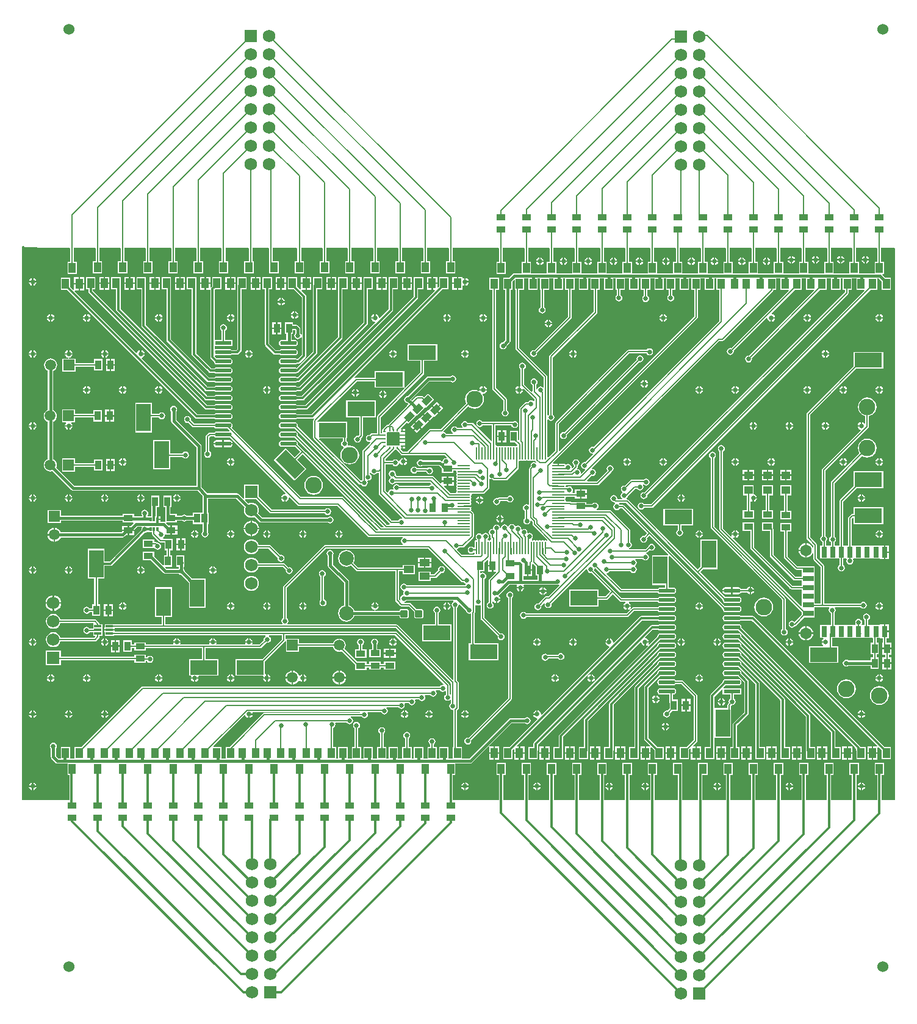
<source format=gbr>
%TF.GenerationSoftware,Altium Limited,Altium Designer,19.1.6 (110)*%
G04 Layer_Physical_Order=1*
G04 Layer_Color=255*
%FSLAX43Y43*%
%MOMM*%
%TF.FileFunction,Copper,L1,Top,Signal*%
%TF.Part,Single*%
G01*
G75*
%TA.AperFunction,SMDPad,CuDef*%
%ADD10R,0.850X1.300*%
%ADD11R,1.300X0.850*%
%ADD12O,1.800X0.240*%
%ADD13O,0.240X1.800*%
G04:AMPARAMS|DCode=14|XSize=3.8mm|YSize=2.03mm|CornerRadius=0mm|HoleSize=0mm|Usage=FLASHONLY|Rotation=135.000|XOffset=0mm|YOffset=0mm|HoleType=Round|Shape=Rectangle|*
%AMROTATEDRECTD14*
4,1,4,2.061,-0.626,0.626,-2.061,-2.061,0.626,-0.626,2.061,2.061,-0.626,0.0*
%
%ADD14ROTATEDRECTD14*%

%ADD15R,2.030X3.800*%
%ADD16R,3.800X2.030*%
%ADD17R,1.000X1.400*%
G04:AMPARAMS|DCode=18|XSize=2.298mm|YSize=0.567mm|CornerRadius=0.283mm|HoleSize=0mm|Usage=FLASHONLY|Rotation=180.000|XOffset=0mm|YOffset=0mm|HoleType=Round|Shape=RoundedRectangle|*
%AMROUNDEDRECTD18*
21,1,2.298,0.000,0,0,180.0*
21,1,1.731,0.567,0,0,180.0*
1,1,0.567,-0.865,0.000*
1,1,0.567,0.865,0.000*
1,1,0.567,0.865,0.000*
1,1,0.567,-0.865,0.000*
%
%ADD18ROUNDEDRECTD18*%
%ADD19R,2.298X0.567*%
G04:AMPARAMS|DCode=20|XSize=1.3mm|YSize=0.85mm|CornerRadius=0mm|HoleSize=0mm|Usage=FLASHONLY|Rotation=225.000|XOffset=0mm|YOffset=0mm|HoleType=Round|Shape=Rectangle|*
%AMROTATEDRECTD20*
4,1,4,0.159,0.760,0.760,0.159,-0.159,-0.760,-0.760,-0.159,0.159,0.760,0.0*
%
%ADD20ROTATEDRECTD20*%

%ADD21R,0.350X0.250*%
%ADD22R,0.250X0.350*%
%ADD23R,1.200X1.100*%
%ADD24R,0.305X0.508*%
%ADD25R,1.400X1.000*%
%ADD26R,0.990X0.300*%
G04:AMPARAMS|DCode=27|XSize=0.99mm|YSize=0.97mm|CornerRadius=0.121mm|HoleSize=0mm|Usage=FLASHONLY|Rotation=0.000|XOffset=0mm|YOffset=0mm|HoleType=Round|Shape=RoundedRectangle|*
%AMROUNDEDRECTD27*
21,1,0.990,0.728,0,0,0.0*
21,1,0.748,0.970,0,0,0.0*
1,1,0.242,0.374,-0.364*
1,1,0.242,-0.374,-0.364*
1,1,0.242,-0.374,0.364*
1,1,0.242,0.374,0.364*
%
%ADD27ROUNDEDRECTD27*%
%ADD28C,1.600*%
%ADD29R,1.500X0.800*%
%ADD30R,0.800X1.500*%
%TA.AperFunction,Conductor*%
%ADD31C,0.200*%
%ADD32C,0.400*%
%ADD33C,0.300*%
%TA.AperFunction,ComponentPad*%
%ADD34R,1.750X1.750*%
%ADD35C,1.750*%
%ADD36C,1.500*%
%ADD37R,1.500X1.500*%
%ADD38R,1.500X1.500*%
%ADD39C,2.286*%
%ADD40C,2.000*%
%ADD41C,1.498*%
%ADD42R,1.498X1.498*%
%TA.AperFunction,WasherPad*%
%ADD43C,1.524*%
%TA.AperFunction,ViaPad*%
%ADD44C,0.650*%
G36*
X122245Y109603D02*
Y107770D01*
X121850D01*
Y106173D01*
X119650D01*
Y107770D01*
X119255D01*
Y109693D01*
X122155Y109693D01*
X122245Y109603D01*
D02*
G37*
G36*
X118745Y109603D02*
Y107770D01*
X118350D01*
Y106173D01*
X116150D01*
Y107770D01*
X115755D01*
Y109693D01*
X118655Y109693D01*
X118745Y109603D01*
D02*
G37*
G36*
X115245Y109603D02*
Y107770D01*
X114850D01*
Y106173D01*
X112650D01*
Y107770D01*
X112255D01*
Y109693D01*
X115155Y109693D01*
X115245Y109603D01*
D02*
G37*
G36*
X111745Y109603D02*
Y107770D01*
X111350D01*
Y106173D01*
X109150D01*
Y107770D01*
X108755D01*
Y109692D01*
X111655Y109693D01*
X111745Y109603D01*
D02*
G37*
G36*
X108245Y109603D02*
Y107770D01*
X107850D01*
Y106173D01*
X105650D01*
Y107770D01*
X105255D01*
Y109692D01*
X108155Y109692D01*
X108245Y109603D01*
D02*
G37*
G36*
X104745Y109603D02*
Y107770D01*
X104350D01*
Y106173D01*
X102150D01*
Y107770D01*
X101755D01*
Y109692D01*
X104655Y109692D01*
X104745Y109603D01*
D02*
G37*
G36*
X101245Y109602D02*
Y107770D01*
X100850D01*
Y106173D01*
X98650D01*
Y107770D01*
X98255D01*
Y109692D01*
X101155Y109692D01*
X101245Y109602D01*
D02*
G37*
G36*
X97745Y109602D02*
Y107770D01*
X97350D01*
Y106173D01*
X95150D01*
Y107770D01*
X94755D01*
Y109692D01*
X97655Y109692D01*
X97745Y109602D01*
D02*
G37*
G36*
X94245Y109602D02*
Y107770D01*
X93850D01*
Y106173D01*
X91650D01*
Y107770D01*
X91255D01*
Y109692D01*
X94155Y109692D01*
X94245Y109602D01*
D02*
G37*
G36*
X90745Y109602D02*
Y107770D01*
X90350D01*
Y106173D01*
X88150D01*
Y107770D01*
X87755D01*
Y109692D01*
X90655Y109692D01*
X90745Y109602D01*
D02*
G37*
G36*
X87245Y109602D02*
Y107770D01*
X86850D01*
Y106173D01*
X84650D01*
Y107770D01*
X84255D01*
Y109692D01*
X87155Y109692D01*
X87245Y109602D01*
D02*
G37*
G36*
X83745Y109602D02*
Y107770D01*
X83350D01*
Y106173D01*
X81150D01*
Y107770D01*
X80755D01*
Y109692D01*
X83655Y109692D01*
X83745Y109602D01*
D02*
G37*
G36*
X80245Y109602D02*
Y107770D01*
X79850D01*
Y106173D01*
X77650D01*
Y107770D01*
X77255D01*
Y109691D01*
X80155Y109691D01*
X80245Y109602D01*
D02*
G37*
G36*
X76745Y109602D02*
Y107770D01*
X76350D01*
Y106173D01*
X74150D01*
Y107770D01*
X73755D01*
Y109691D01*
X76655Y109691D01*
X76745Y109602D01*
D02*
G37*
G36*
X124714Y109603D02*
Y35408D01*
Y33061D01*
X122806D01*
Y36550D01*
X123150D01*
Y38250D01*
X121850D01*
Y36550D01*
X122194D01*
Y33061D01*
X119306D01*
Y36550D01*
X119650D01*
Y38250D01*
X118350D01*
Y36550D01*
X118694D01*
Y33061D01*
X115806D01*
Y36550D01*
X116150D01*
Y38250D01*
X114850D01*
Y36550D01*
X115194D01*
Y33061D01*
X112306D01*
Y36550D01*
X112650D01*
Y38250D01*
X111350D01*
Y36550D01*
X111694D01*
Y33061D01*
X108806D01*
Y36550D01*
X109150D01*
Y38250D01*
X107850D01*
Y36550D01*
X108194D01*
Y33061D01*
X105306D01*
Y36550D01*
X105650D01*
Y38250D01*
X104350D01*
Y36550D01*
X104694D01*
Y33061D01*
X101806D01*
Y36550D01*
X102150D01*
Y38250D01*
X100850D01*
Y36550D01*
X101194D01*
Y33061D01*
X97956D01*
Y36550D01*
X98650D01*
Y38250D01*
X97350D01*
Y37080D01*
X97344Y37050D01*
X97344Y37050D01*
Y33061D01*
X95156D01*
Y37050D01*
X95156Y37050D01*
X95150Y37080D01*
Y38250D01*
X93850D01*
Y36550D01*
X94544D01*
Y33061D01*
X91306D01*
Y36550D01*
X91650D01*
Y38250D01*
X90350D01*
Y36550D01*
X90694D01*
Y33061D01*
X87806D01*
Y36550D01*
X88150D01*
Y38250D01*
X86850D01*
Y36550D01*
X87194D01*
Y33061D01*
X84306D01*
Y36550D01*
X84650D01*
Y38250D01*
X83350D01*
Y36550D01*
X83694D01*
Y33061D01*
X80806D01*
Y36550D01*
X81150D01*
Y38250D01*
X79850D01*
Y36550D01*
X80194D01*
Y33061D01*
X77306D01*
Y36550D01*
X77650D01*
Y38250D01*
X76350D01*
Y36550D01*
X76694D01*
Y33061D01*
X73806D01*
Y36550D01*
X74150D01*
Y38250D01*
X72850D01*
Y36550D01*
X73194D01*
Y33061D01*
X70306D01*
Y36550D01*
X70650D01*
Y38250D01*
X69350D01*
Y36550D01*
X69694D01*
Y33061D01*
X63306D01*
Y36550D01*
X63650D01*
Y38175D01*
X65735D01*
X65872Y38202D01*
X65988Y38279D01*
X68234Y40525D01*
X68350Y40462D01*
X68350Y40389D01*
Y39700D01*
X68950D01*
Y40500D01*
X68470D01*
X68388Y40500D01*
X68325Y40616D01*
X71450Y43742D01*
X73288D01*
X73424Y43652D01*
X73609Y43615D01*
X73795Y43652D01*
X73952Y43757D01*
X74057Y43914D01*
X74094Y44099D01*
X74057Y44284D01*
X73952Y44442D01*
X73795Y44546D01*
X73609Y44583D01*
X73424Y44546D01*
X73288Y44456D01*
X71302D01*
X71166Y44429D01*
X71050Y44351D01*
X65587Y38889D01*
X64600D01*
Y39975D01*
X64605Y40000D01*
X64600Y40025D01*
Y40450D01*
X63882D01*
Y45516D01*
X64052Y45686D01*
X64107Y45769D01*
X64127Y45866D01*
Y49323D01*
X64107Y49421D01*
X64052Y49503D01*
X63882Y49673D01*
Y59797D01*
X63969Y59856D01*
X64074Y60013D01*
X64110Y60190D01*
X64142Y60211D01*
X64231Y60248D01*
X65094Y59385D01*
X65126Y59225D01*
X65231Y59068D01*
X65388Y58963D01*
X65573Y58926D01*
X65734Y58958D01*
X65861Y58891D01*
Y54845D01*
X65521D01*
Y52515D01*
X69621D01*
Y54845D01*
X66435D01*
X66371Y54909D01*
Y59056D01*
X66384Y59075D01*
X66403Y59172D01*
Y60126D01*
X66530Y60189D01*
X66636Y60119D01*
X66821Y60082D01*
X67006Y60119D01*
X67080Y60168D01*
X67207Y60100D01*
Y58286D01*
X67227Y58188D01*
X67282Y58105D01*
X69539Y55849D01*
X69518Y55745D01*
X69555Y55560D01*
X69660Y55403D01*
X69817Y55298D01*
X70003Y55261D01*
X70188Y55298D01*
X70345Y55403D01*
X70450Y55560D01*
X70487Y55745D01*
X70450Y55931D01*
X70345Y56088D01*
X70188Y56193D01*
X70003Y56230D01*
X69899Y56209D01*
X67717Y58391D01*
Y63759D01*
X67805Y63818D01*
X67910Y63975D01*
X67947Y64160D01*
X67910Y64346D01*
X67805Y64503D01*
X67648Y64608D01*
X67462Y64645D01*
X67277Y64608D01*
X67203Y64558D01*
X67076Y64626D01*
Y64810D01*
X67709D01*
Y66049D01*
X68082Y66422D01*
X68209Y66370D01*
Y65710D01*
X68834D01*
Y65610D01*
X68934D01*
Y64760D01*
X69262D01*
X69311Y64642D01*
X68384Y63715D01*
X68328Y63632D01*
X68309Y63535D01*
Y60572D01*
X68293Y60569D01*
X68136Y60464D01*
X68031Y60307D01*
X67994Y60122D01*
X68031Y59936D01*
X68136Y59779D01*
X68293Y59674D01*
X68478Y59637D01*
X68664Y59674D01*
X68821Y59779D01*
X68926Y59936D01*
X68963Y60122D01*
X68926Y60307D01*
X68821Y60464D01*
X68819Y60466D01*
Y60608D01*
X68946Y60646D01*
X68989Y60582D01*
X69163Y60465D01*
X69267Y60445D01*
Y60960D01*
X69367D01*
Y61060D01*
X69883D01*
X69862Y61165D01*
X69746Y61339D01*
X69686Y61378D01*
X69683Y61389D01*
X69695Y61525D01*
X69764Y61571D01*
X71133Y62940D01*
X72141D01*
X72201Y62828D01*
X72164Y62773D01*
X72143Y62668D01*
X73174D01*
X73153Y62773D01*
X73117Y62828D01*
X73176Y62940D01*
X77749D01*
X77812Y62952D01*
X77876Y62939D01*
X78025Y62969D01*
X78089Y62853D01*
X76590Y61355D01*
X76286D01*
X76189Y61336D01*
X76106Y61280D01*
X75210Y60384D01*
X75117Y60403D01*
X74932Y60366D01*
X74775Y60261D01*
X74670Y60104D01*
X74633Y59919D01*
X74670Y59733D01*
X74775Y59576D01*
X74932Y59471D01*
X75117Y59434D01*
X75302Y59471D01*
X75459Y59576D01*
X75564Y59733D01*
X75601Y59919D01*
X75579Y60032D01*
X75952Y60405D01*
X76069Y60342D01*
X76045Y60223D01*
X76082Y60038D01*
X76187Y59881D01*
X76344Y59776D01*
X76529Y59739D01*
X76715Y59776D01*
X76872Y59881D01*
X76977Y60038D01*
X77014Y60223D01*
X76994Y60324D01*
X81825Y65155D01*
X81942Y65093D01*
X81939Y65075D01*
X81976Y64889D01*
X82081Y64732D01*
X82238Y64627D01*
X82423Y64590D01*
X82526Y64611D01*
X85133Y62004D01*
X84483Y61355D01*
X83567D01*
Y62265D01*
X79467D01*
Y59935D01*
X83567D01*
Y60845D01*
X84589D01*
X84687Y60865D01*
X84769Y60920D01*
X85493Y61644D01*
X86459Y60678D01*
X86542Y60623D01*
X86639Y60604D01*
X87241D01*
X87268Y60477D01*
X87122Y60379D01*
X87005Y60205D01*
X86985Y60100D01*
X88015D01*
X87995Y60205D01*
X87879Y60379D01*
X87732Y60477D01*
X87759Y60604D01*
X91766D01*
X91805Y60546D01*
X91948Y60450D01*
X92117Y60416D01*
X93848D01*
X94017Y60450D01*
X94161Y60546D01*
X94256Y60689D01*
X94290Y60858D01*
X94256Y61028D01*
X94161Y61171D01*
X94017Y61267D01*
X93848Y61300D01*
X92117D01*
X91948Y61267D01*
X91805Y61171D01*
X91766Y61113D01*
X86745D01*
X85674Y62185D01*
X82887Y64971D01*
X82907Y65075D01*
X82895Y65135D01*
X83003Y65243D01*
X83033Y65237D01*
X83136Y65257D01*
X86445Y61948D01*
X86528Y61893D01*
X86625Y61874D01*
X91766D01*
X91805Y61816D01*
X91948Y61720D01*
X92117Y61686D01*
X93848D01*
X94017Y61720D01*
X94161Y61816D01*
X94256Y61959D01*
X94290Y62128D01*
X94256Y62298D01*
X94161Y62441D01*
X94017Y62537D01*
X93848Y62570D01*
X93237D01*
Y62921D01*
X93282D01*
Y66872D01*
X93409Y66925D01*
X100734Y59600D01*
X100731Y59588D01*
X100765Y59419D01*
X100861Y59276D01*
X101004Y59180D01*
X101173Y59146D01*
X102904D01*
X103073Y59180D01*
X103217Y59276D01*
X103312Y59419D01*
X103346Y59588D01*
X103312Y59758D01*
X103217Y59901D01*
X103073Y59997D01*
X102904Y60030D01*
X101173D01*
X101049Y60006D01*
X90794Y70260D01*
X87087Y73967D01*
X87005Y74022D01*
X86907Y74042D01*
X86482D01*
X86423Y74129D01*
X86367Y74167D01*
X86405Y74294D01*
X87377D01*
X97061Y64610D01*
X97061Y64610D01*
X100745Y60926D01*
X100731Y60858D01*
X100765Y60689D01*
X100861Y60546D01*
X101004Y60450D01*
X101173Y60416D01*
X102904D01*
X103073Y60450D01*
X103217Y60546D01*
X103312Y60689D01*
X103346Y60858D01*
X103312Y61028D01*
X103217Y61171D01*
X103073Y61267D01*
X102904Y61300D01*
X101173D01*
X101105Y61287D01*
X97654Y64738D01*
X98051Y65135D01*
X100020D01*
Y69235D01*
X97690D01*
Y65496D01*
X97293Y65099D01*
X87663Y74729D01*
X87580Y74784D01*
X87483Y74804D01*
X87421D01*
X87383Y74931D01*
X87439Y74969D01*
X87544Y75126D01*
X87555Y75180D01*
X88650Y76275D01*
X88880D01*
X88939Y76188D01*
X89096Y76083D01*
X89281Y76046D01*
X89466Y76083D01*
X89623Y76188D01*
X89728Y76345D01*
X89765Y76530D01*
X89728Y76716D01*
X89686Y76780D01*
X89747Y76917D01*
X89748Y76917D01*
X89777Y76874D01*
X89934Y76769D01*
X90119Y76732D01*
X90305Y76769D01*
X90462Y76874D01*
X90567Y77031D01*
X90604Y77216D01*
X90567Y77401D01*
X90462Y77558D01*
X90305Y77663D01*
X90119Y77700D01*
X89934Y77663D01*
X89777Y77558D01*
X89752Y77522D01*
X88138D01*
X88040Y77502D01*
X87958Y77447D01*
X87220Y76710D01*
X87117Y76730D01*
X86932Y76693D01*
X86775Y76588D01*
X86670Y76431D01*
X86633Y76246D01*
X86670Y76061D01*
X86775Y75904D01*
X86837Y75862D01*
Y75709D01*
X86754Y75653D01*
X86649Y75496D01*
X86612Y75311D01*
X86649Y75126D01*
X86754Y74969D01*
X86810Y74931D01*
X86772Y74804D01*
X86213D01*
X86133Y74902D01*
X86133Y74905D01*
X86096Y75090D01*
X85991Y75247D01*
X85834Y75352D01*
X85649Y75389D01*
X85463Y75352D01*
X85306Y75247D01*
X85201Y75090D01*
X85164Y74905D01*
X85201Y74719D01*
X85306Y74562D01*
X85463Y74457D01*
X85649Y74420D01*
X85662Y74423D01*
X85717Y74369D01*
X85799Y74314D01*
X85815Y74181D01*
X85738Y74129D01*
X85633Y73972D01*
X85596Y73787D01*
X85633Y73602D01*
X85738Y73445D01*
X85895Y73340D01*
X86081Y73303D01*
X86266Y73340D01*
X86423Y73445D01*
X86482Y73532D01*
X86802D01*
X90238Y70096D01*
X89880Y69739D01*
X89777Y69760D01*
X89592Y69723D01*
X89435Y69618D01*
X89330Y69461D01*
X89293Y69275D01*
X89330Y69090D01*
X89435Y68933D01*
X89592Y68828D01*
X89777Y68791D01*
X89962Y68828D01*
X90120Y68933D01*
X90225Y69090D01*
X90261Y69275D01*
X90241Y69379D01*
X90598Y69736D01*
X93185Y67148D01*
X93133Y67021D01*
X90952D01*
Y62921D01*
X92728D01*
Y62570D01*
X92117D01*
X91948Y62537D01*
X91805Y62441D01*
X91766Y62383D01*
X86731D01*
X84646Y64468D01*
X84692Y64602D01*
X84818Y64627D01*
X84975Y64732D01*
X85034Y64820D01*
X87958D01*
X88016Y64732D01*
X88173Y64627D01*
X88358Y64591D01*
X88544Y64627D01*
X88701Y64732D01*
X88806Y64890D01*
X88843Y65075D01*
X88806Y65260D01*
X88701Y65417D01*
X88610Y65478D01*
X88610Y65629D01*
X88701Y65689D01*
X88806Y65846D01*
X88842Y66032D01*
X88806Y66217D01*
X88701Y66374D01*
X88624Y66425D01*
X88663Y66552D01*
X89642D01*
X89701Y66465D01*
X89858Y66360D01*
X90043Y66323D01*
X90228Y66360D01*
X90385Y66465D01*
X90490Y66622D01*
X90527Y66807D01*
X90490Y66992D01*
X90385Y67149D01*
X90228Y67254D01*
X90081Y67284D01*
X90094Y67411D01*
X90136D01*
X90234Y67430D01*
X90316Y67485D01*
X90617Y67786D01*
X90714Y67722D01*
X90899Y67685D01*
X91084Y67722D01*
X91241Y67827D01*
X91346Y67984D01*
X91383Y68169D01*
X91346Y68355D01*
X91241Y68512D01*
X91084Y68617D01*
X90899Y68654D01*
X90714Y68617D01*
X90556Y68512D01*
X90451Y68355D01*
X90448Y68338D01*
X90030Y67921D01*
X87787D01*
X87774Y68048D01*
X87859Y68064D01*
X88017Y68169D01*
X88122Y68327D01*
X88158Y68512D01*
X88122Y68697D01*
X88017Y68854D01*
X87929Y68913D01*
Y70491D01*
X87910Y70589D01*
X87854Y70672D01*
X85300Y73226D01*
X85217Y73281D01*
X85119Y73301D01*
X83283D01*
X83265Y73353D01*
X83261Y73428D01*
X83400Y73521D01*
X83505Y73678D01*
X83542Y73863D01*
X83505Y74049D01*
X83400Y74206D01*
X83243Y74311D01*
X83058Y74348D01*
X82873Y74311D01*
X82716Y74206D01*
X82692Y74170D01*
X81851D01*
Y74440D01*
X80751D01*
X80726Y74445D01*
X79732D01*
X79678Y74481D01*
X79580Y74501D01*
X79073D01*
X78976Y74628D01*
X78979Y74646D01*
X78958Y74751D01*
X78902Y74846D01*
X78958Y74941D01*
X78979Y75046D01*
X78976Y75064D01*
X79073Y75191D01*
X80201D01*
Y74940D01*
X80951D01*
Y75565D01*
Y76190D01*
X80201D01*
Y75701D01*
X79935D01*
X79876Y75828D01*
X79949Y75938D01*
X79986Y76124D01*
X79949Y76309D01*
X79844Y76466D01*
X79687Y76571D01*
X79502Y76608D01*
X79317Y76571D01*
X79200Y76493D01*
X79068D01*
X78974Y76620D01*
X78979Y76646D01*
X78976Y76664D01*
X79073Y76791D01*
X83395D01*
X83492Y76810D01*
X83575Y76866D01*
X85303Y78594D01*
X85326Y78599D01*
X85483Y78704D01*
X85588Y78861D01*
X85625Y79046D01*
X85588Y79231D01*
X85483Y79388D01*
X85326Y79493D01*
X85141Y79530D01*
X84955Y79493D01*
X84798Y79388D01*
X84693Y79231D01*
X84656Y79046D01*
X84693Y78861D01*
X84756Y78767D01*
X83289Y77301D01*
X81980D01*
X81932Y77418D01*
X82574Y78060D01*
X82677Y78040D01*
X82862Y78077D01*
X83019Y78182D01*
X83124Y78339D01*
X83161Y78524D01*
X83124Y78709D01*
X83019Y78866D01*
X82862Y78971D01*
X82677Y79008D01*
X82671Y79007D01*
X82609Y79124D01*
X100283Y96799D01*
X100736D01*
X100834Y96818D01*
X100917Y96873D01*
X107730Y103687D01*
X107785Y103769D01*
X107805Y103867D01*
Y103870D01*
X108200D01*
Y105460D01*
X108800D01*
Y103870D01*
X109874D01*
X109922Y103753D01*
X101955Y95785D01*
X101829Y95811D01*
X101643Y95774D01*
X101486Y95669D01*
X101381Y95512D01*
X101344Y95326D01*
X101381Y95141D01*
X101486Y94984D01*
X101643Y94879D01*
X101829Y94842D01*
X102014Y94879D01*
X102171Y94984D01*
X102276Y95141D01*
X102313Y95326D01*
X102297Y95407D01*
X106844Y99954D01*
X106982Y99912D01*
X107005Y99795D01*
X107122Y99622D01*
X107295Y99505D01*
X107400Y99485D01*
Y100000D01*
X107500D01*
Y100100D01*
X108015D01*
X107995Y100205D01*
X107879Y100379D01*
X107705Y100495D01*
X107588Y100518D01*
X107546Y100656D01*
X110760Y103870D01*
X111700D01*
Y105460D01*
X112300D01*
Y103870D01*
X113374D01*
X113422Y103753D01*
X104423Y94753D01*
X104343Y94769D01*
X104158Y94732D01*
X104001Y94627D01*
X103896Y94470D01*
X103859Y94285D01*
X103896Y94099D01*
X104001Y93942D01*
X104158Y93837D01*
X104343Y93800D01*
X104529Y93837D01*
X104686Y93942D01*
X104791Y94099D01*
X104828Y94285D01*
X104802Y94412D01*
X114260Y103870D01*
X115200D01*
Y105460D01*
X115800D01*
Y103870D01*
X117100D01*
Y105460D01*
X117400D01*
Y103870D01*
X117700D01*
Y103583D01*
X89918Y75800D01*
X89814Y75821D01*
X89629Y75784D01*
X89472Y75679D01*
X89367Y75522D01*
X89330Y75336D01*
X89367Y75151D01*
X89472Y74994D01*
X89629Y74889D01*
X89814Y74852D01*
X90000Y74889D01*
X90157Y74994D01*
X90262Y75151D01*
X90299Y75336D01*
X90278Y75440D01*
X118136Y103297D01*
X118191Y103380D01*
X118210Y103477D01*
Y103870D01*
X118700D01*
Y105460D01*
X119300D01*
Y103870D01*
X120374D01*
X120422Y103753D01*
X90786Y74116D01*
X89869D01*
X89811Y74204D01*
X89654Y74309D01*
X89468Y74346D01*
X89283Y74309D01*
X89126Y74204D01*
X89021Y74047D01*
X88984Y73862D01*
X89021Y73676D01*
X89126Y73519D01*
X89283Y73414D01*
X89468Y73377D01*
X89654Y73414D01*
X89811Y73519D01*
X89869Y73607D01*
X90892D01*
X90989Y73626D01*
X91072Y73681D01*
X121260Y103870D01*
X122200D01*
Y105460D01*
X122406D01*
X122800Y105065D01*
Y103870D01*
X124100D01*
Y105570D01*
X123305D01*
X122932Y105943D01*
X122984Y106070D01*
X123150D01*
Y107770D01*
X122755D01*
Y109693D01*
X124624Y109693D01*
X124714Y109603D01*
D02*
G37*
G36*
X99900Y103870D02*
X100295D01*
Y99563D01*
X82823Y82091D01*
X82677Y82120D01*
X82492Y82083D01*
X82335Y81978D01*
X82230Y81821D01*
X82193Y81636D01*
X82230Y81450D01*
X82335Y81293D01*
X82492Y81188D01*
X82677Y81151D01*
X82698Y81156D01*
X82761Y81038D01*
X81688Y79966D01*
X81585Y79986D01*
X81399Y79949D01*
X81242Y79844D01*
X81137Y79687D01*
X81100Y79502D01*
X81137Y79317D01*
X81242Y79160D01*
X81399Y79055D01*
X81585Y79018D01*
X81606Y79022D01*
X81669Y78905D01*
X81157Y78393D01*
X81039Y78455D01*
X81053Y78524D01*
X81016Y78709D01*
X80911Y78866D01*
X80754Y78971D01*
X80636Y78995D01*
X80607Y79042D01*
X80584Y79131D01*
X80623Y79188D01*
X80642Y79286D01*
Y79486D01*
X80730Y79545D01*
X80835Y79702D01*
X80872Y79887D01*
X80835Y80072D01*
X80730Y80229D01*
X80573Y80334D01*
X80387Y80371D01*
X80202Y80334D01*
X80045Y80229D01*
X79940Y80072D01*
X79903Y79887D01*
X79940Y79702D01*
X80045Y79545D01*
X80102Y79506D01*
X80111Y79371D01*
X79925Y79185D01*
X79808Y79247D01*
X79809Y79248D01*
X79772Y79433D01*
X79667Y79590D01*
X79510Y79695D01*
X79324Y79732D01*
X79139Y79695D01*
X79064Y79645D01*
X78939Y79670D01*
X78935Y79677D01*
X78829Y79747D01*
X78704Y79772D01*
X78024D01*
Y79446D01*
X77824D01*
Y79772D01*
X77264D01*
X77212Y79899D01*
X97230Y99918D01*
X97285Y100000D01*
X97305Y100098D01*
Y103870D01*
X97700D01*
Y105460D01*
X98300D01*
Y103870D01*
X99600D01*
Y105460D01*
X99900D01*
Y103870D01*
D02*
G37*
G36*
X96400D02*
X96795D01*
Y100204D01*
X78131Y81540D01*
X78004Y81592D01*
Y85238D01*
X87796Y95030D01*
X90195D01*
X90259Y94933D01*
X90416Y94828D01*
X90602Y94791D01*
X90787Y94828D01*
X90944Y94933D01*
X91049Y95090D01*
X91086Y95275D01*
X91049Y95461D01*
X90944Y95618D01*
X90787Y95723D01*
X90602Y95760D01*
X90416Y95723D01*
X90259Y95618D01*
X90207Y95539D01*
X87690D01*
X87592Y95520D01*
X87510Y95465D01*
X77569Y85524D01*
X77514Y85442D01*
X77494Y85344D01*
Y81574D01*
X76567Y80646D01*
X76449Y80694D01*
Y81976D01*
X76428Y82081D01*
X76425Y82086D01*
Y85864D01*
X76552Y85903D01*
X76594Y85840D01*
X76751Y85735D01*
X76937Y85698D01*
X77122Y85735D01*
X77279Y85840D01*
X77384Y85997D01*
X77421Y86182D01*
X77384Y86368D01*
X77279Y86525D01*
X77191Y86583D01*
Y94509D01*
X83264Y100582D01*
X83319Y100664D01*
X83338Y100762D01*
Y103870D01*
X83700D01*
Y105460D01*
X84300D01*
Y103870D01*
X85600D01*
Y105460D01*
X85900D01*
Y103870D01*
X86097D01*
Y103183D01*
X86010Y103124D01*
X85905Y102967D01*
X85868Y102782D01*
X85905Y102596D01*
X86010Y102439D01*
X86167Y102334D01*
X86352Y102297D01*
X86537Y102334D01*
X86694Y102439D01*
X86799Y102596D01*
X86836Y102782D01*
X86799Y102967D01*
X86694Y103124D01*
X86607Y103183D01*
Y103870D01*
X87200D01*
Y105460D01*
X87800D01*
Y103870D01*
X89100D01*
Y105460D01*
X89400D01*
Y103870D01*
X89795D01*
Y103055D01*
X89726Y103009D01*
X89621Y102852D01*
X89584Y102667D01*
X89621Y102481D01*
X89726Y102324D01*
X89883Y102219D01*
X90068Y102182D01*
X90254Y102219D01*
X90411Y102324D01*
X90516Y102481D01*
X90553Y102667D01*
X90516Y102852D01*
X90411Y103009D01*
X90305Y103080D01*
Y103870D01*
X90700D01*
Y105460D01*
X91300D01*
Y103870D01*
X92600D01*
Y105460D01*
X92900D01*
Y103870D01*
X93295D01*
Y103183D01*
X93208Y103124D01*
X93103Y102967D01*
X93066Y102782D01*
X93103Y102596D01*
X93208Y102439D01*
X93365Y102334D01*
X93550Y102297D01*
X93735Y102334D01*
X93892Y102439D01*
X93997Y102596D01*
X94034Y102782D01*
X93997Y102967D01*
X93892Y103124D01*
X93805Y103183D01*
Y103870D01*
X94200D01*
Y105460D01*
X94800D01*
Y103870D01*
X96100D01*
Y105460D01*
X96400D01*
Y103870D01*
D02*
G37*
G36*
X82400D02*
X82828D01*
Y100867D01*
X76756Y94795D01*
X76701Y94713D01*
X76682Y94615D01*
Y86583D01*
X76594Y86525D01*
X76552Y86462D01*
X76425Y86500D01*
Y91823D01*
X76406Y91920D01*
X76350Y92003D01*
X72493Y95861D01*
Y103870D01*
X73200D01*
Y105460D01*
X73800D01*
Y103870D01*
X75100D01*
Y105460D01*
X75400D01*
Y103870D01*
X75463D01*
Y101468D01*
X75375Y101409D01*
X75270Y101252D01*
X75233Y101067D01*
X75270Y100881D01*
X75375Y100724D01*
X75532Y100619D01*
X75717Y100582D01*
X75903Y100619D01*
X76060Y100724D01*
X76165Y100881D01*
X76202Y101067D01*
X76165Y101252D01*
X76060Y101409D01*
X75972Y101468D01*
Y103870D01*
X76700D01*
Y105460D01*
X77300D01*
Y103870D01*
X78600D01*
Y105460D01*
X78900D01*
Y103870D01*
X79295D01*
Y100146D01*
X74676Y95526D01*
X74524Y95557D01*
X74338Y95520D01*
X74181Y95415D01*
X74076Y95258D01*
X74039Y95072D01*
X74076Y94887D01*
X74181Y94730D01*
X74338Y94625D01*
X74524Y94588D01*
X74709Y94625D01*
X74866Y94730D01*
X74971Y94887D01*
X75008Y95072D01*
X74997Y95127D01*
X79730Y99860D01*
X79785Y99942D01*
X79805Y100040D01*
Y103870D01*
X80200D01*
Y105460D01*
X80800D01*
Y103870D01*
X82100D01*
Y105460D01*
X82400D01*
Y103870D01*
D02*
G37*
G36*
X3908Y109795D02*
X7406Y109693D01*
X7544Y109689D01*
X10155Y109689D01*
X10245Y109599D01*
Y107770D01*
X9850D01*
Y106070D01*
X11150D01*
Y107770D01*
X10755D01*
Y109689D01*
X13655Y109689D01*
X13745Y109599D01*
Y107831D01*
X13350D01*
Y106131D01*
X14650D01*
Y107831D01*
X14255D01*
Y109689D01*
X17155Y109689D01*
X17245Y109600D01*
Y107831D01*
X16850D01*
Y106131D01*
X18150D01*
Y107831D01*
X17755D01*
Y109689D01*
X20655Y109689D01*
X20745Y109600D01*
Y107831D01*
X20350D01*
Y106131D01*
X21650D01*
Y107831D01*
X21255D01*
Y109689D01*
X24155Y109690D01*
X24245Y109600D01*
Y107831D01*
X23850D01*
Y106131D01*
X25150D01*
Y107831D01*
X24755D01*
Y109690D01*
X27655Y109690D01*
X27745Y109600D01*
Y107831D01*
X27350D01*
Y106131D01*
X28650D01*
Y107831D01*
X28255D01*
Y109690D01*
X31155Y109690D01*
X31245Y109600D01*
Y107831D01*
X30850D01*
Y106131D01*
X32150D01*
Y107831D01*
X31755D01*
Y109690D01*
X34961Y109690D01*
X35051Y109600D01*
Y107831D01*
X34350D01*
Y106131D01*
X35650D01*
Y107831D01*
X35561D01*
Y109690D01*
X37755Y109690D01*
X37845Y109600D01*
Y107381D01*
X37850Y107356D01*
Y106131D01*
X39150D01*
Y107831D01*
X38355D01*
Y109690D01*
X41655Y109690D01*
X41745Y109600D01*
Y107831D01*
X41350D01*
Y106131D01*
X42650D01*
Y107831D01*
X42255D01*
Y109690D01*
X45155Y109690D01*
X45245Y109601D01*
Y107831D01*
X44850D01*
Y106131D01*
X46150D01*
Y107831D01*
X45755D01*
Y109690D01*
X48655Y109690D01*
X48745Y109601D01*
Y107831D01*
X48350D01*
Y106131D01*
X49650D01*
Y107831D01*
X49255D01*
Y109690D01*
X52155Y109691D01*
X52245Y109601D01*
Y107831D01*
X51850D01*
Y106131D01*
X53150D01*
Y107831D01*
X52755D01*
Y109691D01*
X55655Y109691D01*
X55745Y109601D01*
Y107831D01*
X55350D01*
Y106131D01*
X56650D01*
Y107831D01*
X56255D01*
Y109691D01*
X59155Y109691D01*
X59245Y109601D01*
Y107831D01*
X58850D01*
Y106131D01*
X60150D01*
Y107831D01*
X59755D01*
Y109691D01*
X62655Y109691D01*
X62745Y109601D01*
Y107831D01*
X62350D01*
Y106131D01*
X63650D01*
Y107831D01*
X63255D01*
Y109691D01*
X69655Y109691D01*
X69745Y109601D01*
Y107770D01*
X69350D01*
Y106070D01*
X70650D01*
Y107770D01*
X70255D01*
Y109691D01*
X73155Y109691D01*
X73245Y109601D01*
Y107770D01*
X72850D01*
Y106173D01*
X71846D01*
X71710Y106146D01*
X71594Y106069D01*
X71095Y105570D01*
X70300D01*
Y103870D01*
X70593D01*
Y96918D01*
X70268Y96593D01*
X70108Y96561D01*
X69951Y96456D01*
X69846Y96299D01*
X69809Y96114D01*
X69846Y95928D01*
X69951Y95771D01*
X70108Y95666D01*
X70294Y95629D01*
X70479Y95666D01*
X70636Y95771D01*
X70741Y95928D01*
X70773Y96088D01*
X71202Y96518D01*
X71280Y96633D01*
X71307Y96770D01*
Y103870D01*
X71600D01*
Y105065D01*
X71783Y105248D01*
X71900Y105199D01*
Y103870D01*
X71983D01*
Y95755D01*
X72002Y95658D01*
X72057Y95575D01*
X75915Y91717D01*
Y90400D01*
X75860Y90367D01*
X75788Y90346D01*
X75649Y90440D01*
X75463Y90477D01*
X75278Y90440D01*
X75121Y90335D01*
X75016Y90178D01*
X74997Y90084D01*
X74870Y90096D01*
Y90736D01*
X74917Y90767D01*
X75022Y90924D01*
X75059Y91110D01*
X75022Y91295D01*
X74917Y91452D01*
X74760Y91557D01*
X74574Y91594D01*
X74389Y91557D01*
X74232Y91452D01*
X74127Y91295D01*
X74090Y91110D01*
X74127Y90924D01*
X74232Y90767D01*
X74361Y90681D01*
Y89824D01*
X74234Y89772D01*
X73229Y90776D01*
Y92893D01*
X73317Y92952D01*
X73422Y93109D01*
X73459Y93294D01*
X73422Y93480D01*
X73317Y93637D01*
X73160Y93742D01*
X72974Y93779D01*
X72789Y93742D01*
X72632Y93637D01*
X72527Y93480D01*
X72490Y93294D01*
X72527Y93109D01*
X72632Y92952D01*
X72719Y92893D01*
Y90671D01*
X72729Y90619D01*
X72653Y90522D01*
X72632Y90509D01*
X72600Y90515D01*
Y90100D01*
X73043D01*
X73135Y90149D01*
X74599Y88685D01*
Y88483D01*
X74472Y88430D01*
X74353Y88509D01*
X74168Y88546D01*
X73983Y88509D01*
X73826Y88404D01*
X73767Y88317D01*
X73491D01*
X73394Y88297D01*
X73311Y88242D01*
X72619Y87550D01*
X72564Y87467D01*
X72544Y87370D01*
Y83083D01*
X72417Y83017D01*
X72375Y83047D01*
Y84325D01*
X71225D01*
Y82725D01*
X71898D01*
X72259Y82364D01*
X72198Y82250D01*
X72192Y82248D01*
X72174Y82251D01*
X72069Y82230D01*
X71974Y82174D01*
X71879Y82230D01*
X71774Y82251D01*
X71669Y82230D01*
X71574Y82174D01*
X71479Y82230D01*
X71374Y82251D01*
X71269Y82230D01*
X71174Y82174D01*
X71079Y82230D01*
X70974Y82251D01*
X70869Y82230D01*
X70774Y82174D01*
X70679Y82230D01*
X70574Y82251D01*
X70469Y82230D01*
X70374Y82174D01*
X70279Y82230D01*
X70174Y82251D01*
X70069Y82230D01*
X69974Y82174D01*
X69879Y82230D01*
X69774Y82251D01*
X69669Y82230D01*
X69574Y82174D01*
X69479Y82230D01*
X69374Y82251D01*
X69356Y82248D01*
X69229Y82345D01*
Y85089D01*
X71443D01*
X71460Y85006D01*
X71565Y84849D01*
X71722Y84744D01*
X71907Y84707D01*
X72093Y84744D01*
X72250Y84849D01*
X72355Y85006D01*
X72392Y85192D01*
X72355Y85377D01*
X72250Y85534D01*
X72093Y85639D01*
X71907Y85676D01*
X71722Y85639D01*
X71662Y85599D01*
X67457D01*
X67398Y85686D01*
X67241Y85791D01*
X67056Y85828D01*
X66871Y85791D01*
X66714Y85686D01*
X66609Y85529D01*
X66572Y85344D01*
X66609Y85159D01*
X66714Y85002D01*
X66871Y84897D01*
X67056Y84860D01*
X67241Y84897D01*
X67398Y85002D01*
X67457Y85089D01*
X68719D01*
Y82954D01*
X68602Y82905D01*
X66135Y85372D01*
X66053Y85427D01*
X65955Y85447D01*
X65374D01*
X65316Y85534D01*
X65159Y85639D01*
X64973Y85676D01*
X64788Y85639D01*
X64631Y85534D01*
X64526Y85377D01*
X64489Y85192D01*
X64526Y85006D01*
X64631Y84849D01*
X64649Y84837D01*
X64611Y84710D01*
X63952D01*
X63893Y84797D01*
X63736Y84902D01*
X63551Y84939D01*
X63365Y84902D01*
X63208Y84797D01*
X63103Y84640D01*
X63066Y84455D01*
X63103Y84270D01*
X63208Y84113D01*
X63298Y84053D01*
X63259Y83926D01*
X62448D01*
X62389Y84013D01*
X62232Y84118D01*
X62087Y84147D01*
X62038Y84258D01*
X62037Y84277D01*
X65465Y87705D01*
X65657Y87557D01*
X65972Y87426D01*
X66309Y87382D01*
X66647Y87426D01*
X66961Y87557D01*
X67232Y87764D01*
X67439Y88034D01*
X67569Y88349D01*
X67613Y88686D01*
X67569Y89024D01*
X67439Y89338D01*
X67423Y89359D01*
X67490Y89467D01*
X67500Y89465D01*
X67705Y89505D01*
X67879Y89622D01*
X67995Y89795D01*
X68015Y89900D01*
X66918D01*
X66864Y89856D01*
X66647Y89946D01*
X66309Y89990D01*
X65972Y89946D01*
X65657Y89816D01*
X65387Y89608D01*
X65180Y89338D01*
X65050Y89024D01*
X65005Y88686D01*
X65050Y88349D01*
X65149Y88110D01*
X61625Y84586D01*
X60198D01*
X60101Y84567D01*
X60018Y84512D01*
X57070Y81563D01*
X57015Y81481D01*
X57005Y81433D01*
X56404D01*
X56078Y81759D01*
X56126Y81877D01*
X56175D01*
Y82202D01*
X56275D01*
Y82302D01*
X56650D01*
Y82377D01*
Y82602D01*
X56275D01*
X55900D01*
Y82398D01*
X55825Y82302D01*
X54275D01*
Y82302D01*
X54150Y82307D01*
Y82927D01*
Y84097D01*
X54275Y84102D01*
Y84102D01*
X55825D01*
X55900Y84006D01*
Y83802D01*
X56275D01*
X56650D01*
Y84102D01*
X56275D01*
Y84202D01*
X56175D01*
Y84527D01*
X56126D01*
X56078Y84644D01*
X56907Y85473D01*
X57101Y85279D01*
X58232Y86411D01*
X58295Y86370D01*
X59426Y87501D01*
X59525Y87570D01*
X59560Y87535D01*
X60691Y88666D01*
X59878Y89479D01*
X59345Y88946D01*
X59238Y89053D01*
X59155Y89109D01*
X59058Y89128D01*
X58368D01*
X58270Y89109D01*
X58187Y89053D01*
X57653Y88519D01*
X57519Y88654D01*
X60019Y91154D01*
X62963D01*
X63099Y91063D01*
X63284Y91026D01*
X63469Y91063D01*
X63626Y91168D01*
X63731Y91325D01*
X63768Y91511D01*
X63731Y91696D01*
X63626Y91853D01*
X63469Y91958D01*
X63284Y91995D01*
X63099Y91958D01*
X62963Y91868D01*
X59871D01*
X59735Y91840D01*
X59619Y91763D01*
X56989Y89133D01*
X56829Y89101D01*
X56672Y88996D01*
X56567Y88839D01*
X56530Y88654D01*
X56567Y88468D01*
X56672Y88311D01*
X56829Y88206D01*
X56989Y88174D01*
X57146Y88017D01*
X56914Y87785D01*
X56914Y87785D01*
X54370Y85240D01*
X54314Y85158D01*
X54311Y85142D01*
X54215D01*
X54118Y85122D01*
X54035Y85067D01*
X53645Y84677D01*
X53590Y84594D01*
X53570Y84497D01*
Y84477D01*
X53500D01*
Y83957D01*
X53334D01*
Y86196D01*
X59281Y92143D01*
X59336Y92226D01*
X59355Y92323D01*
Y94017D01*
X61150D01*
Y96347D01*
X57050D01*
Y94017D01*
X58845D01*
Y92429D01*
X56690Y90274D01*
X56569Y90332D01*
Y92617D01*
X52469D01*
Y91707D01*
X49883D01*
X49786Y91688D01*
X49736Y91654D01*
X49655Y91753D01*
X61833Y103931D01*
X62700D01*
Y105631D01*
X61400D01*
Y104363D01*
X61267Y104231D01*
X61150Y104279D01*
Y104681D01*
X60550D01*
Y103881D01*
X60752D01*
X60800Y103763D01*
X43673Y86636D01*
X41660D01*
X41656Y86642D01*
X41513Y86738D01*
X41343Y86772D01*
X39613D01*
X39443Y86738D01*
X39300Y86642D01*
X39204Y86499D01*
X39171Y86330D01*
X39204Y86161D01*
X39300Y86017D01*
X39443Y85922D01*
X39613Y85888D01*
X41343D01*
X41513Y85922D01*
X41656Y86017D01*
X41660Y86024D01*
X43799D01*
X43799Y86024D01*
X43916Y86047D01*
X43983Y86092D01*
X44064Y85993D01*
X44020Y85949D01*
X43964Y85866D01*
X43945Y85769D01*
Y83376D01*
X43964Y83279D01*
X44020Y83196D01*
X50287Y76929D01*
X50370Y76874D01*
X50467Y76854D01*
X50594D01*
X50662Y76751D01*
X50820Y76646D01*
X51005Y76609D01*
X51190Y76646D01*
X51347Y76751D01*
X51452Y76908D01*
X51489Y77094D01*
X51452Y77279D01*
X51422Y77324D01*
X51499Y77438D01*
X51564Y77425D01*
X51750Y77462D01*
X51907Y77567D01*
X52012Y77724D01*
X52049Y77909D01*
X52012Y78095D01*
X51907Y78252D01*
X51819Y78310D01*
Y78471D01*
X51946Y78501D01*
X52032Y78372D01*
X52189Y78267D01*
X52375Y78230D01*
X52560Y78267D01*
X52717Y78372D01*
X52776Y78460D01*
X53045D01*
Y75605D01*
X53065Y75507D01*
X53120Y75425D01*
X56307Y72238D01*
X56244Y72121D01*
X56159Y72138D01*
X55974Y72101D01*
X55817Y71996D01*
X55758Y71908D01*
X54817D01*
X41766Y84960D01*
X41785Y85060D01*
X41752Y85229D01*
X41656Y85372D01*
X41513Y85468D01*
X41343Y85502D01*
X39613D01*
X39443Y85468D01*
X39300Y85372D01*
X39204Y85229D01*
X39171Y85060D01*
X39204Y84891D01*
X39300Y84747D01*
X39443Y84652D01*
X39613Y84618D01*
X41343D01*
X41379Y84625D01*
X54531Y71473D01*
X54523Y71326D01*
X54503Y71301D01*
X54155D01*
X41766Y83690D01*
X41785Y83790D01*
X41752Y83959D01*
X41656Y84102D01*
X41513Y84198D01*
X41343Y84232D01*
X39613D01*
X39443Y84198D01*
X39300Y84102D01*
X39204Y83959D01*
X39171Y83790D01*
X39204Y83621D01*
X39300Y83477D01*
X39443Y83382D01*
X39613Y83348D01*
X41343D01*
X41379Y83355D01*
X53716Y71018D01*
X53668Y70901D01*
X53386D01*
X51564Y72723D01*
X51508Y72761D01*
X42830Y81438D01*
X41779Y82489D01*
X41785Y82520D01*
X41752Y82689D01*
X41656Y82832D01*
X41513Y82928D01*
X41343Y82962D01*
X39613D01*
X39443Y82928D01*
X39300Y82832D01*
X39204Y82689D01*
X39171Y82520D01*
X39204Y82351D01*
X39300Y82207D01*
X39443Y82112D01*
X39613Y82078D01*
X41343D01*
X41448Y82099D01*
X42128Y81420D01*
X41374Y80666D01*
X40106Y81934D01*
X38458Y80287D01*
X41358Y77388D01*
X43005Y79035D01*
X41735Y80306D01*
X42488Y81059D01*
X51185Y72362D01*
X51242Y72324D01*
X52948Y70618D01*
X52899Y70501D01*
X52694D01*
X50536Y72659D01*
X50485Y72735D01*
X48122Y75098D01*
X48039Y75153D01*
X47942Y75173D01*
X42215D01*
X32616Y84772D01*
X32696Y84891D01*
X32729Y85060D01*
X32696Y85229D01*
X32600Y85372D01*
X32457Y85468D01*
X32287Y85502D01*
X30557D01*
X30387Y85468D01*
X30244Y85372D01*
X30206Y85315D01*
X27441D01*
X26956Y85800D01*
X26977Y85903D01*
X26940Y86088D01*
X26835Y86245D01*
X26678Y86350D01*
X26492Y86387D01*
X26307Y86350D01*
X26150Y86245D01*
X26045Y86088D01*
X26008Y85903D01*
X26045Y85717D01*
X26150Y85560D01*
X26307Y85455D01*
X26492Y85418D01*
X26595Y85439D01*
X27155Y84880D01*
X27237Y84824D01*
X27335Y84805D01*
X30206D01*
X30244Y84747D01*
X30387Y84652D01*
X30557Y84618D01*
X32049D01*
X32311Y84356D01*
X32302Y84311D01*
X32255Y84232D01*
X30557D01*
X30387Y84198D01*
X30244Y84102D01*
X30206Y84045D01*
X29554D01*
X29457Y84025D01*
X29374Y83970D01*
X29096Y83692D01*
X29040Y83609D01*
X29021Y83512D01*
Y81464D01*
X28954Y81419D01*
X28849Y81262D01*
X28812Y81077D01*
X28849Y80891D01*
X28954Y80734D01*
X29111Y80629D01*
X29297Y80592D01*
X29482Y80629D01*
X29639Y80734D01*
X29744Y80891D01*
X29781Y81077D01*
X29744Y81262D01*
X29639Y81419D01*
X29531Y81492D01*
Y83406D01*
X29660Y83535D01*
X30206D01*
X30244Y83477D01*
X30387Y83382D01*
X30557Y83348D01*
X32287D01*
X32377Y83366D01*
X40098Y75645D01*
X40035Y75528D01*
X40000Y75535D01*
X39795Y75495D01*
X39622Y75379D01*
X39505Y75205D01*
X39485Y75100D01*
X40000D01*
Y75000D01*
X40100D01*
Y74485D01*
X40205Y74505D01*
X40379Y74622D01*
X40495Y74795D01*
X40535Y75000D01*
X40528Y75035D01*
X40645Y75098D01*
X41755Y73988D01*
X41838Y73933D01*
X41935Y73913D01*
X47299D01*
X51546Y69666D01*
X51629Y69610D01*
X51727Y69591D01*
X56340D01*
X56375Y69464D01*
X56249Y69380D01*
X56144Y69223D01*
X56107Y69037D01*
X56144Y68852D01*
X56249Y68695D01*
X56381Y68606D01*
X56360Y68479D01*
X45598D01*
X45500Y68460D01*
X45417Y68405D01*
X39820Y62807D01*
X39765Y62724D01*
X39745Y62627D01*
Y58338D01*
X39658Y58280D01*
X39553Y58123D01*
X39516Y57937D01*
X39553Y57752D01*
X39658Y57595D01*
X39688Y57575D01*
X39649Y57448D01*
X23401D01*
Y58504D01*
X24311D01*
Y62604D01*
X21981D01*
Y58504D01*
X22891D01*
Y57448D01*
X16309D01*
Y57493D01*
X15019D01*
Y57043D01*
X14969D01*
Y56793D01*
X15664D01*
X16359D01*
Y56938D01*
X55401D01*
X63042Y49297D01*
Y47782D01*
X62923Y47726D01*
X62840Y47788D01*
Y48994D01*
X62821Y49092D01*
X62766Y49175D01*
X55568Y56373D01*
X55485Y56428D01*
X55387Y56448D01*
X16359D01*
Y56593D01*
X15664D01*
X14969D01*
Y56343D01*
X15019D01*
Y55893D01*
X16309D01*
Y55938D01*
X37300D01*
X37338Y55811D01*
X37230Y55738D01*
X37125Y55581D01*
X37088Y55396D01*
X37108Y55292D01*
X36464Y54648D01*
X35531D01*
X35471Y54760D01*
X35495Y54795D01*
X35515Y54900D01*
X34485D01*
X34505Y54795D01*
X34529Y54760D01*
X34469Y54648D01*
X30531D01*
X30471Y54760D01*
X30495Y54795D01*
X30515Y54900D01*
X29485D01*
X29505Y54795D01*
X29529Y54760D01*
X29469Y54648D01*
X25531D01*
X25471Y54760D01*
X25495Y54795D01*
X25515Y54900D01*
X24485D01*
X24505Y54795D01*
X24529Y54760D01*
X24469Y54648D01*
X20739D01*
Y54968D01*
X19139D01*
Y54713D01*
X18748D01*
Y55258D01*
X17598D01*
Y53658D01*
X18748D01*
Y54203D01*
X19139D01*
Y53818D01*
X20739D01*
Y54138D01*
X28472D01*
Y52664D01*
X26677D01*
Y50334D01*
X26957D01*
X27017Y50222D01*
X27005Y50205D01*
X26985Y50100D01*
X28015D01*
X27995Y50205D01*
X27983Y50222D01*
X28043Y50334D01*
X30777D01*
Y52664D01*
X28982D01*
Y54138D01*
X36570D01*
X36667Y54158D01*
X36750Y54213D01*
X37469Y54932D01*
X37572Y54911D01*
X37757Y54948D01*
X37915Y55053D01*
X38020Y55210D01*
X38056Y55396D01*
X38020Y55581D01*
X37915Y55738D01*
X37806Y55811D01*
X37844Y55938D01*
X39559D01*
Y55348D01*
X36875Y52664D01*
X33135D01*
Y50334D01*
X36957D01*
X37017Y50222D01*
X37005Y50205D01*
X36985Y50100D01*
X37400D01*
Y50515D01*
X37362Y50508D01*
X37235Y50595D01*
Y52303D01*
X39994Y55062D01*
X40022Y55103D01*
X40149Y55065D01*
Y53675D01*
X41947D01*
Y54319D01*
X46680D01*
X46762Y54121D01*
X46906Y53933D01*
X47094Y53789D01*
X47313Y53698D01*
X47548Y53667D01*
X47782Y53698D01*
X47893Y53744D01*
X49721Y51917D01*
Y51128D01*
X51321D01*
Y51499D01*
X51700D01*
Y51178D01*
X53300D01*
Y51499D01*
X53759D01*
Y51178D01*
X55359D01*
Y52328D01*
X53759D01*
Y52008D01*
X53300D01*
Y52328D01*
X51700D01*
Y52008D01*
X51321D01*
Y52278D01*
X50081D01*
X48292Y54067D01*
X48333Y54121D01*
X48423Y54339D01*
X48454Y54574D01*
X48423Y54809D01*
X48333Y55027D01*
X48189Y55215D01*
X48001Y55359D01*
X47782Y55450D01*
X47548Y55481D01*
X47313Y55450D01*
X47094Y55359D01*
X46906Y55215D01*
X46762Y55027D01*
X46680Y54829D01*
X41947D01*
Y55473D01*
X40196D01*
X40149Y55473D01*
X40069Y55567D01*
Y55938D01*
X55282D01*
X62044Y49175D01*
X61982Y49058D01*
X61900Y49075D01*
X61714Y49038D01*
X61557Y48933D01*
X61499Y48845D01*
X20240D01*
X20143Y48826D01*
X20060Y48770D01*
X11740Y40450D01*
X10800D01*
Y38889D01*
X10200D01*
Y40450D01*
X8900D01*
Y38889D01*
X8564D01*
X8231Y39222D01*
Y40248D01*
X8321Y40384D01*
X8358Y40569D01*
X8321Y40755D01*
X8216Y40912D01*
X8059Y41017D01*
X7874Y41054D01*
X7689Y41017D01*
X7532Y40912D01*
X7427Y40755D01*
X7390Y40569D01*
X7427Y40384D01*
X7517Y40248D01*
Y39074D01*
X7544Y38937D01*
X7622Y38822D01*
X8164Y38279D01*
X8280Y38202D01*
X8416Y38175D01*
X9850D01*
Y36550D01*
X10112D01*
Y33061D01*
X3501D01*
Y109845D01*
X3679Y110023D01*
X3908Y109795D01*
D02*
G37*
G36*
X52469Y90287D02*
X56524D01*
X56582Y90166D01*
X52899Y86482D01*
X52843Y86399D01*
X52824Y86302D01*
Y83957D01*
X52079D01*
X51981Y83937D01*
X51898Y83882D01*
X51754Y83738D01*
X51714Y83746D01*
X51529Y83709D01*
X51372Y83604D01*
X51267Y83447D01*
X51230Y83261D01*
X51267Y83076D01*
X51372Y82919D01*
X51529Y82814D01*
X51714Y82777D01*
X51767Y82787D01*
X51830Y82670D01*
X50809Y81650D01*
X50754Y81567D01*
X50735Y81469D01*
Y77484D01*
X50662Y77436D01*
X50508Y77429D01*
X44793Y83144D01*
X44841Y83262D01*
X48030D01*
Y82951D01*
X47943Y82892D01*
X47838Y82735D01*
X47801Y82550D01*
X47838Y82365D01*
X47943Y82208D01*
X48100Y82103D01*
X48137Y82095D01*
X48169Y81959D01*
X48074Y81887D01*
X47867Y81617D01*
X47737Y81303D01*
X47692Y80965D01*
X47737Y80628D01*
X47867Y80313D01*
X48074Y80043D01*
X48345Y79836D01*
X48659Y79705D01*
X48997Y79661D01*
X49334Y79705D01*
X49649Y79836D01*
X49919Y80043D01*
X50126Y80313D01*
X50256Y80628D01*
X50301Y80965D01*
X50256Y81303D01*
X50126Y81617D01*
X49919Y81887D01*
X49649Y82094D01*
X49334Y82225D01*
X48997Y82269D01*
X48805Y82244D01*
X48731Y82362D01*
X48733Y82365D01*
X48770Y82550D01*
X48733Y82735D01*
X48628Y82892D01*
X48540Y82951D01*
Y83262D01*
X48650D01*
Y85592D01*
X44563D01*
X44483Y85691D01*
X49989Y91197D01*
X52469D01*
Y90287D01*
D02*
G37*
G36*
X56118Y80998D02*
X56201Y80943D01*
X56298Y80924D01*
X62201D01*
X62466Y80658D01*
X62404Y80541D01*
X62382Y80545D01*
X62197Y80508D01*
X62040Y80403D01*
X61935Y80246D01*
X61918Y80159D01*
X61786Y80110D01*
X61671Y80187D01*
X61534Y80214D01*
X59121D01*
X58985Y80305D01*
X58800Y80342D01*
X58615Y80305D01*
X58458Y80200D01*
X58353Y80043D01*
X58316Y79858D01*
X58353Y79672D01*
X58458Y79515D01*
X58615Y79410D01*
X58800Y79373D01*
X58985Y79410D01*
X59121Y79501D01*
X61386D01*
X61604Y79283D01*
X61659Y79246D01*
X61695Y79192D01*
X61786Y79102D01*
Y78456D01*
X63386D01*
Y78791D01*
X63675D01*
X63772Y78664D01*
X63769Y78646D01*
X63790Y78541D01*
X63846Y78446D01*
X63790Y78351D01*
X63769Y78246D01*
X63790Y78141D01*
X63846Y78046D01*
X63790Y77951D01*
X63769Y77846D01*
X63790Y77741D01*
X63846Y77646D01*
X63790Y77551D01*
X63769Y77446D01*
X63790Y77341D01*
X63846Y77246D01*
X63790Y77151D01*
X63769Y77046D01*
X63790Y76941D01*
X63846Y76846D01*
X63790Y76751D01*
X63769Y76646D01*
X63790Y76541D01*
X63846Y76446D01*
X63790Y76351D01*
X63769Y76246D01*
X63790Y76141D01*
X63846Y76046D01*
X63790Y75951D01*
X63769Y75846D01*
X63772Y75828D01*
X63675Y75701D01*
X62988D01*
X62100Y76589D01*
X62149Y76706D01*
X62486D01*
Y77231D01*
X61736D01*
Y77119D01*
X61618Y77071D01*
X60704Y77985D01*
X60622Y78040D01*
X60524Y78059D01*
X55560D01*
X55380Y78240D01*
X55401Y78343D01*
X55364Y78528D01*
X55259Y78685D01*
X55102Y78790D01*
X54916Y78827D01*
X54731Y78790D01*
X54574Y78685D01*
X54469Y78528D01*
X54432Y78343D01*
X54469Y78157D01*
X54574Y78000D01*
X54682Y77928D01*
Y77785D01*
X54574Y77713D01*
X54469Y77556D01*
X54432Y77371D01*
X54469Y77185D01*
X54574Y77028D01*
X54731Y76923D01*
X54916Y76886D01*
X55102Y76923D01*
X55259Y77028D01*
X55317Y77116D01*
X60166D01*
X60305Y76977D01*
X60263Y76840D01*
X60190Y76825D01*
X60033Y76720D01*
X60009Y76684D01*
X55900D01*
X55841Y76771D01*
X55684Y76876D01*
X55499Y76913D01*
X55314Y76876D01*
X55157Y76771D01*
X55052Y76614D01*
X55015Y76429D01*
X55045Y76275D01*
X55045Y76274D01*
X54977Y76195D01*
X54945Y76175D01*
X54813Y76202D01*
X54628Y76165D01*
X54471Y76060D01*
X54366Y75903D01*
X54347Y75809D01*
X54209Y75767D01*
X53964Y76013D01*
Y79632D01*
X54963D01*
X55021Y79545D01*
X55178Y79440D01*
X55364Y79403D01*
X55549Y79440D01*
X55706Y79545D01*
X55811Y79702D01*
X55833Y79812D01*
X55846Y79817D01*
X55965Y79825D01*
X56062Y79681D01*
X56236Y79565D01*
X56340Y79544D01*
Y80059D01*
Y80575D01*
X56236Y80554D01*
X56062Y80438D01*
X55946Y80264D01*
X55919Y80130D01*
X55786Y80110D01*
X55706Y80229D01*
X55549Y80334D01*
X55364Y80371D01*
X55178Y80334D01*
X55021Y80229D01*
X54963Y80142D01*
X53964D01*
Y80377D01*
X55230Y81643D01*
X55236Y81652D01*
X55464D01*
X56118Y80998D01*
D02*
G37*
G36*
X74069Y80162D02*
X74174Y80141D01*
X74279Y80162D01*
X74374Y80218D01*
X74469Y80162D01*
X74574Y80141D01*
X74679Y80162D01*
X74729Y80195D01*
X74746Y80188D01*
X74801Y80105D01*
X74893Y80013D01*
X74812Y79914D01*
X74760Y79949D01*
X74574Y79986D01*
X74389Y79949D01*
X74232Y79844D01*
X74127Y79687D01*
X74090Y79502D01*
X74111Y79399D01*
X73977Y79265D01*
X73922Y79183D01*
X73902Y79085D01*
Y74120D01*
X73775Y74052D01*
X73693Y74107D01*
X73508Y74144D01*
X73322Y74107D01*
X73165Y74002D01*
X73060Y73845D01*
X73023Y73660D01*
X73060Y73475D01*
X73165Y73318D01*
X73253Y73259D01*
Y72156D01*
X73241Y72148D01*
X73136Y71991D01*
X73099Y71806D01*
X73136Y71620D01*
X73241Y71463D01*
X73398Y71358D01*
X73584Y71321D01*
X73769Y71358D01*
X73926Y71463D01*
X74031Y71620D01*
X74068Y71806D01*
X74066Y71814D01*
X74183Y71877D01*
X74386Y71674D01*
Y71330D01*
X74406Y71233D01*
X74461Y71150D01*
X76427Y69185D01*
X76346Y69086D01*
X76279Y69130D01*
X76174Y69151D01*
X76069Y69130D01*
X75974Y69074D01*
X75879Y69130D01*
X75774Y69151D01*
X75669Y69130D01*
X75574Y69074D01*
X75479Y69130D01*
X75374Y69151D01*
X75269Y69130D01*
X75174Y69074D01*
X75079Y69130D01*
X74974Y69151D01*
X74869Y69130D01*
X74774Y69074D01*
X74679Y69130D01*
X74574Y69151D01*
X74469Y69130D01*
X74414Y69093D01*
X74405Y69107D01*
X74299Y69177D01*
X74286Y69180D01*
X74259Y69315D01*
X74282Y69330D01*
X74387Y69487D01*
X74424Y69672D01*
X74387Y69858D01*
X74282Y70015D01*
X74125Y70120D01*
X73939Y70157D01*
X73770Y70123D01*
X73710Y70160D01*
X73657Y70208D01*
X73662Y70231D01*
X73625Y70416D01*
X73520Y70573D01*
X73363Y70678D01*
X73177Y70715D01*
X72992Y70678D01*
X72927Y70635D01*
X72885Y70647D01*
X72798Y70702D01*
X72768Y70855D01*
X72663Y71012D01*
X72506Y71117D01*
X72320Y71154D01*
X72135Y71117D01*
X72068Y71072D01*
X71933Y71096D01*
X71828Y71253D01*
X71671Y71358D01*
X71486Y71395D01*
X71301Y71358D01*
X71144Y71253D01*
X71039Y71096D01*
X71030Y71053D01*
X70953Y71036D01*
X70898Y71040D01*
X70802Y71183D01*
X70645Y71288D01*
X70460Y71325D01*
X70274Y71288D01*
X70117Y71183D01*
X70012Y71026D01*
X69975Y70841D01*
X69854Y70835D01*
X69821Y71001D01*
X69716Y71158D01*
X69559Y71263D01*
X69374Y71300D01*
X69189Y71263D01*
X69032Y71158D01*
X68927Y71001D01*
X68891Y70823D01*
X68878Y70787D01*
X68803Y70711D01*
X68783Y70715D01*
X68598Y70678D01*
X68441Y70573D01*
X68336Y70416D01*
X68299Y70231D01*
X68336Y70046D01*
X68441Y69889D01*
X68528Y69830D01*
Y69622D01*
X68548Y69524D01*
X68603Y69442D01*
X68643Y69402D01*
X68638Y69309D01*
X68574Y69202D01*
X68449Y69177D01*
X68343Y69107D01*
X68334Y69093D01*
X68279Y69130D01*
X68174Y69151D01*
X68123Y69267D01*
X68119Y69285D01*
X68186Y69330D01*
X68291Y69487D01*
X68328Y69672D01*
X68291Y69858D01*
X68186Y70015D01*
X68029Y70120D01*
X67843Y70157D01*
X67658Y70120D01*
X67501Y70015D01*
X67467Y69964D01*
X67316Y69960D01*
X67159Y70065D01*
X66974Y70102D01*
X66789Y70065D01*
X66632Y69960D01*
X66527Y69803D01*
X66490Y69618D01*
X66527Y69432D01*
X66632Y69275D01*
X66644Y69267D01*
X66596Y69150D01*
X66592Y69148D01*
X66574Y69151D01*
X66469Y69130D01*
X66379Y69071D01*
X66320Y68981D01*
X66299Y68876D01*
Y68183D01*
X66255Y68153D01*
X66172Y68126D01*
X66038Y68216D01*
X65852Y68253D01*
X65667Y68216D01*
X65510Y68111D01*
X65405Y67954D01*
X65368Y67769D01*
X65405Y67583D01*
X65510Y67426D01*
X65667Y67321D01*
X65852Y67284D01*
X66038Y67321D01*
X66172Y67411D01*
X66255Y67384D01*
X66299Y67354D01*
Y67316D01*
X66308Y67268D01*
X66225Y67141D01*
X64601D01*
X63911Y67830D01*
X63948Y67952D01*
X63975Y67957D01*
X64132Y68062D01*
X64191Y68150D01*
X64686D01*
X64783Y68169D01*
X64866Y68224D01*
X66154Y69512D01*
X66210Y69595D01*
X66229Y69693D01*
Y72799D01*
X66210Y72897D01*
X66154Y72979D01*
X65915Y73219D01*
X65832Y73274D01*
X65825Y73291D01*
X65858Y73341D01*
X65879Y73446D01*
X65858Y73551D01*
X65822Y73606D01*
X65835Y73615D01*
X65905Y73721D01*
X65910Y73746D01*
X64824D01*
Y73946D01*
X65910D01*
X65905Y73971D01*
X65835Y74077D01*
X65822Y74086D01*
X65858Y74141D01*
X65879Y74246D01*
X65858Y74351D01*
X65802Y74446D01*
X65858Y74541D01*
X65879Y74646D01*
X65858Y74751D01*
X65802Y74846D01*
X65858Y74941D01*
X65879Y75046D01*
X65858Y75151D01*
X65802Y75246D01*
X65858Y75341D01*
X65879Y75446D01*
X65876Y75464D01*
X65973Y75591D01*
X67515D01*
X67612Y75610D01*
X67695Y75666D01*
X68312Y76283D01*
X68367Y76366D01*
X68387Y76463D01*
Y77588D01*
X68499Y77647D01*
X68522Y77632D01*
X68707Y77595D01*
X68810Y77616D01*
X68899Y77528D01*
X68981Y77472D01*
X69079Y77453D01*
X70697D01*
X70795Y77472D01*
X70878Y77528D01*
X72362Y79012D01*
X72417Y79095D01*
X72437Y79192D01*
Y80042D01*
X72564Y80143D01*
X72574Y80141D01*
X72679Y80162D01*
X72774Y80218D01*
X72869Y80162D01*
X72974Y80141D01*
X73079Y80162D01*
X73174Y80218D01*
X73269Y80162D01*
X73374Y80141D01*
X73479Y80162D01*
X73574Y80218D01*
X73669Y80162D01*
X73774Y80141D01*
X73879Y80162D01*
X73974Y80218D01*
X74069Y80162D01*
D02*
G37*
G36*
X64482Y63396D02*
X64564Y63341D01*
X64662Y63321D01*
X64852D01*
X64910Y63234D01*
X65024Y63158D01*
X65067Y63121D01*
X65060Y63001D01*
X65008Y62923D01*
X65002Y62891D01*
X56937D01*
X56879Y62979D01*
X56722Y63084D01*
X56536Y63121D01*
X56351Y63084D01*
X56194Y62979D01*
X56089Y62822D01*
X56052Y62636D01*
X56089Y62451D01*
X56194Y62294D01*
X56351Y62189D01*
X56450Y62169D01*
X56509Y62028D01*
X56474Y61976D01*
X56437Y61791D01*
X56474Y61606D01*
X56376Y61523D01*
X56304Y61509D01*
X56147Y61404D01*
X56042Y61247D01*
X56005Y61062D01*
X56041Y60882D01*
X56036Y60874D01*
X55933Y60810D01*
X55805Y60938D01*
Y64820D01*
X56355D01*
Y64425D01*
X58055D01*
Y65725D01*
X56355D01*
Y65330D01*
X50184D01*
X49516Y65998D01*
X49544Y66034D01*
X49660Y66314D01*
X49699Y66614D01*
X49660Y66914D01*
X49544Y67194D01*
X49360Y67434D01*
X49119Y67619D01*
X48840Y67735D01*
X48539Y67774D01*
X48239Y67735D01*
X47959Y67619D01*
X47719Y67434D01*
X47535Y67194D01*
X47419Y66914D01*
X47379Y66614D01*
X47419Y66314D01*
X47535Y66034D01*
X47719Y65794D01*
X47959Y65610D01*
X48239Y65494D01*
X48539Y65454D01*
X48840Y65494D01*
X49119Y65610D01*
X49156Y65637D01*
X49899Y64895D01*
X49981Y64839D01*
X50079Y64820D01*
X55295D01*
Y60833D01*
X55314Y60735D01*
X55370Y60653D01*
X55979Y60043D01*
X56062Y59988D01*
X56159Y59968D01*
X57192D01*
X57926Y59234D01*
Y58591D01*
X57947Y58485D01*
X58007Y58395D01*
X58097Y58335D01*
X58203Y58314D01*
X58950D01*
X59056Y58335D01*
X59146Y58395D01*
X59206Y58485D01*
X59227Y58591D01*
Y59318D01*
X59206Y59424D01*
X59146Y59514D01*
X59056Y59574D01*
X58950Y59595D01*
X58287D01*
X57478Y60404D01*
X57395Y60459D01*
X57298Y60478D01*
X56643D01*
X56630Y60605D01*
X56675Y60614D01*
X56832Y60719D01*
X56859Y60759D01*
X57201D01*
X57243Y60767D01*
X57302Y60756D01*
X63394D01*
X63416Y60629D01*
X63285Y60540D01*
X63180Y60383D01*
X63143Y60198D01*
X63180Y60013D01*
X63285Y59856D01*
X63372Y59797D01*
Y49854D01*
X63255Y49806D01*
X55687Y57373D01*
X55605Y57428D01*
X55507Y57448D01*
X40351D01*
X40312Y57575D01*
X40342Y57595D01*
X40447Y57752D01*
X40484Y57937D01*
X40447Y58123D01*
X40342Y58280D01*
X40255Y58338D01*
Y62521D01*
X45703Y67969D01*
X59908D01*
X64482Y63396D01*
D02*
G37*
G36*
X74824Y65464D02*
Y64224D01*
X75042D01*
Y63654D01*
X73077D01*
Y64174D01*
X73599D01*
Y65024D01*
X73699D01*
Y65124D01*
X74324D01*
Y65784D01*
X74451Y65837D01*
X74824Y65464D01*
D02*
G37*
G36*
X61557Y48248D02*
X61714Y48143D01*
X61900Y48106D01*
X62085Y48143D01*
X62204Y48222D01*
X62331Y48169D01*
Y47747D01*
X62243Y47688D01*
X62138Y47531D01*
X62101Y47346D01*
X62138Y47160D01*
X62243Y47003D01*
X62400Y46898D01*
X62586Y46861D01*
X62771Y46898D01*
X62915Y46994D01*
X62975Y46979D01*
X63042Y46945D01*
Y46505D01*
X62954Y46447D01*
X62849Y46290D01*
X62812Y46104D01*
X62849Y45919D01*
X62954Y45762D01*
X63111Y45657D01*
X63297Y45620D01*
X63372Y45506D01*
Y40450D01*
X63300D01*
Y38889D01*
X62700D01*
Y40450D01*
X61400D01*
Y38889D01*
X61100D01*
Y40450D01*
X60705D01*
Y40813D01*
X60769Y40856D01*
X60874Y41013D01*
X60911Y41199D01*
X60874Y41384D01*
X60769Y41541D01*
X60612Y41646D01*
X60427Y41683D01*
X60241Y41646D01*
X60084Y41541D01*
X59979Y41384D01*
X59942Y41199D01*
X59979Y41013D01*
X60084Y40856D01*
X60195Y40782D01*
Y40450D01*
X59800D01*
Y38889D01*
X59200D01*
Y40450D01*
X57900D01*
Y38889D01*
X57600D01*
Y40450D01*
X57205D01*
Y41681D01*
X57264Y41720D01*
X57369Y41877D01*
X57406Y42062D01*
X57369Y42248D01*
X57264Y42405D01*
X57107Y42510D01*
X56921Y42547D01*
X56736Y42510D01*
X56579Y42405D01*
X56474Y42248D01*
X56437Y42062D01*
X56474Y41877D01*
X56579Y41720D01*
X56695Y41642D01*
Y40450D01*
X56300D01*
Y38889D01*
X55700D01*
Y40450D01*
X54400D01*
Y38889D01*
X54100D01*
Y40450D01*
X53705D01*
Y42327D01*
X53784Y42380D01*
X53889Y42537D01*
X53926Y42723D01*
X53889Y42908D01*
X53784Y43065D01*
X53627Y43170D01*
X53442Y43207D01*
X53256Y43170D01*
X53099Y43065D01*
X52994Y42908D01*
X52957Y42723D01*
X52994Y42537D01*
X53099Y42380D01*
X53195Y42316D01*
Y40450D01*
X52800D01*
Y38889D01*
X52200D01*
Y40450D01*
X50900D01*
Y38889D01*
X50600D01*
Y40450D01*
X50205D01*
Y43068D01*
X50279Y43117D01*
X50384Y43274D01*
X50421Y43459D01*
X50384Y43645D01*
X50279Y43802D01*
X50122Y43907D01*
X49936Y43944D01*
X49751Y43907D01*
X49594Y43802D01*
X49489Y43645D01*
X49452Y43459D01*
X49489Y43274D01*
X49594Y43117D01*
X49695Y43049D01*
Y40450D01*
X49300D01*
Y38889D01*
X48700D01*
Y40450D01*
X47400D01*
Y38889D01*
X47100D01*
Y40450D01*
X46705D01*
Y43111D01*
X46718Y43114D01*
X46875Y43219D01*
X46980Y43376D01*
X47017Y43561D01*
X46980Y43746D01*
X46965Y43769D01*
X47025Y43881D01*
X48574D01*
X48658Y43757D01*
X48815Y43652D01*
X49000Y43615D01*
X49185Y43652D01*
X49342Y43757D01*
X49447Y43914D01*
X49484Y44099D01*
X49447Y44284D01*
X49342Y44442D01*
X49185Y44546D01*
X49164Y44551D01*
X49177Y44678D01*
X50653D01*
X50712Y44590D01*
X50869Y44485D01*
X51054Y44448D01*
X51239Y44485D01*
X51396Y44590D01*
X51501Y44747D01*
X51538Y44933D01*
X51501Y45118D01*
X51451Y45193D01*
X51519Y45320D01*
X53358D01*
X53368Y45273D01*
X53473Y45116D01*
X53630Y45011D01*
X53815Y44974D01*
X54000Y45011D01*
X54158Y45116D01*
X54263Y45273D01*
X54299Y45458D01*
X54263Y45644D01*
X54158Y45801D01*
X54104Y45837D01*
X54142Y45964D01*
X55748D01*
X55817Y45860D01*
X55974Y45755D01*
X56159Y45718D01*
X56345Y45755D01*
X56502Y45860D01*
X56607Y46017D01*
X56644Y46203D01*
X56607Y46388D01*
X56592Y46411D01*
X56652Y46523D01*
X57163D01*
X57266Y46368D01*
X57424Y46263D01*
X57609Y46226D01*
X57794Y46263D01*
X57951Y46368D01*
X58056Y46525D01*
X58093Y46711D01*
X58056Y46896D01*
X58029Y46937D01*
X58089Y47049D01*
X58609D01*
X58667Y46961D01*
X58824Y46856D01*
X59010Y46819D01*
X59195Y46856D01*
X59352Y46961D01*
X59457Y47118D01*
X59494Y47303D01*
X59457Y47489D01*
X59435Y47522D01*
X59503Y47650D01*
X60178D01*
X60237Y47562D01*
X60394Y47457D01*
X60579Y47420D01*
X60764Y47457D01*
X60921Y47562D01*
X61026Y47719D01*
X61063Y47904D01*
X61026Y48090D01*
X60947Y48208D01*
X61000Y48335D01*
X61499D01*
X61557Y48248D01*
D02*
G37*
G36*
X50519Y45193D02*
X50516Y45188D01*
X37160D01*
X37063Y45168D01*
X36980Y45113D01*
X32317Y40450D01*
X31800D01*
Y38889D01*
X31200D01*
Y40450D01*
X30126D01*
X30078Y40567D01*
X34377Y44867D01*
X34499Y44830D01*
X34505Y44795D01*
X34622Y44622D01*
X34795Y44505D01*
X34900Y44485D01*
Y45000D01*
X35000D01*
Y45100D01*
X35515D01*
X35497Y45193D01*
X35502Y45226D01*
X35552Y45320D01*
X50447D01*
X50519Y45193D01*
D02*
G37*
%LPC*%
G36*
X120661Y108567D02*
Y108152D01*
X121076D01*
X121055Y108256D01*
X120939Y108430D01*
X120765Y108546D01*
X120661Y108567D01*
D02*
G37*
G36*
X120461D02*
X120356Y108546D01*
X120182Y108430D01*
X120066Y108256D01*
X120045Y108152D01*
X120461D01*
Y108567D01*
D02*
G37*
G36*
X121076Y107952D02*
X120661D01*
Y107536D01*
X120765Y107557D01*
X120939Y107673D01*
X121055Y107847D01*
X121076Y107952D01*
D02*
G37*
G36*
X120461D02*
X120045D01*
X120066Y107847D01*
X120182Y107673D01*
X120356Y107557D01*
X120461Y107536D01*
Y107952D01*
D02*
G37*
G36*
X117222Y108567D02*
Y108152D01*
X117637D01*
X117616Y108256D01*
X117500Y108430D01*
X117326Y108546D01*
X117222Y108567D01*
D02*
G37*
G36*
X117022D02*
X116917Y108546D01*
X116743Y108430D01*
X116627Y108256D01*
X116606Y108152D01*
X117022D01*
Y108567D01*
D02*
G37*
G36*
X117637Y107952D02*
X117222D01*
Y107536D01*
X117326Y107557D01*
X117500Y107673D01*
X117616Y107847D01*
X117637Y107952D01*
D02*
G37*
G36*
X117022D02*
X116606D01*
X116627Y107847D01*
X116743Y107673D01*
X116917Y107557D01*
X117022Y107536D01*
Y107952D01*
D02*
G37*
G36*
X113740Y108567D02*
Y108152D01*
X114155D01*
X114134Y108256D01*
X114018Y108430D01*
X113844Y108546D01*
X113740Y108567D01*
D02*
G37*
G36*
X113540D02*
X113435Y108546D01*
X113261Y108430D01*
X113145Y108256D01*
X113124Y108152D01*
X113540D01*
Y108567D01*
D02*
G37*
G36*
X114155Y107952D02*
X113740D01*
Y107536D01*
X113844Y107557D01*
X114018Y107673D01*
X114134Y107847D01*
X114155Y107952D01*
D02*
G37*
G36*
X113540D02*
X113124D01*
X113145Y107847D01*
X113261Y107673D01*
X113435Y107557D01*
X113540Y107536D01*
Y107952D01*
D02*
G37*
G36*
X110387Y108567D02*
Y108152D01*
X110802D01*
X110781Y108256D01*
X110665Y108430D01*
X110492Y108546D01*
X110387Y108567D01*
D02*
G37*
G36*
X110187D02*
X110082Y108546D01*
X109908Y108430D01*
X109792Y108256D01*
X109771Y108152D01*
X110187D01*
Y108567D01*
D02*
G37*
G36*
X110802Y107952D02*
X110387D01*
Y107536D01*
X110492Y107557D01*
X110665Y107673D01*
X110781Y107847D01*
X110802Y107952D01*
D02*
G37*
G36*
X110187D02*
X109771D01*
X109792Y107847D01*
X109908Y107673D01*
X110082Y107557D01*
X110187Y107536D01*
Y107952D01*
D02*
G37*
G36*
X106944Y108346D02*
Y107931D01*
X107360D01*
X107339Y108035D01*
X107223Y108209D01*
X107049Y108325D01*
X106944Y108346D01*
D02*
G37*
G36*
X106744D02*
X106640Y108325D01*
X106466Y108209D01*
X106350Y108035D01*
X106329Y107931D01*
X106744D01*
Y108346D01*
D02*
G37*
G36*
X107360Y107731D02*
X106944D01*
Y107315D01*
X107049Y107336D01*
X107223Y107452D01*
X107339Y107626D01*
X107360Y107731D01*
D02*
G37*
G36*
X106744D02*
X106329D01*
X106350Y107626D01*
X106466Y107452D01*
X106640Y107336D01*
X106744Y107315D01*
Y107731D01*
D02*
G37*
G36*
X103500Y108346D02*
Y107931D01*
X103915D01*
X103895Y108035D01*
X103778Y108209D01*
X103605Y108325D01*
X103500Y108346D01*
D02*
G37*
G36*
X103300D02*
X103195Y108325D01*
X103021Y108209D01*
X102905Y108035D01*
X102885Y107931D01*
X103300D01*
Y108346D01*
D02*
G37*
G36*
X103915Y107731D02*
X103500D01*
Y107315D01*
X103605Y107336D01*
X103778Y107452D01*
X103895Y107626D01*
X103915Y107731D01*
D02*
G37*
G36*
X103300D02*
X102885D01*
X102905Y107626D01*
X103021Y107452D01*
X103195Y107336D01*
X103300Y107315D01*
Y107731D01*
D02*
G37*
G36*
X99700Y108346D02*
Y107931D01*
X100115D01*
X100095Y108035D01*
X99978Y108209D01*
X99805Y108325D01*
X99700Y108346D01*
D02*
G37*
G36*
X99500D02*
X99395Y108325D01*
X99221Y108209D01*
X99105Y108035D01*
X99085Y107931D01*
X99500D01*
Y108346D01*
D02*
G37*
G36*
X100115Y107731D02*
X99700D01*
Y107315D01*
X99805Y107336D01*
X99978Y107452D01*
X100095Y107626D01*
X100115Y107731D01*
D02*
G37*
G36*
X99500D02*
X99085D01*
X99105Y107626D01*
X99221Y107452D01*
X99395Y107336D01*
X99500Y107315D01*
Y107731D01*
D02*
G37*
G36*
X96500Y108346D02*
Y107931D01*
X96915D01*
X96895Y108035D01*
X96779Y108209D01*
X96605Y108325D01*
X96500Y108346D01*
D02*
G37*
G36*
X96300D02*
X96195Y108325D01*
X96021Y108209D01*
X95905Y108035D01*
X95885Y107931D01*
X96300D01*
Y108346D01*
D02*
G37*
G36*
X96915Y107731D02*
X96500D01*
Y107315D01*
X96605Y107336D01*
X96779Y107452D01*
X96895Y107626D01*
X96915Y107731D01*
D02*
G37*
G36*
X96300D02*
X95885D01*
X95905Y107626D01*
X96021Y107452D01*
X96195Y107336D01*
X96300Y107315D01*
Y107731D01*
D02*
G37*
G36*
X92979Y108346D02*
Y107931D01*
X93394D01*
X93373Y108035D01*
X93257Y108209D01*
X93083Y108325D01*
X92979Y108346D01*
D02*
G37*
G36*
X92779D02*
X92674Y108325D01*
X92500Y108209D01*
X92384Y108035D01*
X92363Y107931D01*
X92779D01*
Y108346D01*
D02*
G37*
G36*
X93394Y107731D02*
X92979D01*
Y107315D01*
X93083Y107336D01*
X93257Y107452D01*
X93373Y107626D01*
X93394Y107731D01*
D02*
G37*
G36*
X92779D02*
X92363D01*
X92384Y107626D01*
X92500Y107452D01*
X92674Y107336D01*
X92779Y107315D01*
Y107731D01*
D02*
G37*
G36*
X89281Y108346D02*
Y107931D01*
X89696D01*
X89675Y108035D01*
X89559Y108209D01*
X89386Y108325D01*
X89281Y108346D01*
D02*
G37*
G36*
X89081D02*
X88976Y108325D01*
X88802Y108209D01*
X88686Y108035D01*
X88665Y107931D01*
X89081D01*
Y108346D01*
D02*
G37*
G36*
X89696Y107731D02*
X89281D01*
Y107315D01*
X89386Y107336D01*
X89559Y107452D01*
X89675Y107626D01*
X89696Y107731D01*
D02*
G37*
G36*
X89081D02*
X88665D01*
X88686Y107626D01*
X88802Y107452D01*
X88976Y107336D01*
X89081Y107315D01*
Y107731D01*
D02*
G37*
G36*
X85700Y108346D02*
Y107931D01*
X86115D01*
X86095Y108035D01*
X85979Y108209D01*
X85805Y108325D01*
X85700Y108346D01*
D02*
G37*
G36*
X85500D02*
X85395Y108325D01*
X85221Y108209D01*
X85105Y108035D01*
X85085Y107931D01*
X85500D01*
Y108346D01*
D02*
G37*
G36*
X86115Y107731D02*
X85700D01*
Y107315D01*
X85805Y107336D01*
X85979Y107452D01*
X86095Y107626D01*
X86115Y107731D01*
D02*
G37*
G36*
X85500D02*
X85085D01*
X85105Y107626D01*
X85221Y107452D01*
X85395Y107336D01*
X85500Y107315D01*
Y107731D01*
D02*
G37*
G36*
X82200Y108346D02*
Y107931D01*
X82615D01*
X82595Y108035D01*
X82478Y108209D01*
X82305Y108325D01*
X82200Y108346D01*
D02*
G37*
G36*
X82000D02*
X81895Y108325D01*
X81721Y108209D01*
X81605Y108035D01*
X81585Y107931D01*
X82000D01*
Y108346D01*
D02*
G37*
G36*
X82615Y107731D02*
X82200D01*
Y107315D01*
X82305Y107336D01*
X82478Y107452D01*
X82595Y107626D01*
X82615Y107731D01*
D02*
G37*
G36*
X82000D02*
X81585D01*
X81605Y107626D01*
X81721Y107452D01*
X81895Y107336D01*
X82000Y107315D01*
Y107731D01*
D02*
G37*
G36*
X78763Y108346D02*
Y107931D01*
X79178D01*
X79157Y108035D01*
X79041Y108209D01*
X78867Y108325D01*
X78763Y108346D01*
D02*
G37*
G36*
X78563D02*
X78458Y108325D01*
X78284Y108209D01*
X78168Y108035D01*
X78147Y107931D01*
X78563D01*
Y108346D01*
D02*
G37*
G36*
X79178Y107731D02*
X78763D01*
Y107315D01*
X78867Y107336D01*
X79041Y107452D01*
X79157Y107626D01*
X79178Y107731D01*
D02*
G37*
G36*
X78563D02*
X78147D01*
X78168Y107626D01*
X78284Y107452D01*
X78458Y107336D01*
X78563Y107315D01*
Y107731D01*
D02*
G37*
G36*
X75475Y108346D02*
Y107931D01*
X75890D01*
X75869Y108035D01*
X75753Y108209D01*
X75580Y108325D01*
X75475Y108346D01*
D02*
G37*
G36*
X75275D02*
X75170Y108325D01*
X74996Y108209D01*
X74880Y108035D01*
X74860Y107931D01*
X75275D01*
Y108346D01*
D02*
G37*
G36*
X75890Y107731D02*
X75475D01*
Y107315D01*
X75580Y107336D01*
X75753Y107452D01*
X75869Y107626D01*
X75890Y107731D01*
D02*
G37*
G36*
X75275D02*
X74860D01*
X74880Y107626D01*
X74996Y107452D01*
X75170Y107336D01*
X75275Y107315D01*
Y107731D01*
D02*
G37*
G36*
X122600Y100515D02*
Y100100D01*
X123015D01*
X122995Y100205D01*
X122879Y100379D01*
X122705Y100495D01*
X122600Y100515D01*
D02*
G37*
G36*
X122400D02*
X122295Y100495D01*
X122122Y100379D01*
X122005Y100205D01*
X121985Y100100D01*
X122400D01*
Y100515D01*
D02*
G37*
G36*
X112600D02*
Y100100D01*
X113015D01*
X112995Y100205D01*
X112879Y100379D01*
X112705Y100495D01*
X112600Y100515D01*
D02*
G37*
G36*
X112400D02*
X112295Y100495D01*
X112122Y100379D01*
X112005Y100205D01*
X111985Y100100D01*
X112400D01*
Y100515D01*
D02*
G37*
G36*
X123015Y99900D02*
X122600D01*
Y99485D01*
X122705Y99505D01*
X122879Y99622D01*
X122995Y99795D01*
X123015Y99900D01*
D02*
G37*
G36*
X122400D02*
X121985D01*
X122005Y99795D01*
X122122Y99622D01*
X122295Y99505D01*
X122400Y99485D01*
Y99900D01*
D02*
G37*
G36*
X113015D02*
X112600D01*
Y99485D01*
X112705Y99505D01*
X112879Y99622D01*
X112995Y99795D01*
X113015Y99900D01*
D02*
G37*
G36*
X112400D02*
X111985D01*
X112005Y99795D01*
X112122Y99622D01*
X112295Y99505D01*
X112400Y99485D01*
Y99900D01*
D02*
G37*
G36*
X108015D02*
X107600D01*
Y99485D01*
X107705Y99505D01*
X107879Y99622D01*
X107995Y99795D01*
X108015Y99900D01*
D02*
G37*
G36*
X115100Y95515D02*
Y95100D01*
X115515D01*
X115495Y95205D01*
X115379Y95379D01*
X115205Y95495D01*
X115100Y95515D01*
D02*
G37*
G36*
X114900D02*
X114795Y95495D01*
X114622Y95379D01*
X114505Y95205D01*
X114485Y95100D01*
X114900D01*
Y95515D01*
D02*
G37*
G36*
X115515Y94900D02*
X115100D01*
Y94485D01*
X115205Y94505D01*
X115379Y94622D01*
X115495Y94795D01*
X115515Y94900D01*
D02*
G37*
G36*
X114900D02*
X114485D01*
X114505Y94795D01*
X114622Y94622D01*
X114795Y94505D01*
X114900Y94485D01*
Y94900D01*
D02*
G37*
G36*
X122600Y90515D02*
Y90100D01*
X123015D01*
X122995Y90205D01*
X122879Y90379D01*
X122705Y90495D01*
X122600Y90515D01*
D02*
G37*
G36*
X122400D02*
X122295Y90495D01*
X122122Y90379D01*
X122005Y90205D01*
X121985Y90100D01*
X122400D01*
Y90515D01*
D02*
G37*
G36*
X117600D02*
Y90100D01*
X118015D01*
X117995Y90205D01*
X117879Y90379D01*
X117705Y90495D01*
X117600Y90515D01*
D02*
G37*
G36*
X117400D02*
X117295Y90495D01*
X117122Y90379D01*
X117005Y90205D01*
X116985Y90100D01*
X117400D01*
Y90515D01*
D02*
G37*
G36*
X112600D02*
Y90100D01*
X113015D01*
X112995Y90205D01*
X112879Y90379D01*
X112705Y90495D01*
X112600Y90515D01*
D02*
G37*
G36*
X112400D02*
X112295Y90495D01*
X112122Y90379D01*
X112005Y90205D01*
X111985Y90100D01*
X112400D01*
Y90515D01*
D02*
G37*
G36*
X102600D02*
Y90100D01*
X103015D01*
X102995Y90205D01*
X102879Y90379D01*
X102705Y90495D01*
X102600Y90515D01*
D02*
G37*
G36*
X102400D02*
X102295Y90495D01*
X102122Y90379D01*
X102005Y90205D01*
X101985Y90100D01*
X102400D01*
Y90515D01*
D02*
G37*
G36*
X97600D02*
Y90100D01*
X98015D01*
X97995Y90205D01*
X97879Y90379D01*
X97705Y90495D01*
X97600Y90515D01*
D02*
G37*
G36*
X97400D02*
X97295Y90495D01*
X97122Y90379D01*
X97005Y90205D01*
X96985Y90100D01*
X97400D01*
Y90515D01*
D02*
G37*
G36*
X123015Y89900D02*
X122600D01*
Y89485D01*
X122705Y89505D01*
X122879Y89622D01*
X122995Y89795D01*
X123015Y89900D01*
D02*
G37*
G36*
X122400D02*
X121985D01*
X122005Y89795D01*
X122122Y89622D01*
X122295Y89505D01*
X122400Y89485D01*
Y89900D01*
D02*
G37*
G36*
X118015D02*
X117600D01*
Y89485D01*
X117705Y89505D01*
X117879Y89622D01*
X117995Y89795D01*
X118015Y89900D01*
D02*
G37*
G36*
X117400D02*
X116985D01*
X117005Y89795D01*
X117122Y89622D01*
X117295Y89505D01*
X117400Y89485D01*
Y89900D01*
D02*
G37*
G36*
X113015D02*
X112600D01*
Y89485D01*
X112705Y89505D01*
X112879Y89622D01*
X112995Y89795D01*
X113015Y89900D01*
D02*
G37*
G36*
X112400D02*
X111985D01*
X112005Y89795D01*
X112122Y89622D01*
X112295Y89505D01*
X112400Y89485D01*
Y89900D01*
D02*
G37*
G36*
X103015D02*
X102600D01*
Y89485D01*
X102705Y89505D01*
X102879Y89622D01*
X102995Y89795D01*
X103015Y89900D01*
D02*
G37*
G36*
X102400D02*
X101985D01*
X102005Y89795D01*
X102122Y89622D01*
X102295Y89505D01*
X102400Y89485D01*
Y89900D01*
D02*
G37*
G36*
X98015D02*
X97600D01*
Y89485D01*
X97705Y89505D01*
X97879Y89622D01*
X97995Y89795D01*
X98015Y89900D01*
D02*
G37*
G36*
X97400D02*
X96985D01*
X97005Y89795D01*
X97122Y89622D01*
X97295Y89505D01*
X97400Y89485D01*
Y89900D01*
D02*
G37*
G36*
X120815Y88960D02*
X120478Y88915D01*
X120163Y88785D01*
X119893Y88578D01*
X119686Y88307D01*
X119556Y87993D01*
X119511Y87655D01*
X119556Y87318D01*
X119686Y87003D01*
X119893Y86733D01*
X120163Y86526D01*
X120478Y86396D01*
X120561Y86385D01*
Y85335D01*
X120434Y85296D01*
X120379Y85379D01*
X120205Y85495D01*
X120100Y85515D01*
Y85000D01*
X120000D01*
Y84900D01*
X119485D01*
X119505Y84795D01*
X119622Y84622D01*
X119795Y84505D01*
X119859Y84493D01*
X119901Y84355D01*
X114602Y79056D01*
X114547Y78973D01*
X114528Y78876D01*
Y69718D01*
X114440Y69659D01*
X114335Y69502D01*
X114298Y69317D01*
X114335Y69131D01*
X114440Y68974D01*
X114561Y68894D01*
Y68388D01*
X114265D01*
Y66588D01*
X115338D01*
X115365Y66588D01*
X115465D01*
X115492Y66588D01*
X116538D01*
X116565Y66588D01*
X116665D01*
X116692Y66588D01*
X116966D01*
Y65704D01*
X116879Y65646D01*
X116774Y65489D01*
X116737Y65303D01*
X116774Y65118D01*
X116879Y64961D01*
X117036Y64856D01*
X117221Y64819D01*
X117406Y64856D01*
X117563Y64961D01*
X117668Y65118D01*
X117705Y65303D01*
X117668Y65489D01*
X117563Y65646D01*
X117476Y65704D01*
Y66588D01*
X117738D01*
X117765Y66588D01*
X117865D01*
X117892Y66588D01*
X117921D01*
X117989Y66461D01*
X117967Y66429D01*
X117930Y66243D01*
X117967Y66058D01*
X118072Y65901D01*
X118229Y65796D01*
X118415Y65759D01*
X118600Y65796D01*
X118757Y65901D01*
X118862Y66058D01*
X118899Y66243D01*
X118862Y66429D01*
X118841Y66461D01*
X118909Y66588D01*
X118965Y66588D01*
X119065D01*
X119092Y66588D01*
X120138D01*
X120165Y66588D01*
X120265D01*
X120292Y66588D01*
X121338D01*
X121365Y66588D01*
X121465D01*
X121492Y66588D01*
X122509D01*
X122615Y66538D01*
X122672Y66538D01*
X123115D01*
Y67488D01*
Y68438D01*
X122615D01*
X122509Y68388D01*
X122488D01*
X121492D01*
X121465Y68388D01*
X121365D01*
X121338Y68388D01*
X120292D01*
X120265Y68388D01*
X120165D01*
X120138Y68388D01*
X119092D01*
X119065Y68388D01*
X118965D01*
X118938Y68388D01*
X118670D01*
Y72086D01*
X118804Y72220D01*
X118931Y72168D01*
Y71385D01*
X123031D01*
Y73715D01*
X118931D01*
Y72805D01*
X118774D01*
X118676Y72786D01*
X118593Y72731D01*
X118235Y72372D01*
X118179Y72289D01*
X118160Y72191D01*
Y68388D01*
X117892D01*
X117865Y68388D01*
X117765D01*
X117738Y68388D01*
X117470D01*
Y74497D01*
X119351Y76378D01*
X123031D01*
Y78708D01*
X118931D01*
Y76679D01*
X117035Y74783D01*
X116980Y74701D01*
X116961Y74603D01*
Y68388D01*
X116692D01*
X116665Y68388D01*
X116565D01*
X116538Y68388D01*
X116257D01*
Y68865D01*
X116344Y68923D01*
X116449Y69080D01*
X116486Y69266D01*
X116449Y69451D01*
X116344Y69608D01*
X116257Y69667D01*
Y77000D01*
X120097Y80840D01*
X120163Y80789D01*
X120478Y80659D01*
X120815Y80615D01*
X121153Y80659D01*
X121467Y80789D01*
X121738Y80997D01*
X121945Y81267D01*
X122075Y81581D01*
X122120Y81919D01*
X122075Y82256D01*
X121945Y82571D01*
X121738Y82841D01*
X121467Y83048D01*
X121153Y83179D01*
X120815Y83223D01*
X120478Y83179D01*
X120163Y83048D01*
X119893Y82841D01*
X119686Y82571D01*
X119556Y82256D01*
X119511Y81919D01*
X119556Y81581D01*
X119686Y81267D01*
X119737Y81201D01*
X115822Y77286D01*
X115766Y77203D01*
X115747Y77105D01*
Y69667D01*
X115659Y69608D01*
X115554Y69451D01*
X115517Y69266D01*
X115554Y69080D01*
X115659Y68923D01*
X115747Y68865D01*
Y68388D01*
X115492D01*
X115465Y68388D01*
X115365D01*
X115338Y68388D01*
X115070D01*
Y68938D01*
X115125Y68974D01*
X115230Y69131D01*
X115267Y69317D01*
X115230Y69502D01*
X115125Y69659D01*
X115037Y69718D01*
Y78770D01*
X120996Y84728D01*
X121051Y84811D01*
X121070Y84909D01*
Y86385D01*
X121153Y86396D01*
X121467Y86526D01*
X121738Y86733D01*
X121945Y87003D01*
X122075Y87318D01*
X122120Y87655D01*
X122075Y87993D01*
X121945Y88307D01*
X121738Y88578D01*
X121467Y88785D01*
X121153Y88915D01*
X120815Y88960D01*
D02*
G37*
G36*
X119900Y85515D02*
X119795Y85495D01*
X119622Y85379D01*
X119505Y85205D01*
X119485Y85100D01*
X119900D01*
Y85515D01*
D02*
G37*
G36*
X115100D02*
Y85100D01*
X115515D01*
X115495Y85205D01*
X115379Y85379D01*
X115205Y85495D01*
X115100Y85515D01*
D02*
G37*
G36*
X114900D02*
X114795Y85495D01*
X114622Y85379D01*
X114505Y85205D01*
X114485Y85100D01*
X114900D01*
Y85515D01*
D02*
G37*
G36*
X110100D02*
Y85100D01*
X110515D01*
X110495Y85205D01*
X110379Y85379D01*
X110205Y85495D01*
X110100Y85515D01*
D02*
G37*
G36*
X109900D02*
X109795Y85495D01*
X109622Y85379D01*
X109505Y85205D01*
X109485Y85100D01*
X109900D01*
Y85515D01*
D02*
G37*
G36*
X105100D02*
Y85100D01*
X105515D01*
X105495Y85205D01*
X105379Y85379D01*
X105205Y85495D01*
X105100Y85515D01*
D02*
G37*
G36*
X104900D02*
X104795Y85495D01*
X104622Y85379D01*
X104505Y85205D01*
X104485Y85100D01*
X104900D01*
Y85515D01*
D02*
G37*
G36*
X115515Y84900D02*
X115100D01*
Y84485D01*
X115205Y84505D01*
X115379Y84622D01*
X115495Y84795D01*
X115515Y84900D01*
D02*
G37*
G36*
X114900D02*
X114485D01*
X114505Y84795D01*
X114622Y84622D01*
X114795Y84505D01*
X114900Y84485D01*
Y84900D01*
D02*
G37*
G36*
X110515D02*
X110100D01*
Y84485D01*
X110205Y84505D01*
X110379Y84622D01*
X110495Y84795D01*
X110515Y84900D01*
D02*
G37*
G36*
X109900D02*
X109485D01*
X109505Y84795D01*
X109622Y84622D01*
X109795Y84505D01*
X109900Y84485D01*
Y84900D01*
D02*
G37*
G36*
X105515D02*
X105100D01*
Y84485D01*
X105205Y84505D01*
X105379Y84622D01*
X105495Y84795D01*
X105515Y84900D01*
D02*
G37*
G36*
X104900D02*
X104485D01*
X104505Y84795D01*
X104622Y84622D01*
X104795Y84505D01*
X104900Y84485D01*
Y84900D01*
D02*
G37*
G36*
X122600Y80515D02*
Y80100D01*
X123015D01*
X122995Y80205D01*
X122879Y80379D01*
X122705Y80495D01*
X122600Y80515D01*
D02*
G37*
G36*
X122400D02*
X122295Y80495D01*
X122122Y80379D01*
X122005Y80205D01*
X121985Y80100D01*
X122400D01*
Y80515D01*
D02*
G37*
G36*
X117600D02*
Y80100D01*
X118015D01*
X117995Y80205D01*
X117879Y80379D01*
X117705Y80495D01*
X117600Y80515D01*
D02*
G37*
G36*
X117400D02*
X117295Y80495D01*
X117122Y80379D01*
X117005Y80205D01*
X116985Y80100D01*
X117400D01*
Y80515D01*
D02*
G37*
G36*
X107600D02*
Y80100D01*
X108015D01*
X107995Y80205D01*
X107879Y80379D01*
X107705Y80495D01*
X107600Y80515D01*
D02*
G37*
G36*
X107400D02*
X107295Y80495D01*
X107122Y80379D01*
X107005Y80205D01*
X106985Y80100D01*
X107400D01*
Y80515D01*
D02*
G37*
G36*
X102600D02*
Y80100D01*
X103015D01*
X102995Y80205D01*
X102879Y80379D01*
X102705Y80495D01*
X102600Y80515D01*
D02*
G37*
G36*
X102400D02*
X102295Y80495D01*
X102122Y80379D01*
X102005Y80205D01*
X101985Y80100D01*
X102400D01*
Y80515D01*
D02*
G37*
G36*
X92600D02*
Y80100D01*
X93015D01*
X92995Y80205D01*
X92879Y80379D01*
X92705Y80495D01*
X92600Y80515D01*
D02*
G37*
G36*
X92400D02*
X92295Y80495D01*
X92122Y80379D01*
X92005Y80205D01*
X91985Y80100D01*
X92400D01*
Y80515D01*
D02*
G37*
G36*
X87600D02*
Y80100D01*
X88015D01*
X87995Y80205D01*
X87879Y80379D01*
X87705Y80495D01*
X87600Y80515D01*
D02*
G37*
G36*
X87400D02*
X87295Y80495D01*
X87122Y80379D01*
X87005Y80205D01*
X86985Y80100D01*
X87400D01*
Y80515D01*
D02*
G37*
G36*
X123015Y79900D02*
X122600D01*
Y79485D01*
X122705Y79505D01*
X122879Y79622D01*
X122995Y79795D01*
X123015Y79900D01*
D02*
G37*
G36*
X122400D02*
X121985D01*
X122005Y79795D01*
X122122Y79622D01*
X122295Y79505D01*
X122400Y79485D01*
Y79900D01*
D02*
G37*
G36*
X118015D02*
X117600D01*
Y79485D01*
X117705Y79505D01*
X117879Y79622D01*
X117995Y79795D01*
X118015Y79900D01*
D02*
G37*
G36*
X117400D02*
X116985D01*
X117005Y79795D01*
X117122Y79622D01*
X117295Y79505D01*
X117400Y79485D01*
Y79900D01*
D02*
G37*
G36*
X108015D02*
X107600D01*
Y79485D01*
X107705Y79505D01*
X107879Y79622D01*
X107995Y79795D01*
X108015Y79900D01*
D02*
G37*
G36*
X107400D02*
X106985D01*
X107005Y79795D01*
X107122Y79622D01*
X107295Y79505D01*
X107400Y79485D01*
Y79900D01*
D02*
G37*
G36*
X103015D02*
X102600D01*
Y79485D01*
X102705Y79505D01*
X102879Y79622D01*
X102995Y79795D01*
X103015Y79900D01*
D02*
G37*
G36*
X102400D02*
X101985D01*
X102005Y79795D01*
X102122Y79622D01*
X102295Y79505D01*
X102400Y79485D01*
Y79900D01*
D02*
G37*
G36*
X93015D02*
X92600D01*
Y79485D01*
X92705Y79505D01*
X92879Y79622D01*
X92995Y79795D01*
X93015Y79900D01*
D02*
G37*
G36*
X92400D02*
X91985D01*
X92005Y79795D01*
X92122Y79622D01*
X92295Y79505D01*
X92400Y79485D01*
Y79900D01*
D02*
G37*
G36*
X88015D02*
X87600D01*
Y79485D01*
X87705Y79505D01*
X87879Y79622D01*
X87995Y79795D01*
X88015Y79900D01*
D02*
G37*
G36*
X87400D02*
X86985D01*
X87005Y79795D01*
X87122Y79622D01*
X87295Y79505D01*
X87400Y79485D01*
Y79900D01*
D02*
G37*
G36*
X110325Y78919D02*
X109625D01*
Y78269D01*
X110325D01*
Y78919D01*
D02*
G37*
G36*
X109425D02*
X108725D01*
Y78269D01*
X109425D01*
Y78919D01*
D02*
G37*
G36*
X107785D02*
X107085D01*
Y78269D01*
X107785D01*
Y78919D01*
D02*
G37*
G36*
X106885D02*
X106185D01*
Y78269D01*
X106885D01*
Y78919D01*
D02*
G37*
G36*
X105122D02*
X104422D01*
Y78269D01*
X105122D01*
Y78919D01*
D02*
G37*
G36*
X104222D02*
X103522D01*
Y78269D01*
X104222D01*
Y78919D01*
D02*
G37*
G36*
X110325Y78069D02*
X109625D01*
Y77419D01*
X110325D01*
Y78069D01*
D02*
G37*
G36*
X109425D02*
X108725D01*
Y77419D01*
X109425D01*
Y78069D01*
D02*
G37*
G36*
X107785D02*
X107085D01*
Y77419D01*
X107785D01*
Y78069D01*
D02*
G37*
G36*
X106885D02*
X106185D01*
Y77419D01*
X106885D01*
Y78069D01*
D02*
G37*
G36*
X105122D02*
X104422D01*
Y77419D01*
X105122D01*
Y78069D01*
D02*
G37*
G36*
X104222D02*
X103522D01*
Y77419D01*
X104222D01*
Y78069D01*
D02*
G37*
G36*
X81901Y76190D02*
X81151D01*
Y75665D01*
X81901D01*
Y76190D01*
D02*
G37*
G36*
X120100Y75515D02*
Y75100D01*
X120515D01*
X120495Y75205D01*
X120379Y75379D01*
X120205Y75495D01*
X120100Y75515D01*
D02*
G37*
G36*
X119900D02*
X119795Y75495D01*
X119622Y75379D01*
X119505Y75205D01*
X119485Y75100D01*
X119900D01*
Y75515D01*
D02*
G37*
G36*
X95100D02*
Y75100D01*
X95515D01*
X95495Y75205D01*
X95379Y75379D01*
X95205Y75495D01*
X95100Y75515D01*
D02*
G37*
G36*
X94900D02*
X94795Y75495D01*
X94622Y75379D01*
X94505Y75205D01*
X94485Y75100D01*
X94900D01*
Y75515D01*
D02*
G37*
G36*
X81901Y75465D02*
X81151D01*
Y74940D01*
X81901D01*
Y75465D01*
D02*
G37*
G36*
X120515Y74900D02*
X120100D01*
Y74485D01*
X120205Y74505D01*
X120379Y74622D01*
X120495Y74795D01*
X120515Y74900D01*
D02*
G37*
G36*
X119900D02*
X119485D01*
X119505Y74795D01*
X119622Y74622D01*
X119795Y74505D01*
X119900Y74485D01*
Y74900D01*
D02*
G37*
G36*
X105515D02*
X105100D01*
Y74485D01*
X105205Y74505D01*
X105379Y74622D01*
X105495Y74795D01*
X105515Y74900D01*
D02*
G37*
G36*
X105072Y76769D02*
X103572D01*
Y75369D01*
X104068D01*
Y73273D01*
X103522D01*
Y72123D01*
X105122D01*
Y73273D01*
X104577D01*
Y74498D01*
X104704Y74566D01*
X104795Y74505D01*
X104900Y74485D01*
Y75000D01*
X105000D01*
Y75100D01*
X105515D01*
X105495Y75205D01*
X105379Y75379D01*
X105205Y75495D01*
X105072Y75521D01*
Y76769D01*
D02*
G37*
G36*
X95515Y74900D02*
X95100D01*
Y74485D01*
X95205Y74505D01*
X95379Y74622D01*
X95495Y74795D01*
X95515Y74900D01*
D02*
G37*
G36*
X94900D02*
X94485D01*
X94505Y74795D01*
X94622Y74622D01*
X94795Y74505D01*
X94900Y74485D01*
Y74900D01*
D02*
G37*
G36*
X107735Y76769D02*
X106235D01*
Y75369D01*
X106730D01*
Y73273D01*
X106185D01*
Y72123D01*
X107785D01*
Y73273D01*
X107240D01*
Y75369D01*
X107735D01*
Y76769D01*
D02*
G37*
G36*
X110275D02*
X108775D01*
Y75369D01*
X109270D01*
Y73205D01*
X108725D01*
Y72055D01*
X110325D01*
Y73205D01*
X109780D01*
Y75369D01*
X110275D01*
Y76769D01*
D02*
G37*
G36*
X122600Y70515D02*
Y70100D01*
X123015D01*
X122995Y70205D01*
X122879Y70379D01*
X122705Y70495D01*
X122600Y70515D01*
D02*
G37*
G36*
X122400D02*
X122295Y70495D01*
X122122Y70379D01*
X122005Y70205D01*
X121985Y70100D01*
X122400D01*
Y70515D01*
D02*
G37*
G36*
X102600D02*
Y70100D01*
X103015D01*
X102995Y70205D01*
X102879Y70379D01*
X102705Y70495D01*
X102600Y70515D01*
D02*
G37*
G36*
X102400D02*
X102295Y70495D01*
X102122Y70379D01*
X102005Y70205D01*
X101985Y70100D01*
X102400D01*
Y70515D01*
D02*
G37*
G36*
X97600D02*
Y70100D01*
X98015D01*
X97995Y70205D01*
X97879Y70379D01*
X97705Y70495D01*
X97600Y70515D01*
D02*
G37*
G36*
X97400D02*
X97295Y70495D01*
X97122Y70379D01*
X97005Y70205D01*
X96985Y70100D01*
X97400D01*
Y70515D01*
D02*
G37*
G36*
X96640Y73515D02*
X92540D01*
Y71185D01*
X94539D01*
Y70593D01*
X94452Y70535D01*
X94347Y70378D01*
X94310Y70192D01*
X94347Y70007D01*
X94452Y69850D01*
X94609Y69745D01*
X94794Y69708D01*
X94979Y69745D01*
X95137Y69850D01*
X95242Y70007D01*
X95278Y70192D01*
X95242Y70378D01*
X95137Y70535D01*
X95049Y70593D01*
Y71185D01*
X96640D01*
Y73515D01*
D02*
G37*
G36*
X123015Y69900D02*
X122600D01*
Y69485D01*
X122705Y69505D01*
X122879Y69622D01*
X122995Y69795D01*
X123015Y69900D01*
D02*
G37*
G36*
X122400D02*
X121985D01*
X122005Y69795D01*
X122122Y69622D01*
X122295Y69505D01*
X122400Y69485D01*
Y69900D01*
D02*
G37*
G36*
X103015D02*
X102600D01*
Y69485D01*
X102705Y69505D01*
X102879Y69622D01*
X102995Y69795D01*
X103015Y69900D01*
D02*
G37*
G36*
X98015D02*
X97600D01*
Y69485D01*
X97705Y69505D01*
X97879Y69622D01*
X97995Y69795D01*
X98015Y69900D01*
D02*
G37*
G36*
X97400D02*
X96985D01*
X97005Y69795D01*
X97122Y69622D01*
X97295Y69505D01*
X97400Y69485D01*
Y69900D01*
D02*
G37*
G36*
X123031Y95264D02*
X118931D01*
Y93295D01*
X112435Y86799D01*
X112380Y86716D01*
X112361Y86619D01*
Y69477D01*
X112380Y69380D01*
X112435Y69297D01*
X113359Y68373D01*
Y68163D01*
X113232Y68137D01*
X113189Y68242D01*
X113029Y68451D01*
X112820Y68611D01*
X112576Y68712D01*
X112415Y68733D01*
Y67738D01*
Y66742D01*
X112576Y66764D01*
X112820Y66864D01*
X113029Y67025D01*
X113189Y67234D01*
X113232Y67338D01*
X113359Y67313D01*
Y66497D01*
X113379Y66400D01*
X113434Y66317D01*
X114306Y65445D01*
Y60377D01*
X113515D01*
Y60711D01*
X113515Y60738D01*
Y60838D01*
X113515Y60865D01*
Y61911D01*
X113515Y61938D01*
Y62038D01*
X113515Y62065D01*
Y63111D01*
X113515Y63138D01*
Y63238D01*
X113515Y63265D01*
Y64311D01*
X113515Y64338D01*
Y64438D01*
X113515Y64465D01*
Y65538D01*
X111990D01*
X111965Y65543D01*
X111151D01*
X109780Y66914D01*
Y70355D01*
X110325D01*
Y71505D01*
X108725D01*
Y70355D01*
X109270D01*
Y66808D01*
X109289Y66711D01*
X109345Y66628D01*
X110865Y65108D01*
X110947Y65052D01*
X111045Y65033D01*
X111715D01*
Y64465D01*
X111715Y64438D01*
Y64338D01*
X111715Y64311D01*
Y64043D01*
X110902D01*
X107790Y67155D01*
Y70673D01*
X107785Y70698D01*
Y71573D01*
X106185D01*
Y70423D01*
X107280D01*
Y67049D01*
X107299Y66952D01*
X107355Y66869D01*
X110616Y63608D01*
X110699Y63552D01*
X110796Y63533D01*
X111715D01*
Y63265D01*
X111715Y63238D01*
Y63138D01*
X111715Y63111D01*
Y62843D01*
X110441D01*
X105127Y68156D01*
Y70673D01*
X105122Y70698D01*
Y71573D01*
X103522D01*
Y70423D01*
X104618D01*
Y68051D01*
X104637Y67953D01*
X104692Y67871D01*
X110155Y62408D01*
X110238Y62352D01*
X110335Y62333D01*
X111715D01*
Y62065D01*
X111715Y62038D01*
Y61938D01*
X111715Y61911D01*
Y60865D01*
X111715Y60838D01*
Y60738D01*
X111715Y60711D01*
Y60064D01*
X111598Y60016D01*
X102192Y69422D01*
X102273Y69520D01*
X102295Y69505D01*
X102400Y69485D01*
Y69900D01*
X101985D01*
X102005Y69795D01*
X102020Y69773D01*
X101922Y69692D01*
X100839Y70775D01*
Y81463D01*
X100926Y81522D01*
X101031Y81679D01*
X101068Y81864D01*
X101031Y82050D01*
X100926Y82207D01*
X100769Y82312D01*
X100584Y82349D01*
X100399Y82312D01*
X100242Y82207D01*
X100137Y82050D01*
X100100Y81864D01*
X100137Y81679D01*
X100242Y81522D01*
X100329Y81463D01*
Y70669D01*
X100349Y70572D01*
X100404Y70489D01*
X111715Y59177D01*
Y58798D01*
X110748Y57831D01*
X110731Y57833D01*
X110574Y57938D01*
X110388Y57975D01*
X110203Y57938D01*
X110046Y57833D01*
X109941Y57676D01*
X109904Y57490D01*
X109941Y57305D01*
X110046Y57148D01*
X110203Y57043D01*
X110388Y57006D01*
X110574Y57043D01*
X110731Y57148D01*
X110793Y57240D01*
X110865Y57255D01*
X110948Y57310D01*
X112076Y58438D01*
X113515D01*
Y59511D01*
X113515Y59538D01*
X113515D01*
Y59638D01*
X113515D01*
Y59867D01*
X115498D01*
X115566Y59740D01*
X115504Y59647D01*
X115467Y59461D01*
X115504Y59276D01*
X115609Y59119D01*
X115761Y59017D01*
Y57388D01*
X115492D01*
X115465Y57388D01*
X115365D01*
X115338Y57388D01*
X114265D01*
Y55588D01*
X114706D01*
X114745Y55461D01*
X114622Y55379D01*
X114505Y55205D01*
X114485Y55100D01*
X115000D01*
Y54900D01*
X114485D01*
X114505Y54795D01*
X114622Y54622D01*
X114706Y54565D01*
X114668Y54438D01*
X112733D01*
Y52108D01*
X116833D01*
Y54438D01*
X115970D01*
Y55588D01*
X116538D01*
X116565Y55588D01*
X116665D01*
X116692Y55588D01*
X117738D01*
X117765Y55588D01*
X117865D01*
X117892Y55588D01*
X118938D01*
X118965Y55588D01*
X119065D01*
X119092Y55588D01*
X120138D01*
X120165Y55588D01*
X120265D01*
X120292Y55588D01*
X121338D01*
X121365Y55588D01*
X121476D01*
X121603Y55547D01*
Y54923D01*
X121282D01*
Y53323D01*
X121602D01*
Y52891D01*
X121282D01*
Y52448D01*
X118242D01*
X118106Y52538D01*
X117921Y52575D01*
X117736Y52538D01*
X117579Y52433D01*
X117474Y52276D01*
X117437Y52091D01*
X117474Y51905D01*
X117579Y51748D01*
X117736Y51643D01*
X117921Y51606D01*
X118106Y51643D01*
X118242Y51734D01*
X121282D01*
Y51291D01*
X122432D01*
Y52891D01*
X122112D01*
Y53323D01*
X122432D01*
Y54923D01*
X122112D01*
Y55588D01*
X122509D01*
X122615Y55538D01*
X122672Y55538D01*
X122978D01*
Y54973D01*
X122932D01*
Y54223D01*
X123557D01*
X124182D01*
Y54973D01*
X123487D01*
Y55538D01*
X123815D01*
Y56388D01*
X123215D01*
Y56488D01*
X123115D01*
Y57438D01*
X122615D01*
X122509Y57388D01*
X122488D01*
X121492D01*
X121465Y57388D01*
X121365D01*
X121338Y57388D01*
X120981D01*
Y58095D01*
X121069Y58154D01*
X121174Y58311D01*
X121211Y58496D01*
X121174Y58682D01*
X121069Y58839D01*
X120912Y58944D01*
X120726Y58981D01*
X120541Y58944D01*
X120384Y58839D01*
X120279Y58682D01*
X120242Y58496D01*
X120279Y58311D01*
X120384Y58154D01*
X120471Y58095D01*
Y57388D01*
X120292D01*
X120265Y57388D01*
X120165D01*
X120138Y57388D01*
X120091D01*
X120023Y57515D01*
X120063Y57574D01*
X120100Y57760D01*
X120063Y57945D01*
X119958Y58102D01*
X119801Y58207D01*
X119615Y58244D01*
X119430Y58207D01*
X119273Y58102D01*
X119168Y57945D01*
X119131Y57760D01*
X119168Y57574D01*
X119208Y57515D01*
X119140Y57388D01*
X119065Y57388D01*
X118965D01*
X118938Y57388D01*
X117892D01*
X117865Y57388D01*
X117765D01*
X117738Y57388D01*
X116692D01*
X116665Y57388D01*
X116565D01*
X116538Y57388D01*
X116270D01*
Y59103D01*
X116293Y59119D01*
X116398Y59276D01*
X116435Y59461D01*
X116398Y59647D01*
X116336Y59740D01*
X116404Y59867D01*
X119868D01*
X119927Y59779D01*
X120084Y59674D01*
X120269Y59637D01*
X120454Y59674D01*
X120611Y59779D01*
X120716Y59936D01*
X120753Y60122D01*
X120716Y60307D01*
X120611Y60464D01*
X120454Y60569D01*
X120269Y60606D01*
X120084Y60569D01*
X119927Y60464D01*
X119868Y60377D01*
X114815D01*
Y65551D01*
X114796Y65648D01*
X114741Y65731D01*
X113869Y66603D01*
Y68478D01*
X113850Y68576D01*
X113794Y68659D01*
X112870Y69583D01*
Y86513D01*
X119292Y92934D01*
X123031D01*
Y95264D01*
D02*
G37*
G36*
X112215Y68733D02*
X112054Y68712D01*
X111811Y68611D01*
X111602Y68451D01*
X111442Y68242D01*
X111341Y67999D01*
X111320Y67838D01*
X112215D01*
Y68733D01*
D02*
G37*
G36*
X123315Y68438D02*
Y67588D01*
X123815D01*
Y68438D01*
X123315D01*
D02*
G37*
G36*
X112215Y67638D02*
X111320D01*
X111341Y67477D01*
X111442Y67234D01*
X111602Y67025D01*
X111811Y66864D01*
X112054Y66764D01*
X112215Y66742D01*
Y67638D01*
D02*
G37*
G36*
X123815Y67388D02*
X123315D01*
Y66538D01*
X123815D01*
Y67388D01*
D02*
G37*
G36*
X68734Y65510D02*
X68209D01*
Y64760D01*
X68734D01*
Y65510D01*
D02*
G37*
G36*
X104497Y62695D02*
X104392Y62674D01*
X104219Y62558D01*
X104119Y62409D01*
X103298D01*
X103253Y62477D01*
X103093Y62584D01*
X102904Y62621D01*
X102139D01*
Y62128D01*
Y61636D01*
X102904D01*
X103093Y61673D01*
X103253Y61780D01*
X103332Y61899D01*
X104153D01*
X104219Y61801D01*
X104392Y61685D01*
X104497Y61664D01*
Y62179D01*
Y62695D01*
D02*
G37*
G36*
X104697D02*
Y62279D01*
X105113D01*
X105092Y62384D01*
X104976Y62558D01*
X104802Y62674D01*
X104697Y62695D01*
D02*
G37*
G36*
X101939Y62621D02*
X101173D01*
X100984Y62584D01*
X100825Y62477D01*
X100718Y62317D01*
X100700Y62228D01*
X101939D01*
Y62621D01*
D02*
G37*
G36*
X75908Y62601D02*
Y62185D01*
X76324D01*
X76303Y62290D01*
X76187Y62464D01*
X76013Y62580D01*
X75908Y62601D01*
D02*
G37*
G36*
X75708D02*
X75604Y62580D01*
X75430Y62464D01*
X75314Y62290D01*
X75293Y62185D01*
X75708D01*
Y62601D01*
D02*
G37*
G36*
X73174Y62468D02*
X72759D01*
Y62053D01*
X72864Y62073D01*
X73037Y62190D01*
X73153Y62363D01*
X73174Y62468D01*
D02*
G37*
G36*
X72559D02*
X72143D01*
X72164Y62363D01*
X72280Y62190D01*
X72454Y62073D01*
X72559Y62053D01*
Y62468D01*
D02*
G37*
G36*
X105113Y62079D02*
X104697D01*
Y61664D01*
X104802Y61685D01*
X104976Y61801D01*
X105092Y61974D01*
X105113Y62079D01*
D02*
G37*
G36*
X101939Y62028D02*
X100700D01*
X100718Y61940D01*
X100825Y61780D01*
X100984Y61673D01*
X101173Y61636D01*
X101939D01*
Y62028D01*
D02*
G37*
G36*
X76324Y61985D02*
X75908D01*
Y61570D01*
X76013Y61591D01*
X76187Y61707D01*
X76303Y61881D01*
X76324Y61985D01*
D02*
G37*
G36*
X75708D02*
X75293D01*
X75314Y61881D01*
X75430Y61707D01*
X75604Y61591D01*
X75708Y61570D01*
Y61985D01*
D02*
G37*
G36*
X69883Y60860D02*
X69467D01*
Y60445D01*
X69572Y60465D01*
X69746Y60582D01*
X69862Y60755D01*
X69883Y60860D01*
D02*
G37*
G36*
X122600Y60515D02*
Y60100D01*
X123015D01*
X122995Y60205D01*
X122879Y60379D01*
X122705Y60495D01*
X122600Y60515D01*
D02*
G37*
G36*
X122400D02*
X122295Y60495D01*
X122122Y60379D01*
X122005Y60205D01*
X121985Y60100D01*
X122400D01*
Y60515D01*
D02*
G37*
G36*
X97600D02*
Y60100D01*
X98015D01*
X97995Y60205D01*
X97879Y60379D01*
X97705Y60495D01*
X97600Y60515D01*
D02*
G37*
G36*
X97400D02*
X97295Y60495D01*
X97122Y60379D01*
X97005Y60205D01*
X96985Y60100D01*
X97400D01*
Y60515D01*
D02*
G37*
G36*
X93848Y60030D02*
X92117D01*
X91948Y59997D01*
X91805Y59901D01*
X91766Y59843D01*
X88364D01*
X88266Y59824D01*
X88183Y59769D01*
X88021Y59606D01*
X87923Y59687D01*
X87995Y59795D01*
X88015Y59900D01*
X87600D01*
Y59485D01*
X87705Y59505D01*
X87813Y59577D01*
X87894Y59479D01*
X87394Y58980D01*
X73528D01*
X73469Y59067D01*
X73312Y59172D01*
X73127Y59209D01*
X72941Y59172D01*
X72784Y59067D01*
X72679Y58910D01*
X72642Y58725D01*
X72679Y58539D01*
X72784Y58382D01*
X72941Y58277D01*
X73127Y58240D01*
X73312Y58277D01*
X73469Y58382D01*
X73528Y58470D01*
X87500D01*
X87598Y58489D01*
X87680Y58545D01*
X88469Y59333D01*
X91766D01*
X91805Y59276D01*
X91948Y59180D01*
X92117Y59146D01*
X93848D01*
X94017Y59180D01*
X94161Y59276D01*
X94256Y59419D01*
X94290Y59588D01*
X94256Y59758D01*
X94161Y59901D01*
X94017Y59997D01*
X93848Y60030D01*
D02*
G37*
G36*
X123015Y59900D02*
X122600D01*
Y59485D01*
X122705Y59505D01*
X122879Y59622D01*
X122995Y59795D01*
X123015Y59900D01*
D02*
G37*
G36*
X122400D02*
X121985D01*
X122005Y59795D01*
X122122Y59622D01*
X122295Y59505D01*
X122400Y59485D01*
Y59900D01*
D02*
G37*
G36*
X98015D02*
X97600D01*
Y59485D01*
X97705Y59505D01*
X97879Y59622D01*
X97995Y59795D01*
X98015Y59900D01*
D02*
G37*
G36*
X97400D02*
X96985D01*
X97005Y59795D01*
X97122Y59622D01*
X97295Y59505D01*
X97400Y59485D01*
Y59900D01*
D02*
G37*
G36*
X87400D02*
X86985D01*
X87005Y59795D01*
X87122Y59622D01*
X87295Y59505D01*
X87400Y59485D01*
Y59900D01*
D02*
G37*
G36*
X106451Y61171D02*
X106114Y61127D01*
X105799Y60996D01*
X105529Y60789D01*
X105322Y60519D01*
X105192Y60204D01*
X105147Y59867D01*
X105192Y59529D01*
X105322Y59215D01*
X105529Y58945D01*
X105799Y58737D01*
X106114Y58607D01*
X106451Y58563D01*
X106789Y58607D01*
X107103Y58737D01*
X107374Y58945D01*
X107581Y59215D01*
X107711Y59529D01*
X107756Y59867D01*
X107711Y60204D01*
X107581Y60519D01*
X107374Y60789D01*
X107103Y60996D01*
X106789Y61127D01*
X106451Y61171D01*
D02*
G37*
G36*
X93848Y58760D02*
X92117D01*
X91948Y58727D01*
X91805Y58631D01*
X91800Y58624D01*
X89468D01*
X89351Y58601D01*
X89252Y58535D01*
X89252Y58535D01*
X85652Y54934D01*
X85535Y54997D01*
X85535Y55000D01*
X85495Y55205D01*
X85379Y55379D01*
X85205Y55495D01*
X85100Y55515D01*
Y55000D01*
X85000D01*
Y54900D01*
X84485D01*
X84505Y54795D01*
X84622Y54622D01*
X84795Y54505D01*
X85000Y54465D01*
X85003Y54465D01*
X85066Y54348D01*
X75652Y44934D01*
X75535Y44997D01*
X75535Y45000D01*
X75495Y45205D01*
X75379Y45379D01*
X75205Y45495D01*
X75100Y45515D01*
Y45000D01*
X75000D01*
Y44900D01*
X74485D01*
X74505Y44795D01*
X74622Y44622D01*
X74795Y44505D01*
X75000Y44465D01*
X75003Y44465D01*
X75066Y44348D01*
X71167Y40450D01*
X70300D01*
Y38750D01*
X71600D01*
Y40017D01*
X71733Y40150D01*
X71850Y40102D01*
Y39700D01*
X72450D01*
Y40500D01*
X72249D01*
X72200Y40617D01*
X81984Y50402D01*
X82083Y50321D01*
X82005Y50205D01*
X81985Y50100D01*
X82400D01*
Y50515D01*
X82295Y50495D01*
X82179Y50417D01*
X82098Y50516D01*
X89595Y58013D01*
X91800D01*
X91805Y58006D01*
X91948Y57910D01*
X92117Y57876D01*
X93848D01*
X94017Y57910D01*
X94161Y58006D01*
X94256Y58149D01*
X94290Y58318D01*
X94256Y58488D01*
X94161Y58631D01*
X94017Y58727D01*
X93848Y58760D01*
D02*
G37*
G36*
Y57490D02*
X92117D01*
X91948Y57457D01*
X91805Y57361D01*
X91800Y57354D01*
X90957D01*
X90840Y57331D01*
X90741Y57265D01*
X90741Y57265D01*
X74584Y41107D01*
X74517Y41008D01*
X74494Y40891D01*
X74494Y40891D01*
Y40450D01*
X73800D01*
Y38750D01*
X75100D01*
Y39920D01*
X75106Y39950D01*
X75106Y39950D01*
Y40764D01*
X89346Y55004D01*
X89474Y54953D01*
X89505Y54795D01*
X89622Y54622D01*
X89795Y54505D01*
X89900Y54485D01*
Y55000D01*
X90000D01*
Y55100D01*
X90515D01*
X90495Y55205D01*
X90379Y55379D01*
X90205Y55495D01*
X90047Y55526D01*
X89996Y55654D01*
X91084Y56743D01*
X91800D01*
X91805Y56736D01*
X91948Y56640D01*
X92117Y56606D01*
X93848D01*
X94017Y56640D01*
X94161Y56736D01*
X94256Y56879D01*
X94290Y57048D01*
X94256Y57218D01*
X94161Y57361D01*
X94017Y57457D01*
X93848Y57490D01*
D02*
G37*
G36*
X123315Y57438D02*
Y56588D01*
X123815D01*
Y57438D01*
X123315D01*
D02*
G37*
G36*
X112415Y57233D02*
Y56338D01*
X113311D01*
X113290Y56499D01*
X113189Y56742D01*
X113029Y56951D01*
X112820Y57111D01*
X112576Y57212D01*
X112415Y57233D01*
D02*
G37*
G36*
X112215Y57233D02*
X112054Y57212D01*
X111811Y57111D01*
X111602Y56951D01*
X111442Y56742D01*
X111341Y56499D01*
X111320Y56338D01*
X112215D01*
Y57233D01*
D02*
G37*
G36*
X99339Y81409D02*
X99154Y81372D01*
X98997Y81267D01*
X98892Y81110D01*
X98855Y80924D01*
X98892Y80739D01*
X98997Y80582D01*
X99085Y80523D01*
Y70917D01*
X99104Y70819D01*
X99159Y70737D01*
X109041Y60854D01*
Y56814D01*
X108954Y56756D01*
X108849Y56599D01*
X108812Y56413D01*
X108849Y56228D01*
X108954Y56071D01*
X109111Y55966D01*
X109296Y55929D01*
X109482Y55966D01*
X109639Y56071D01*
X109744Y56228D01*
X109781Y56413D01*
X109744Y56599D01*
X109639Y56756D01*
X109551Y56814D01*
Y60960D01*
X109532Y61058D01*
X109476Y61140D01*
X99594Y71022D01*
Y80523D01*
X99682Y80582D01*
X99787Y80739D01*
X99824Y80924D01*
X99787Y81110D01*
X99682Y81267D01*
X99525Y81372D01*
X99339Y81409D01*
D02*
G37*
G36*
X93848Y56220D02*
X92117D01*
X91948Y56187D01*
X91805Y56091D01*
X91709Y55948D01*
X91675Y55778D01*
X91677Y55771D01*
X90539Y54632D01*
X90440Y54713D01*
X90495Y54795D01*
X90515Y54900D01*
X90100D01*
Y54485D01*
X90205Y54505D01*
X90287Y54560D01*
X90368Y54461D01*
X78084Y42178D01*
X78017Y42078D01*
X77994Y41961D01*
X77994Y41961D01*
Y40450D01*
X77300D01*
Y38750D01*
X78600D01*
Y39920D01*
X78606Y39950D01*
X78606Y39950D01*
Y41835D01*
X92109Y55338D01*
X92117Y55336D01*
X93848D01*
X94017Y55370D01*
X94161Y55466D01*
X94256Y55609D01*
X94290Y55778D01*
X94256Y55948D01*
X94161Y56091D01*
X94017Y56187D01*
X93848Y56220D01*
D02*
G37*
G36*
X112215Y56138D02*
X111320D01*
X111341Y55977D01*
X111442Y55734D01*
X111602Y55525D01*
X111811Y55364D01*
X112054Y55264D01*
X112215Y55242D01*
Y56138D01*
D02*
G37*
G36*
X113311D02*
X112415D01*
Y55242D01*
X112576Y55264D01*
X112820Y55364D01*
X113029Y55525D01*
X113189Y55734D01*
X113290Y55977D01*
X113311Y56138D01*
D02*
G37*
G36*
X110100Y55515D02*
Y55100D01*
X110515D01*
X110495Y55205D01*
X110379Y55379D01*
X110205Y55495D01*
X110100Y55515D01*
D02*
G37*
G36*
X109900D02*
X109795Y55495D01*
X109622Y55379D01*
X109505Y55205D01*
X109485Y55100D01*
X109900D01*
Y55515D01*
D02*
G37*
G36*
X100100D02*
Y55100D01*
X100515D01*
X100495Y55205D01*
X100379Y55379D01*
X100205Y55495D01*
X100100Y55515D01*
D02*
G37*
G36*
X99900D02*
X99795Y55495D01*
X99622Y55379D01*
X99505Y55205D01*
X99485Y55100D01*
X99900D01*
Y55515D01*
D02*
G37*
G36*
X95100D02*
Y55100D01*
X95515D01*
X95495Y55205D01*
X95379Y55379D01*
X95205Y55495D01*
X95100Y55515D01*
D02*
G37*
G36*
X94900D02*
X94795Y55495D01*
X94622Y55379D01*
X94505Y55205D01*
X94485Y55100D01*
X94900D01*
Y55515D01*
D02*
G37*
G36*
X84900D02*
X84795Y55495D01*
X84622Y55379D01*
X84505Y55205D01*
X84485Y55100D01*
X84900D01*
Y55515D01*
D02*
G37*
G36*
X80100D02*
Y55100D01*
X80515D01*
X80495Y55205D01*
X80379Y55379D01*
X80205Y55495D01*
X80100Y55515D01*
D02*
G37*
G36*
X79900D02*
X79795Y55495D01*
X79622Y55379D01*
X79505Y55205D01*
X79485Y55100D01*
X79900D01*
Y55515D01*
D02*
G37*
G36*
X75100D02*
Y55100D01*
X75515D01*
X75495Y55205D01*
X75379Y55379D01*
X75205Y55495D01*
X75100Y55515D01*
D02*
G37*
G36*
X74900D02*
X74795Y55495D01*
X74622Y55379D01*
X74505Y55205D01*
X74485Y55100D01*
X74900D01*
Y55515D01*
D02*
G37*
G36*
X110515Y54900D02*
X110100D01*
Y54485D01*
X110205Y54505D01*
X110379Y54622D01*
X110495Y54795D01*
X110515Y54900D01*
D02*
G37*
G36*
X109900D02*
X109485D01*
X109505Y54795D01*
X109622Y54622D01*
X109795Y54505D01*
X109900Y54485D01*
Y54900D01*
D02*
G37*
G36*
X100515D02*
X100100D01*
Y54485D01*
X100205Y54505D01*
X100379Y54622D01*
X100495Y54795D01*
X100515Y54900D01*
D02*
G37*
G36*
X99900D02*
X99485D01*
X99505Y54795D01*
X99622Y54622D01*
X99795Y54505D01*
X99900Y54485D01*
Y54900D01*
D02*
G37*
G36*
X95515D02*
X95100D01*
Y54485D01*
X95205Y54505D01*
X95379Y54622D01*
X95495Y54795D01*
X95515Y54900D01*
D02*
G37*
G36*
X94900D02*
X94485D01*
X94505Y54795D01*
X94622Y54622D01*
X94795Y54505D01*
X94900Y54485D01*
Y54900D01*
D02*
G37*
G36*
X80515D02*
X80100D01*
Y54485D01*
X80205Y54505D01*
X80379Y54622D01*
X80495Y54795D01*
X80515Y54900D01*
D02*
G37*
G36*
X79900D02*
X79485D01*
X79505Y54795D01*
X79622Y54622D01*
X79795Y54505D01*
X79900Y54485D01*
Y54900D01*
D02*
G37*
G36*
X75515D02*
X75100D01*
Y54485D01*
X75205Y54505D01*
X75379Y54622D01*
X75495Y54795D01*
X75515Y54900D01*
D02*
G37*
G36*
X74900D02*
X74485D01*
X74505Y54795D01*
X74622Y54622D01*
X74795Y54505D01*
X74900Y54485D01*
Y54900D01*
D02*
G37*
G36*
X93848Y54950D02*
X92117D01*
X91948Y54917D01*
X91805Y54821D01*
X91709Y54678D01*
X91675Y54508D01*
X91677Y54501D01*
X81584Y44408D01*
X81517Y44308D01*
X81494Y44191D01*
X81494Y44191D01*
Y40450D01*
X80800D01*
Y38750D01*
X82100D01*
Y39920D01*
X82106Y39950D01*
X82106Y39950D01*
Y44065D01*
X92109Y54068D01*
X92117Y54066D01*
X93848D01*
X94017Y54100D01*
X94161Y54196D01*
X94256Y54339D01*
X94290Y54508D01*
X94256Y54678D01*
X94161Y54821D01*
X94017Y54917D01*
X93848Y54950D01*
D02*
G37*
G36*
X78300Y53494D02*
X78115Y53457D01*
X77958Y53352D01*
X77899Y53265D01*
X76443D01*
X76307Y53356D01*
X76122Y53393D01*
X75937Y53356D01*
X75780Y53251D01*
X75675Y53094D01*
X75638Y52908D01*
X75675Y52723D01*
X75780Y52566D01*
X75937Y52461D01*
X76122Y52424D01*
X76307Y52461D01*
X76464Y52566D01*
X76569Y52723D01*
X76576Y52755D01*
X77899D01*
X77958Y52667D01*
X78115Y52562D01*
X78300Y52525D01*
X78485Y52562D01*
X78642Y52667D01*
X78747Y52824D01*
X78784Y53010D01*
X78747Y53195D01*
X78642Y53352D01*
X78485Y53457D01*
X78300Y53494D01*
D02*
G37*
G36*
X93848Y53680D02*
X92117D01*
X91948Y53647D01*
X91805Y53551D01*
X91709Y53408D01*
X91675Y53238D01*
X91677Y53231D01*
X85084Y46638D01*
X85017Y46538D01*
X84994Y46421D01*
X84994Y46421D01*
Y40450D01*
X84300D01*
Y38750D01*
X85600D01*
Y39920D01*
X85606Y39950D01*
X85606Y39950D01*
Y46295D01*
X92109Y52798D01*
X92117Y52796D01*
X93848D01*
X94017Y52830D01*
X94161Y52926D01*
X94256Y53069D01*
X94290Y53238D01*
X94256Y53408D01*
X94161Y53551D01*
X94017Y53647D01*
X93848Y53680D01*
D02*
G37*
G36*
X124182Y54023D02*
X123557D01*
X122932D01*
Y53273D01*
X123302D01*
Y52941D01*
X122932D01*
Y52191D01*
X123557D01*
X124182D01*
Y52941D01*
X123812D01*
Y53273D01*
X124182D01*
Y54023D01*
D02*
G37*
G36*
X93848Y52410D02*
X92117D01*
X91948Y52377D01*
X91805Y52281D01*
X91709Y52138D01*
X91675Y51968D01*
X91677Y51961D01*
X88584Y48868D01*
X88517Y48768D01*
X88494Y48651D01*
X88494Y48651D01*
Y40450D01*
X87800D01*
Y38750D01*
X89100D01*
Y39920D01*
X89106Y39950D01*
X89106Y39950D01*
Y48525D01*
X92109Y51528D01*
X92117Y51526D01*
X93848D01*
X94017Y51560D01*
X94161Y51656D01*
X94256Y51799D01*
X94290Y51968D01*
X94256Y52138D01*
X94161Y52281D01*
X94017Y52377D01*
X93848Y52410D01*
D02*
G37*
G36*
X124182Y51991D02*
X123657D01*
Y51241D01*
X124182D01*
Y51991D01*
D02*
G37*
G36*
X123457D02*
X122932D01*
Y51241D01*
X123457D01*
Y51991D01*
D02*
G37*
G36*
X93848Y51140D02*
X92117D01*
X91948Y51107D01*
X91805Y51011D01*
X91709Y50868D01*
X91675Y50698D01*
X91677Y50691D01*
X89954Y48968D01*
X89887Y48868D01*
X89864Y48751D01*
X89864Y48751D01*
Y41580D01*
X89864Y41580D01*
X89887Y41463D01*
X89954Y41364D01*
X90690Y40627D01*
X90638Y40500D01*
X90150D01*
Y39700D01*
X90750D01*
Y40388D01*
X90877Y40440D01*
X91300Y40017D01*
Y38750D01*
X92600D01*
Y40450D01*
X91733D01*
X90476Y41707D01*
Y48625D01*
X92109Y50258D01*
X92117Y50256D01*
X93848D01*
X94017Y50290D01*
X94161Y50386D01*
X94256Y50529D01*
X94290Y50698D01*
X94256Y50868D01*
X94161Y51011D01*
X94017Y51107D01*
X93848Y51140D01*
D02*
G37*
G36*
X122600Y50515D02*
Y50100D01*
X123015D01*
X122995Y50205D01*
X122879Y50379D01*
X122705Y50495D01*
X122600Y50515D01*
D02*
G37*
G36*
X122400D02*
X122295Y50495D01*
X122122Y50379D01*
X122005Y50205D01*
X121985Y50100D01*
X122400D01*
Y50515D01*
D02*
G37*
G36*
X97600D02*
Y50100D01*
X98015D01*
X97995Y50205D01*
X97879Y50379D01*
X97705Y50495D01*
X97600Y50515D01*
D02*
G37*
G36*
X97400D02*
X97295Y50495D01*
X97122Y50379D01*
X97005Y50205D01*
X96985Y50100D01*
X97400D01*
Y50515D01*
D02*
G37*
G36*
X82600D02*
Y50100D01*
X83015D01*
X82995Y50205D01*
X82879Y50379D01*
X82705Y50495D01*
X82600Y50515D01*
D02*
G37*
G36*
X77600D02*
Y50100D01*
X78015D01*
X77995Y50205D01*
X77879Y50379D01*
X77705Y50495D01*
X77600Y50515D01*
D02*
G37*
G36*
X77400D02*
X77295Y50495D01*
X77122Y50379D01*
X77005Y50205D01*
X76985Y50100D01*
X77400D01*
Y50515D01*
D02*
G37*
G36*
X123015Y49900D02*
X122600D01*
Y49485D01*
X122705Y49505D01*
X122879Y49622D01*
X122995Y49795D01*
X123015Y49900D01*
D02*
G37*
G36*
X122400D02*
X121985D01*
X122005Y49795D01*
X122122Y49622D01*
X122295Y49505D01*
X122400Y49485D01*
Y49900D01*
D02*
G37*
G36*
X98015D02*
X97600D01*
Y49485D01*
X97705Y49505D01*
X97879Y49622D01*
X97995Y49795D01*
X98015Y49900D01*
D02*
G37*
G36*
X97400D02*
X96985D01*
X97005Y49795D01*
X97122Y49622D01*
X97295Y49505D01*
X97400Y49485D01*
Y49900D01*
D02*
G37*
G36*
X83015D02*
X82600D01*
Y49485D01*
X82705Y49505D01*
X82879Y49622D01*
X82995Y49795D01*
X83015Y49900D01*
D02*
G37*
G36*
X82400D02*
X81985D01*
X82005Y49795D01*
X82122Y49622D01*
X82295Y49505D01*
X82400Y49485D01*
Y49900D01*
D02*
G37*
G36*
X78015D02*
X77600D01*
Y49485D01*
X77705Y49505D01*
X77879Y49622D01*
X77995Y49795D01*
X78015Y49900D01*
D02*
G37*
G36*
X77400D02*
X76985D01*
X77005Y49795D01*
X77122Y49622D01*
X77295Y49505D01*
X77400Y49485D01*
Y49900D01*
D02*
G37*
G36*
X102904Y49870D02*
X101173D01*
X101004Y49837D01*
X100861Y49741D01*
X100765Y49598D01*
X100731Y49428D01*
X100733Y49421D01*
X99084Y47772D01*
X99017Y47672D01*
X98994Y47555D01*
X98994Y47555D01*
Y40450D01*
X98300D01*
Y38750D01*
X99600D01*
Y39920D01*
X99606Y39950D01*
X99606Y39950D01*
Y41740D01*
X101930D01*
Y44680D01*
X101935Y44705D01*
Y46157D01*
X102055Y46277D01*
X102057Y46277D01*
X102243Y46314D01*
X102400Y46419D01*
X102505Y46576D01*
X102542Y46761D01*
X102505Y46947D01*
X102400Y47104D01*
X102294Y47175D01*
Y47725D01*
X103338D01*
Y48592D01*
X100935D01*
X100886Y48709D01*
X101165Y48988D01*
X101173Y48986D01*
X102904D01*
X103073Y49020D01*
X103217Y49116D01*
X103312Y49259D01*
X103346Y49428D01*
X103312Y49598D01*
X103217Y49741D01*
X103073Y49837D01*
X102904Y49870D01*
D02*
G37*
G36*
X117921Y49826D02*
X117583Y49782D01*
X117269Y49651D01*
X116999Y49444D01*
X116792Y49174D01*
X116661Y48859D01*
X116617Y48522D01*
X116661Y48184D01*
X116792Y47870D01*
X116999Y47600D01*
X117269Y47392D01*
X117583Y47262D01*
X117921Y47218D01*
X118259Y47262D01*
X118573Y47392D01*
X118843Y47600D01*
X119050Y47870D01*
X119181Y48184D01*
X119225Y48522D01*
X119181Y48859D01*
X119050Y49174D01*
X118843Y49444D01*
X118573Y49651D01*
X118259Y49782D01*
X117921Y49826D01*
D02*
G37*
G36*
X91565Y47582D02*
Y47166D01*
X91981D01*
X91960Y47271D01*
X91844Y47445D01*
X91670Y47561D01*
X91565Y47582D01*
D02*
G37*
G36*
X91365D02*
X91261Y47561D01*
X91087Y47445D01*
X90971Y47271D01*
X90950Y47166D01*
X91365D01*
Y47582D01*
D02*
G37*
G36*
X91981Y46966D02*
X91565D01*
Y46551D01*
X91670Y46572D01*
X91844Y46688D01*
X91960Y46861D01*
X91981Y46966D01*
D02*
G37*
G36*
X91365D02*
X90950D01*
X90971Y46861D01*
X91087Y46688D01*
X91261Y46572D01*
X91365Y46551D01*
Y46966D01*
D02*
G37*
G36*
X96293Y47103D02*
X95768D01*
Y46353D01*
X96293D01*
Y47103D01*
D02*
G37*
G36*
X95568D02*
X95043D01*
Y46353D01*
X95568D01*
Y47103D01*
D02*
G37*
G36*
X122500Y48904D02*
X122162Y48859D01*
X121848Y48729D01*
X121578Y48522D01*
X121371Y48252D01*
X121240Y47937D01*
X121196Y47600D01*
X121240Y47262D01*
X121371Y46948D01*
X121578Y46678D01*
X121848Y46470D01*
X122162Y46340D01*
X122500Y46296D01*
X122838Y46340D01*
X123152Y46470D01*
X123422Y46678D01*
X123629Y46948D01*
X123760Y47262D01*
X123804Y47600D01*
X123760Y47937D01*
X123629Y48252D01*
X123422Y48522D01*
X123152Y48729D01*
X122838Y48859D01*
X122500Y48904D01*
D02*
G37*
G36*
X93848Y48600D02*
X92117D01*
X91948Y48567D01*
X91805Y48471D01*
X91709Y48328D01*
X91675Y48158D01*
X91709Y47989D01*
X91805Y47846D01*
X91948Y47750D01*
X92117Y47716D01*
X93388D01*
Y46578D01*
X93393Y46554D01*
Y45814D01*
X93077Y45497D01*
X92989Y45515D01*
X92804Y45478D01*
X92647Y45373D01*
X92542Y45216D01*
X92505Y45030D01*
X92542Y44845D01*
X92647Y44688D01*
X92804Y44583D01*
X92989Y44546D01*
X93175Y44583D01*
X93332Y44688D01*
X93437Y44845D01*
X93474Y45030D01*
X93450Y45150D01*
X93754Y45453D01*
X94543D01*
Y47053D01*
X93898D01*
Y47726D01*
X94017Y47750D01*
X94161Y47846D01*
X94256Y47989D01*
X94290Y48158D01*
X94256Y48328D01*
X94161Y48471D01*
X94017Y48567D01*
X93848Y48600D01*
D02*
G37*
G36*
X96293Y46153D02*
X95768D01*
Y45403D01*
X96293D01*
Y46153D01*
D02*
G37*
G36*
X95568D02*
X95043D01*
Y45403D01*
X95568D01*
Y46153D01*
D02*
G37*
G36*
X120100Y45515D02*
Y45100D01*
X120515D01*
X120495Y45205D01*
X120379Y45379D01*
X120205Y45495D01*
X120100Y45515D01*
D02*
G37*
G36*
X119900D02*
X119795Y45495D01*
X119622Y45379D01*
X119505Y45205D01*
X119485Y45100D01*
X119900D01*
Y45515D01*
D02*
G37*
G36*
X74900D02*
X74795Y45495D01*
X74622Y45379D01*
X74505Y45205D01*
X74485Y45100D01*
X74900D01*
Y45515D01*
D02*
G37*
G36*
X65100D02*
Y45100D01*
X65515D01*
X65495Y45205D01*
X65379Y45379D01*
X65205Y45495D01*
X65100Y45515D01*
D02*
G37*
G36*
X64900D02*
X64795Y45495D01*
X64622Y45379D01*
X64505Y45205D01*
X64485Y45100D01*
X64900D01*
Y45515D01*
D02*
G37*
G36*
X120515Y44900D02*
X120100D01*
Y44485D01*
X120205Y44505D01*
X120379Y44622D01*
X120495Y44795D01*
X120515Y44900D01*
D02*
G37*
G36*
X119900D02*
X119485D01*
X119505Y44795D01*
X119622Y44622D01*
X119795Y44505D01*
X119900Y44485D01*
Y44900D01*
D02*
G37*
G36*
X65515D02*
X65100D01*
Y44485D01*
X65205Y44505D01*
X65379Y44622D01*
X65495Y44795D01*
X65515Y44900D01*
D02*
G37*
G36*
X64900D02*
X64485D01*
X64505Y44795D01*
X64622Y44622D01*
X64795Y44505D01*
X64900Y44485D01*
Y44900D01*
D02*
G37*
G36*
X92912Y43797D02*
Y43382D01*
X93327D01*
X93306Y43486D01*
X93190Y43660D01*
X93016Y43776D01*
X92912Y43797D01*
D02*
G37*
G36*
X92712D02*
X92607Y43776D01*
X92433Y43660D01*
X92317Y43486D01*
X92296Y43382D01*
X92712D01*
Y43797D01*
D02*
G37*
G36*
X93327Y43182D02*
X92912D01*
Y42766D01*
X93016Y42787D01*
X93190Y42903D01*
X93306Y43077D01*
X93327Y43182D01*
D02*
G37*
G36*
X92712D02*
X92296D01*
X92317Y43077D01*
X92433Y42903D01*
X92607Y42787D01*
X92712Y42766D01*
Y43182D01*
D02*
G37*
G36*
X71215Y62036D02*
X71029Y61999D01*
X70872Y61894D01*
X70767Y61737D01*
X70730Y61551D01*
X70767Y61366D01*
X70872Y61209D01*
X70960Y61150D01*
Y47216D01*
X65483Y41739D01*
X65380Y41759D01*
X65194Y41722D01*
X65037Y41617D01*
X64932Y41460D01*
X64895Y41275D01*
X64932Y41090D01*
X65037Y40933D01*
X65194Y40828D01*
X65380Y40791D01*
X65565Y40828D01*
X65722Y40933D01*
X65827Y41090D01*
X65864Y41275D01*
X65843Y41378D01*
X71395Y46930D01*
X71450Y47012D01*
X71469Y47110D01*
Y61150D01*
X71557Y61209D01*
X71662Y61366D01*
X71699Y61551D01*
X71662Y61737D01*
X71557Y61894D01*
X71400Y61999D01*
X71215Y62036D01*
D02*
G37*
G36*
X121450Y40500D02*
X120850D01*
Y39700D01*
X121450D01*
Y40500D01*
D02*
G37*
G36*
X118750D02*
X118150D01*
Y39700D01*
X118750D01*
Y40500D01*
D02*
G37*
G36*
X117950D02*
X117350D01*
Y39700D01*
X117950D01*
Y40500D01*
D02*
G37*
G36*
X115250D02*
X114650D01*
Y39700D01*
X115250D01*
Y40500D01*
D02*
G37*
G36*
X114450D02*
X113850D01*
Y39700D01*
X114450D01*
Y40500D01*
D02*
G37*
G36*
X111750D02*
X111150D01*
Y39700D01*
X111750D01*
Y40500D01*
D02*
G37*
G36*
X110950D02*
X110350D01*
Y39700D01*
X110950D01*
Y40500D01*
D02*
G37*
G36*
X108250D02*
X107650D01*
Y39700D01*
X108250D01*
Y40500D01*
D02*
G37*
G36*
X107450D02*
X106850D01*
Y39700D01*
X107450D01*
Y40500D01*
D02*
G37*
G36*
X104750D02*
X104150D01*
Y39700D01*
X104750D01*
Y40500D01*
D02*
G37*
G36*
X103950D02*
X103350D01*
Y39700D01*
X103950D01*
Y40500D01*
D02*
G37*
G36*
X101250D02*
X100650D01*
Y39700D01*
X101250D01*
Y40500D01*
D02*
G37*
G36*
X100450D02*
X99850D01*
Y39700D01*
X100450D01*
Y40500D01*
D02*
G37*
G36*
X97750D02*
X97150D01*
Y39700D01*
X97750D01*
Y40500D01*
D02*
G37*
G36*
X93848Y49870D02*
X92117D01*
X91948Y49837D01*
X91805Y49741D01*
X91709Y49598D01*
X91675Y49428D01*
X91709Y49259D01*
X91805Y49116D01*
X91948Y49020D01*
X92117Y48986D01*
X93848D01*
X94017Y49020D01*
X94161Y49116D01*
X94199Y49174D01*
X95017D01*
X96722Y47469D01*
Y41433D01*
X95740Y40450D01*
X94800D01*
Y39980D01*
X94794Y39950D01*
X94800Y39920D01*
Y38750D01*
X96100D01*
Y40090D01*
X96233Y40222D01*
X96350Y40174D01*
Y39700D01*
X96950D01*
Y40500D01*
X96676D01*
X96628Y40617D01*
X97157Y41147D01*
X97213Y41230D01*
X97232Y41327D01*
Y47574D01*
X97213Y47672D01*
X97157Y47754D01*
X95303Y49609D01*
X95221Y49664D01*
X95123Y49683D01*
X94199D01*
X94161Y49741D01*
X94017Y49837D01*
X93848Y49870D01*
D02*
G37*
G36*
X94250Y40500D02*
X93650D01*
Y39700D01*
X94250D01*
Y40500D01*
D02*
G37*
G36*
X93450D02*
X92850D01*
Y39700D01*
X93450D01*
Y40500D01*
D02*
G37*
G36*
X89950D02*
X89350D01*
Y39700D01*
X89950D01*
Y40500D01*
D02*
G37*
G36*
X87250D02*
X86650D01*
Y39700D01*
X87250D01*
Y40500D01*
D02*
G37*
G36*
X86450D02*
X85850D01*
Y39700D01*
X86450D01*
Y40500D01*
D02*
G37*
G36*
X83750D02*
X83150D01*
Y39700D01*
X83750D01*
Y40500D01*
D02*
G37*
G36*
X82950D02*
X82350D01*
Y39700D01*
X82950D01*
Y40500D01*
D02*
G37*
G36*
X80250D02*
X79650D01*
Y39700D01*
X80250D01*
Y40500D01*
D02*
G37*
G36*
X79450D02*
X78850D01*
Y39700D01*
X79450D01*
Y40500D01*
D02*
G37*
G36*
X76750D02*
X76150D01*
Y39700D01*
X76750D01*
Y40500D01*
D02*
G37*
G36*
X75950D02*
X75350D01*
Y39700D01*
X75950D01*
Y40500D01*
D02*
G37*
G36*
X73250D02*
X72650D01*
Y39700D01*
X73250D01*
Y40500D01*
D02*
G37*
G36*
X69150D02*
Y39700D01*
X69750D01*
Y40500D01*
X69150D01*
D02*
G37*
G36*
X102904Y58760D02*
X101173D01*
X101004Y58727D01*
X100861Y58631D01*
X100765Y58488D01*
X100731Y58318D01*
X100765Y58149D01*
X100861Y58006D01*
X101004Y57910D01*
X101173Y57876D01*
X102904D01*
X103073Y57910D01*
X103217Y58006D01*
X103221Y58013D01*
X104805D01*
X122190Y40627D01*
X122138Y40500D01*
X121650D01*
Y39700D01*
X122250D01*
Y40388D01*
X122377Y40440D01*
X122800Y40017D01*
Y38750D01*
X124100D01*
Y40450D01*
X123233D01*
X105148Y58535D01*
X105049Y58601D01*
X104932Y58624D01*
X104932Y58624D01*
X103221D01*
X103217Y58631D01*
X103073Y58727D01*
X102904Y58760D01*
D02*
G37*
G36*
Y57490D02*
X101173D01*
X101004Y57457D01*
X100861Y57361D01*
X100765Y57218D01*
X100731Y57048D01*
X100765Y56879D01*
X100861Y56736D01*
X101004Y56640D01*
X101173Y56606D01*
X102904D01*
X102912Y56608D01*
X119294Y40226D01*
Y39950D01*
X119294Y39950D01*
X119300Y39920D01*
Y38750D01*
X120600D01*
Y40450D01*
X119886D01*
X119883Y40470D01*
X119816Y40569D01*
X119816Y40569D01*
X103344Y57041D01*
X103346Y57048D01*
X103312Y57218D01*
X103217Y57361D01*
X103073Y57457D01*
X102904Y57490D01*
D02*
G37*
G36*
Y56220D02*
X101173D01*
X101004Y56187D01*
X100861Y56091D01*
X100765Y55948D01*
X100731Y55778D01*
X100765Y55609D01*
X100861Y55466D01*
X101004Y55370D01*
X101173Y55336D01*
X102904D01*
X102912Y55338D01*
X115794Y42456D01*
Y39950D01*
X115794Y39950D01*
X115800Y39920D01*
Y38750D01*
X117100D01*
Y40450D01*
X116406D01*
Y42582D01*
X116406Y42582D01*
X116383Y42700D01*
X116316Y42799D01*
X103344Y55771D01*
X103346Y55778D01*
X103312Y55948D01*
X103217Y56091D01*
X103073Y56187D01*
X102904Y56220D01*
D02*
G37*
G36*
Y54950D02*
X101173D01*
X101004Y54917D01*
X100861Y54821D01*
X100765Y54678D01*
X100731Y54508D01*
X100765Y54339D01*
X100861Y54196D01*
X101004Y54100D01*
X101173Y54066D01*
X102904D01*
X102912Y54068D01*
X112294Y44686D01*
Y39950D01*
X112294Y39950D01*
X112300Y39920D01*
Y38750D01*
X113600D01*
Y40450D01*
X112906D01*
Y44812D01*
X112883Y44930D01*
X112816Y45029D01*
X112816Y45029D01*
X103344Y54501D01*
X103346Y54508D01*
X103312Y54678D01*
X103217Y54821D01*
X103073Y54917D01*
X102904Y54950D01*
D02*
G37*
G36*
Y53680D02*
X101173D01*
X101004Y53647D01*
X100861Y53551D01*
X100765Y53408D01*
X100731Y53238D01*
X100765Y53069D01*
X100861Y52926D01*
X101004Y52830D01*
X101173Y52796D01*
X102904D01*
X102912Y52798D01*
X108794Y46916D01*
Y39950D01*
X108794Y39950D01*
X108800Y39920D01*
Y38750D01*
X110100D01*
Y40450D01*
X109406D01*
Y47042D01*
X109406Y47042D01*
X109383Y47160D01*
X109316Y47259D01*
X109316Y47259D01*
X103344Y53231D01*
X103346Y53238D01*
X103312Y53408D01*
X103217Y53551D01*
X103073Y53647D01*
X102904Y53680D01*
D02*
G37*
G36*
Y52410D02*
X101173D01*
X101004Y52377D01*
X100861Y52281D01*
X100765Y52138D01*
X100731Y51968D01*
X100765Y51799D01*
X100861Y51656D01*
X101004Y51560D01*
X101173Y51526D01*
X102904D01*
X102912Y51528D01*
X105294Y49146D01*
Y39950D01*
X105294Y39950D01*
X105300Y39920D01*
Y38750D01*
X106600D01*
Y40450D01*
X105906D01*
Y49272D01*
X105883Y49390D01*
X105816Y49489D01*
X103344Y51961D01*
X103346Y51968D01*
X103312Y52138D01*
X103217Y52281D01*
X103073Y52377D01*
X102904Y52410D01*
D02*
G37*
G36*
Y51140D02*
X101173D01*
X101004Y51107D01*
X100861Y51011D01*
X100765Y50868D01*
X100731Y50698D01*
X100765Y50529D01*
X100861Y50386D01*
X101004Y50290D01*
X101173Y50256D01*
X102904D01*
X102912Y50258D01*
X103744Y49426D01*
Y45274D01*
X102234Y43764D01*
X102167Y43664D01*
X102144Y43547D01*
X102144Y43547D01*
Y40450D01*
X101800D01*
Y38750D01*
X103100D01*
Y40450D01*
X102756D01*
Y43421D01*
X104266Y44931D01*
X104266Y44931D01*
X104333Y45030D01*
X104356Y45147D01*
X104356Y45147D01*
Y49552D01*
X104356Y49552D01*
X104333Y49669D01*
X104266Y49769D01*
X103344Y50691D01*
X103346Y50698D01*
X103312Y50868D01*
X103217Y51011D01*
X103073Y51107D01*
X102904Y51140D01*
D02*
G37*
G36*
X122250Y39500D02*
X121650D01*
Y38700D01*
X122250D01*
Y39500D01*
D02*
G37*
G36*
X121450D02*
X120850D01*
Y38700D01*
X121450D01*
Y39500D01*
D02*
G37*
G36*
X118750D02*
X118150D01*
Y38700D01*
X118750D01*
Y39500D01*
D02*
G37*
G36*
X117950D02*
X117350D01*
Y38700D01*
X117950D01*
Y39500D01*
D02*
G37*
G36*
X115250D02*
X114650D01*
Y38700D01*
X115250D01*
Y39500D01*
D02*
G37*
G36*
X114450D02*
X113850D01*
Y38700D01*
X114450D01*
Y39500D01*
D02*
G37*
G36*
X111750D02*
X111150D01*
Y38700D01*
X111750D01*
Y39500D01*
D02*
G37*
G36*
X110950D02*
X110350D01*
Y38700D01*
X110950D01*
Y39500D01*
D02*
G37*
G36*
X108250D02*
X107650D01*
Y38700D01*
X108250D01*
Y39500D01*
D02*
G37*
G36*
X107450D02*
X106850D01*
Y38700D01*
X107450D01*
Y39500D01*
D02*
G37*
G36*
X104750D02*
X104150D01*
Y38700D01*
X104750D01*
Y39500D01*
D02*
G37*
G36*
X103950D02*
X103350D01*
Y38700D01*
X103950D01*
Y39500D01*
D02*
G37*
G36*
X101250D02*
X100650D01*
Y38700D01*
X101250D01*
Y39500D01*
D02*
G37*
G36*
X100450D02*
X99850D01*
Y38700D01*
X100450D01*
Y39500D01*
D02*
G37*
G36*
X97750D02*
X97150D01*
Y38700D01*
X97750D01*
Y39500D01*
D02*
G37*
G36*
X96950D02*
X96350D01*
Y38700D01*
X96950D01*
Y39500D01*
D02*
G37*
G36*
X94250D02*
X93650D01*
Y38700D01*
X94250D01*
Y39500D01*
D02*
G37*
G36*
X93450D02*
X92850D01*
Y38700D01*
X93450D01*
Y39500D01*
D02*
G37*
G36*
X90750D02*
X90150D01*
Y38700D01*
X90750D01*
Y39500D01*
D02*
G37*
G36*
X89950D02*
X89350D01*
Y38700D01*
X89950D01*
Y39500D01*
D02*
G37*
G36*
X87250D02*
X86650D01*
Y38700D01*
X87250D01*
Y39500D01*
D02*
G37*
G36*
X86450D02*
X85850D01*
Y38700D01*
X86450D01*
Y39500D01*
D02*
G37*
G36*
X83750D02*
X83150D01*
Y38700D01*
X83750D01*
Y39500D01*
D02*
G37*
G36*
X82950D02*
X82350D01*
Y38700D01*
X82950D01*
Y39500D01*
D02*
G37*
G36*
X80250D02*
X79650D01*
Y38700D01*
X80250D01*
Y39500D01*
D02*
G37*
G36*
X79450D02*
X78850D01*
Y38700D01*
X79450D01*
Y39500D01*
D02*
G37*
G36*
X76750D02*
X76150D01*
Y38700D01*
X76750D01*
Y39500D01*
D02*
G37*
G36*
X75950D02*
X75350D01*
Y38700D01*
X75950D01*
Y39500D01*
D02*
G37*
G36*
X73250D02*
X72650D01*
Y38700D01*
X73250D01*
Y39500D01*
D02*
G37*
G36*
X72450D02*
X71850D01*
Y38700D01*
X72450D01*
Y39500D01*
D02*
G37*
G36*
X69750D02*
X69150D01*
Y38700D01*
X69750D01*
Y39500D01*
D02*
G37*
G36*
X68950D02*
X68350D01*
Y38700D01*
X68950D01*
Y39500D01*
D02*
G37*
G36*
X120100Y35515D02*
Y35100D01*
X120515D01*
X120495Y35205D01*
X120379Y35379D01*
X120205Y35495D01*
X120100Y35515D01*
D02*
G37*
G36*
X119900D02*
X119795Y35495D01*
X119622Y35379D01*
X119505Y35205D01*
X119485Y35100D01*
X119900D01*
Y35515D01*
D02*
G37*
G36*
X110100D02*
Y35100D01*
X110515D01*
X110495Y35205D01*
X110379Y35379D01*
X110205Y35495D01*
X110100Y35515D01*
D02*
G37*
G36*
X109900D02*
X109795Y35495D01*
X109622Y35379D01*
X109505Y35205D01*
X109485Y35100D01*
X109900D01*
Y35515D01*
D02*
G37*
G36*
X100100D02*
Y35100D01*
X100515D01*
X100495Y35205D01*
X100379Y35379D01*
X100205Y35495D01*
X100100Y35515D01*
D02*
G37*
G36*
X99900D02*
X99795Y35495D01*
X99622Y35379D01*
X99505Y35205D01*
X99485Y35100D01*
X99900D01*
Y35515D01*
D02*
G37*
G36*
X90100D02*
Y35100D01*
X90515D01*
X90495Y35205D01*
X90379Y35379D01*
X90205Y35495D01*
X90100Y35515D01*
D02*
G37*
G36*
X89900D02*
X89795Y35495D01*
X89622Y35379D01*
X89505Y35205D01*
X89485Y35100D01*
X89900D01*
Y35515D01*
D02*
G37*
G36*
X85100D02*
Y35100D01*
X85515D01*
X85495Y35205D01*
X85379Y35379D01*
X85205Y35495D01*
X85100Y35515D01*
D02*
G37*
G36*
X84900D02*
X84795Y35495D01*
X84622Y35379D01*
X84505Y35205D01*
X84485Y35100D01*
X84900D01*
Y35515D01*
D02*
G37*
G36*
X75100D02*
Y35100D01*
X75515D01*
X75495Y35205D01*
X75379Y35379D01*
X75205Y35495D01*
X75100Y35515D01*
D02*
G37*
G36*
X74900D02*
X74795Y35495D01*
X74622Y35379D01*
X74505Y35205D01*
X74485Y35100D01*
X74900D01*
Y35515D01*
D02*
G37*
G36*
X65100D02*
Y35100D01*
X65515D01*
X65495Y35205D01*
X65379Y35379D01*
X65205Y35495D01*
X65100Y35515D01*
D02*
G37*
G36*
X64900D02*
X64795Y35495D01*
X64622Y35379D01*
X64505Y35205D01*
X64485Y35100D01*
X64900D01*
Y35515D01*
D02*
G37*
G36*
X120515Y34900D02*
X120100D01*
Y34485D01*
X120205Y34505D01*
X120379Y34622D01*
X120495Y34795D01*
X120515Y34900D01*
D02*
G37*
G36*
X119900D02*
X119485D01*
X119505Y34795D01*
X119622Y34622D01*
X119795Y34505D01*
X119900Y34485D01*
Y34900D01*
D02*
G37*
G36*
X110515D02*
X110100D01*
Y34485D01*
X110205Y34505D01*
X110379Y34622D01*
X110495Y34795D01*
X110515Y34900D01*
D02*
G37*
G36*
X109900D02*
X109485D01*
X109505Y34795D01*
X109622Y34622D01*
X109795Y34505D01*
X109900Y34485D01*
Y34900D01*
D02*
G37*
G36*
X100515D02*
X100100D01*
Y34485D01*
X100205Y34505D01*
X100379Y34622D01*
X100495Y34795D01*
X100515Y34900D01*
D02*
G37*
G36*
X99900D02*
X99485D01*
X99505Y34795D01*
X99622Y34622D01*
X99795Y34505D01*
X99900Y34485D01*
Y34900D01*
D02*
G37*
G36*
X90515D02*
X90100D01*
Y34485D01*
X90205Y34505D01*
X90379Y34622D01*
X90495Y34795D01*
X90515Y34900D01*
D02*
G37*
G36*
X89900D02*
X89485D01*
X89505Y34795D01*
X89622Y34622D01*
X89795Y34505D01*
X89900Y34485D01*
Y34900D01*
D02*
G37*
G36*
X85515D02*
X85100D01*
Y34485D01*
X85205Y34505D01*
X85379Y34622D01*
X85495Y34795D01*
X85515Y34900D01*
D02*
G37*
G36*
X84900D02*
X84485D01*
X84505Y34795D01*
X84622Y34622D01*
X84795Y34505D01*
X84900Y34485D01*
Y34900D01*
D02*
G37*
G36*
X75515D02*
X75100D01*
Y34485D01*
X75205Y34505D01*
X75379Y34622D01*
X75495Y34795D01*
X75515Y34900D01*
D02*
G37*
G36*
X74900D02*
X74485D01*
X74505Y34795D01*
X74622Y34622D01*
X74795Y34505D01*
X74900Y34485D01*
Y34900D01*
D02*
G37*
G36*
X65515D02*
X65100D01*
Y34485D01*
X65205Y34505D01*
X65379Y34622D01*
X65495Y34795D01*
X65515Y34900D01*
D02*
G37*
G36*
X64900D02*
X64485D01*
X64505Y34795D01*
X64622Y34622D01*
X64795Y34505D01*
X64900Y34485D01*
Y34900D01*
D02*
G37*
%LPD*%
G36*
X100740Y48396D02*
Y47725D01*
X101784D01*
Y47150D01*
X101715Y47104D01*
X101610Y46947D01*
X101573Y46761D01*
X101610Y46576D01*
X101619Y46562D01*
X101500Y46443D01*
X101444Y46360D01*
X101425Y46262D01*
Y45840D01*
X99606D01*
Y47429D01*
X100622Y48445D01*
X100740Y48396D01*
D02*
G37*
%LPC*%
G36*
X100684Y47226D02*
Y46811D01*
X101099D01*
X101079Y46915D01*
X100963Y47089D01*
X100789Y47205D01*
X100684Y47226D01*
D02*
G37*
G36*
X100484D02*
X100379Y47205D01*
X100205Y47089D01*
X100089Y46915D01*
X100069Y46811D01*
X100484D01*
Y47226D01*
D02*
G37*
G36*
X101099Y46611D02*
X100684D01*
Y46195D01*
X100789Y46216D01*
X100963Y46332D01*
X101079Y46506D01*
X101099Y46611D01*
D02*
G37*
G36*
X100484D02*
X100069D01*
X100089Y46506D01*
X100205Y46332D01*
X100379Y46216D01*
X100484Y46195D01*
Y46611D01*
D02*
G37*
G36*
X90005Y91354D02*
Y90938D01*
X90421D01*
X90400Y91043D01*
X90284Y91217D01*
X90110Y91333D01*
X90005Y91354D01*
D02*
G37*
G36*
X89805D02*
X89701Y91333D01*
X89527Y91217D01*
X89411Y91043D01*
X89390Y90938D01*
X89805D01*
Y91354D01*
D02*
G37*
G36*
X90421Y90738D02*
X90005D01*
Y90323D01*
X90110Y90344D01*
X90284Y90460D01*
X90400Y90633D01*
X90421Y90738D01*
D02*
G37*
G36*
X89805D02*
X89390D01*
X89411Y90633D01*
X89527Y90460D01*
X89701Y90344D01*
X89805Y90323D01*
Y90738D01*
D02*
G37*
G36*
X92600Y100515D02*
Y100100D01*
X93015D01*
X92995Y100205D01*
X92879Y100379D01*
X92705Y100495D01*
X92600Y100515D01*
D02*
G37*
G36*
X92400D02*
X92295Y100495D01*
X92122Y100379D01*
X92005Y100205D01*
X91985Y100100D01*
X92400D01*
Y100515D01*
D02*
G37*
G36*
X93015Y99900D02*
X92600D01*
Y99485D01*
X92705Y99505D01*
X92879Y99622D01*
X92995Y99795D01*
X93015Y99900D01*
D02*
G37*
G36*
X92400D02*
X91985D01*
X92005Y99795D01*
X92122Y99622D01*
X92295Y99505D01*
X92400Y99485D01*
Y99900D01*
D02*
G37*
G36*
X80100Y95515D02*
Y95100D01*
X80515D01*
X80495Y95205D01*
X80379Y95379D01*
X80205Y95495D01*
X80100Y95515D01*
D02*
G37*
G36*
X79900D02*
X79795Y95495D01*
X79622Y95379D01*
X79505Y95205D01*
X79485Y95100D01*
X79900D01*
Y95515D01*
D02*
G37*
G36*
X80515Y94900D02*
X80100D01*
Y94485D01*
X80205Y94505D01*
X80379Y94622D01*
X80495Y94795D01*
X80515Y94900D01*
D02*
G37*
G36*
X79900D02*
X79485D01*
X79505Y94795D01*
X79622Y94622D01*
X79795Y94505D01*
X79900Y94485D01*
Y94900D01*
D02*
G37*
G36*
X89284Y94777D02*
X89099Y94740D01*
X88942Y94635D01*
X88837Y94478D01*
X88800Y94292D01*
X88820Y94189D01*
X78766Y84135D01*
X78663Y84155D01*
X78477Y84118D01*
X78320Y84013D01*
X78215Y83856D01*
X78178Y83671D01*
X78215Y83486D01*
X78320Y83329D01*
X78477Y83224D01*
X78663Y83187D01*
X78848Y83224D01*
X79005Y83329D01*
X79110Y83486D01*
X79147Y83671D01*
X79126Y83774D01*
X89181Y93829D01*
X89284Y93808D01*
X89469Y93845D01*
X89627Y93950D01*
X89731Y94107D01*
X89768Y94292D01*
X89731Y94478D01*
X89627Y94635D01*
X89469Y94740D01*
X89284Y94777D01*
D02*
G37*
G36*
X76681Y99728D02*
Y99312D01*
X77096D01*
X77076Y99417D01*
X76960Y99591D01*
X76786Y99707D01*
X76681Y99728D01*
D02*
G37*
G36*
X76481D02*
X76376Y99707D01*
X76202Y99591D01*
X76086Y99417D01*
X76066Y99312D01*
X76481D01*
Y99728D01*
D02*
G37*
G36*
X77096Y99112D02*
X76681D01*
Y98697D01*
X76786Y98718D01*
X76960Y98834D01*
X77076Y99008D01*
X77096Y99112D01*
D02*
G37*
G36*
X76481D02*
X76066D01*
X76086Y99008D01*
X76202Y98834D01*
X76376Y98718D01*
X76481Y98697D01*
Y99112D01*
D02*
G37*
G36*
X65100Y105515D02*
Y105100D01*
X65515D01*
X65495Y105205D01*
X65379Y105379D01*
X65205Y105495D01*
X65100Y105515D01*
D02*
G37*
G36*
X5100D02*
Y105100D01*
X5515D01*
X5495Y105205D01*
X5379Y105379D01*
X5205Y105495D01*
X5100Y105515D01*
D02*
G37*
G36*
X4900D02*
X4795Y105495D01*
X4622Y105379D01*
X4505Y105205D01*
X4485Y105100D01*
X4900D01*
Y105515D01*
D02*
G37*
G36*
X33150Y105681D02*
X32550D01*
Y104881D01*
X33150D01*
Y105681D01*
D02*
G37*
G36*
X22650D02*
X22050D01*
Y104881D01*
X22650D01*
Y105681D01*
D02*
G37*
G36*
X15650D02*
X15050D01*
Y104881D01*
X15650D01*
Y105681D01*
D02*
G37*
G36*
X57650D02*
X57050D01*
Y104881D01*
X57650D01*
Y105681D01*
D02*
G37*
G36*
X40150D02*
X39550D01*
Y104881D01*
X40150D01*
Y105681D01*
D02*
G37*
G36*
X47150D02*
X46550D01*
Y104881D01*
X47150D01*
Y105681D01*
D02*
G37*
G36*
X26150D02*
X25550D01*
Y104881D01*
X26150D01*
Y105681D01*
D02*
G37*
G36*
X43650D02*
X43050D01*
Y104881D01*
X43650D01*
Y105681D01*
D02*
G37*
G36*
X29650D02*
X29050D01*
Y104881D01*
X29650D01*
Y105681D01*
D02*
G37*
G36*
X50650D02*
X50050D01*
Y104881D01*
X50650D01*
Y105681D01*
D02*
G37*
G36*
X61150D02*
X60550D01*
Y104881D01*
X61150D01*
Y105681D01*
D02*
G37*
G36*
X54150D02*
X53550D01*
Y104881D01*
X54150D01*
Y105681D01*
D02*
G37*
G36*
X19150D02*
X18550D01*
Y104881D01*
X19150D01*
Y105681D01*
D02*
G37*
G36*
X36650D02*
X36050D01*
Y104881D01*
X36650D01*
Y105681D01*
D02*
G37*
G36*
X60350D02*
X59750D01*
Y104881D01*
X60350D01*
Y105681D01*
D02*
G37*
G36*
X53350D02*
X52750D01*
Y104881D01*
X53350D01*
Y105681D01*
D02*
G37*
G36*
X18350D02*
X17750D01*
Y104881D01*
X18350D01*
Y105681D01*
D02*
G37*
G36*
X35850D02*
X35250D01*
Y104881D01*
X35850D01*
Y105681D01*
D02*
G37*
G36*
X25350D02*
X24750D01*
Y104881D01*
X25350D01*
Y105681D01*
D02*
G37*
G36*
X46350D02*
X45750D01*
Y104881D01*
X46350D01*
Y105681D01*
D02*
G37*
G36*
X42850D02*
X42250D01*
Y104881D01*
X42850D01*
Y105681D01*
D02*
G37*
G36*
X63850D02*
X63250D01*
Y104881D01*
X63850D01*
Y105681D01*
D02*
G37*
G36*
X28850D02*
X28250D01*
Y104881D01*
X28850D01*
Y105681D01*
D02*
G37*
G36*
X49850D02*
X49250D01*
Y104881D01*
X49850D01*
Y105681D01*
D02*
G37*
G36*
X32350D02*
X31750D01*
Y104881D01*
X32350D01*
Y105681D01*
D02*
G37*
G36*
X39350D02*
X38750D01*
Y104881D01*
X39350D01*
Y105681D01*
D02*
G37*
G36*
X21850D02*
X21250D01*
Y104881D01*
X21850D01*
Y105681D01*
D02*
G37*
G36*
X14850D02*
X14250D01*
Y104881D01*
X14850D01*
Y105681D01*
D02*
G37*
G36*
X56850D02*
X56250D01*
Y104881D01*
X56850D01*
Y105681D01*
D02*
G37*
G36*
X12150Y105620D02*
X11550D01*
Y104820D01*
X12150D01*
Y105620D01*
D02*
G37*
G36*
X11350D02*
X10750D01*
Y104820D01*
X11350D01*
Y105620D01*
D02*
G37*
G36*
X65515Y104900D02*
X65100D01*
Y104485D01*
X65205Y104505D01*
X65379Y104622D01*
X65495Y104795D01*
X65515Y104900D01*
D02*
G37*
G36*
X64650Y105681D02*
X64050D01*
Y104781D01*
Y103881D01*
X64650D01*
Y104468D01*
X64762Y104528D01*
X64795Y104505D01*
X64900Y104485D01*
Y105000D01*
Y105515D01*
X64795Y105495D01*
X64762Y105472D01*
X64650Y105532D01*
Y105681D01*
D02*
G37*
G36*
X5515Y104900D02*
X5100D01*
Y104485D01*
X5205Y104505D01*
X5379Y104622D01*
X5495Y104795D01*
X5515Y104900D01*
D02*
G37*
G36*
X4900D02*
X4485D01*
X4505Y104795D01*
X4622Y104622D01*
X4795Y104505D01*
X4900Y104485D01*
Y104900D01*
D02*
G37*
G36*
X63850Y104681D02*
X63250D01*
Y103881D01*
X63850D01*
Y104681D01*
D02*
G37*
G36*
X60350D02*
X59750D01*
Y103881D01*
X60350D01*
Y104681D01*
D02*
G37*
G36*
X57650D02*
X57050D01*
Y103881D01*
X57650D01*
Y104681D01*
D02*
G37*
G36*
X56850D02*
X56250D01*
Y103881D01*
X56850D01*
Y104681D01*
D02*
G37*
G36*
X54150D02*
X53550D01*
Y103881D01*
X54150D01*
Y104681D01*
D02*
G37*
G36*
X53350D02*
X52750D01*
Y103881D01*
X53350D01*
Y104681D01*
D02*
G37*
G36*
X50650D02*
X50050D01*
Y103881D01*
X50650D01*
Y104681D01*
D02*
G37*
G36*
X49850D02*
X49250D01*
Y103881D01*
X49850D01*
Y104681D01*
D02*
G37*
G36*
X47150D02*
X46550D01*
Y103881D01*
X47150D01*
Y104681D01*
D02*
G37*
G36*
X46350D02*
X45750D01*
Y103881D01*
X46350D01*
Y104681D01*
D02*
G37*
G36*
X43650D02*
X43050D01*
Y103881D01*
X43650D01*
Y104681D01*
D02*
G37*
G36*
X40150D02*
X39550D01*
Y103881D01*
X40150D01*
Y104681D01*
D02*
G37*
G36*
X39350D02*
X38750D01*
Y103881D01*
X39350D01*
Y104681D01*
D02*
G37*
G36*
X36650D02*
X36050D01*
Y103881D01*
X36650D01*
Y104681D01*
D02*
G37*
G36*
X35850D02*
X35250D01*
Y103881D01*
X35850D01*
Y104681D01*
D02*
G37*
G36*
X33150D02*
X32550D01*
Y103881D01*
X33150D01*
Y104681D01*
D02*
G37*
G36*
X32350D02*
X31750D01*
Y103881D01*
X32350D01*
Y104681D01*
D02*
G37*
G36*
X26150D02*
X25550D01*
Y103881D01*
X26150D01*
Y104681D01*
D02*
G37*
G36*
X25350D02*
X24750D01*
Y103881D01*
X25350D01*
Y104681D01*
D02*
G37*
G36*
X22650D02*
X22050D01*
Y103881D01*
X22650D01*
Y104681D01*
D02*
G37*
G36*
X21850D02*
X21250D01*
Y103881D01*
X21850D01*
Y104681D01*
D02*
G37*
G36*
X19150D02*
X18550D01*
Y103881D01*
X19150D01*
Y104681D01*
D02*
G37*
G36*
X18350D02*
X17750D01*
Y103881D01*
X18350D01*
Y104681D01*
D02*
G37*
G36*
X15650D02*
X15050D01*
Y103881D01*
X15650D01*
Y104681D01*
D02*
G37*
G36*
X14850D02*
X14250D01*
Y103881D01*
X14850D01*
Y104681D01*
D02*
G37*
G36*
X28850D02*
X28250D01*
Y103881D01*
X28850D01*
Y104681D01*
D02*
G37*
G36*
X12150Y104620D02*
X11550D01*
Y103820D01*
X12150D01*
Y104620D01*
D02*
G37*
G36*
X39597Y102750D02*
Y102335D01*
X40012D01*
X39992Y102440D01*
X39875Y102614D01*
X39702Y102730D01*
X39597Y102750D01*
D02*
G37*
G36*
X39397D02*
X39292Y102730D01*
X39118Y102614D01*
X39002Y102440D01*
X38982Y102335D01*
X39397D01*
Y102750D01*
D02*
G37*
G36*
X40012Y102135D02*
X39597D01*
Y101720D01*
X39702Y101740D01*
X39875Y101856D01*
X39992Y102030D01*
X40012Y102135D01*
D02*
G37*
G36*
X39397D02*
X38982D01*
X39002Y102030D01*
X39118Y101856D01*
X39292Y101740D01*
X39397Y101720D01*
Y102135D01*
D02*
G37*
G36*
X41451Y100896D02*
Y100481D01*
X41867D01*
X41846Y100586D01*
X41730Y100759D01*
X41556Y100875D01*
X41451Y100896D01*
D02*
G37*
G36*
X41251D02*
X41146Y100875D01*
X40973Y100759D01*
X40857Y100586D01*
X40836Y100481D01*
X41251D01*
Y100896D01*
D02*
G37*
G36*
X67600Y100515D02*
Y100100D01*
X68015D01*
X67995Y100205D01*
X67879Y100379D01*
X67705Y100495D01*
X67600Y100515D01*
D02*
G37*
G36*
X67400D02*
X67295Y100495D01*
X67122Y100379D01*
X67005Y100205D01*
X66985Y100100D01*
X67400D01*
Y100515D01*
D02*
G37*
G36*
X62600D02*
Y100100D01*
X63015D01*
X62995Y100205D01*
X62879Y100379D01*
X62705Y100495D01*
X62600Y100515D01*
D02*
G37*
G36*
X62400D02*
X62295Y100495D01*
X62122Y100379D01*
X62005Y100205D01*
X61985Y100100D01*
X62400D01*
Y100515D01*
D02*
G37*
G36*
X52400D02*
X52295Y100495D01*
X52122Y100379D01*
X52005Y100205D01*
X51985Y100100D01*
X52400D01*
Y100515D01*
D02*
G37*
G36*
X32600D02*
Y100100D01*
X33015D01*
X32995Y100205D01*
X32879Y100379D01*
X32705Y100495D01*
X32600Y100515D01*
D02*
G37*
G36*
X32400D02*
X32295Y100495D01*
X32122Y100379D01*
X32005Y100205D01*
X31985Y100100D01*
X32400D01*
Y100515D01*
D02*
G37*
G36*
X22600D02*
Y100100D01*
X23015D01*
X22995Y100205D01*
X22879Y100379D01*
X22705Y100495D01*
X22600Y100515D01*
D02*
G37*
G36*
X22400D02*
X22295Y100495D01*
X22122Y100379D01*
X22005Y100205D01*
X21985Y100100D01*
X22400D01*
Y100515D01*
D02*
G37*
G36*
X12600D02*
Y100100D01*
X13015D01*
X12995Y100205D01*
X12879Y100379D01*
X12705Y100495D01*
X12600Y100515D01*
D02*
G37*
G36*
X12400D02*
X12295Y100495D01*
X12122Y100379D01*
X12005Y100205D01*
X11985Y100100D01*
X12400D01*
Y100515D01*
D02*
G37*
G36*
X7600D02*
Y100100D01*
X8015D01*
X7995Y100205D01*
X7879Y100379D01*
X7705Y100495D01*
X7600Y100515D01*
D02*
G37*
G36*
X7400D02*
X7295Y100495D01*
X7122Y100379D01*
X7005Y100205D01*
X6985Y100100D01*
X7400D01*
Y100515D01*
D02*
G37*
G36*
X55700Y105631D02*
X54400D01*
Y104460D01*
X54394Y104431D01*
X54394Y104431D01*
Y101209D01*
X53147Y99962D01*
X53030Y100025D01*
X52995Y100205D01*
X52879Y100379D01*
X52705Y100495D01*
X52600Y100515D01*
Y100000D01*
X52500D01*
Y99900D01*
X51985D01*
X52005Y99795D01*
X52122Y99622D01*
X52295Y99505D01*
X52476Y99470D01*
X52538Y99353D01*
X42361Y89176D01*
X41660D01*
X41656Y89182D01*
X41513Y89278D01*
X41343Y89312D01*
X39613D01*
X39443Y89278D01*
X39300Y89182D01*
X39204Y89039D01*
X39171Y88870D01*
X39204Y88701D01*
X39300Y88557D01*
X39443Y88462D01*
X39613Y88428D01*
X41343D01*
X41513Y88462D01*
X41656Y88557D01*
X41660Y88564D01*
X42488D01*
X42488Y88564D01*
X42605Y88587D01*
X42704Y88654D01*
X54916Y100866D01*
X54983Y100965D01*
X55006Y101082D01*
X55006Y101082D01*
Y103931D01*
X55700D01*
Y105631D01*
D02*
G37*
G36*
X41867Y100281D02*
X41451D01*
Y99865D01*
X41556Y99886D01*
X41730Y100002D01*
X41846Y100176D01*
X41867Y100281D01*
D02*
G37*
G36*
X41251D02*
X40836D01*
X40857Y100176D01*
X40973Y100002D01*
X41146Y99886D01*
X41251Y99865D01*
Y100281D01*
D02*
G37*
G36*
X68015Y99900D02*
X67600D01*
Y99485D01*
X67705Y99505D01*
X67879Y99622D01*
X67995Y99795D01*
X68015Y99900D01*
D02*
G37*
G36*
X67400D02*
X66985D01*
X67005Y99795D01*
X67122Y99622D01*
X67295Y99505D01*
X67400Y99485D01*
Y99900D01*
D02*
G37*
G36*
X63015D02*
X62600D01*
Y99485D01*
X62705Y99505D01*
X62879Y99622D01*
X62995Y99795D01*
X63015Y99900D01*
D02*
G37*
G36*
X62400D02*
X61985D01*
X62005Y99795D01*
X62122Y99622D01*
X62295Y99505D01*
X62400Y99485D01*
Y99900D01*
D02*
G37*
G36*
X33015D02*
X32600D01*
Y99485D01*
X32705Y99505D01*
X32879Y99622D01*
X32995Y99795D01*
X33015Y99900D01*
D02*
G37*
G36*
X32400D02*
X31985D01*
X32005Y99795D01*
X32122Y99622D01*
X32295Y99505D01*
X32400Y99485D01*
Y99900D01*
D02*
G37*
G36*
X23015D02*
X22600D01*
Y99485D01*
X22705Y99505D01*
X22879Y99622D01*
X22995Y99795D01*
X23015Y99900D01*
D02*
G37*
G36*
X22400D02*
X21985D01*
X22005Y99795D01*
X22122Y99622D01*
X22295Y99505D01*
X22400Y99485D01*
Y99900D01*
D02*
G37*
G36*
X13015D02*
X12600D01*
Y99485D01*
X12705Y99505D01*
X12879Y99622D01*
X12995Y99795D01*
X13015Y99900D01*
D02*
G37*
G36*
X12400D02*
X11985D01*
X12005Y99795D01*
X12122Y99622D01*
X12295Y99505D01*
X12400Y99485D01*
Y99900D01*
D02*
G37*
G36*
X8015D02*
X7600D01*
Y99485D01*
X7705Y99505D01*
X7879Y99622D01*
X7995Y99795D01*
X8015Y99900D01*
D02*
G37*
G36*
X7400D02*
X6985D01*
X7005Y99795D01*
X7122Y99622D01*
X7295Y99505D01*
X7400Y99485D01*
Y99900D01*
D02*
G37*
G36*
X39501Y99402D02*
X38976D01*
Y98652D01*
X39501D01*
Y99402D01*
D02*
G37*
G36*
X38776D02*
X38251D01*
Y98652D01*
X38776D01*
Y99402D01*
D02*
G37*
G36*
X41700Y105631D02*
X40400D01*
Y103931D01*
X41267D01*
X42344Y102854D01*
Y97737D01*
X42304Y97723D01*
X42217Y97716D01*
X42140Y97831D01*
Y98436D01*
X42113Y98572D01*
X42035Y98688D01*
X41801Y98922D01*
X41685Y99000D01*
X41549Y99027D01*
X41151D01*
Y99352D01*
X40001D01*
Y97752D01*
X40219D01*
Y96932D01*
X39613D01*
X39443Y96898D01*
X39300Y96802D01*
X39204Y96659D01*
X39171Y96490D01*
X39204Y96321D01*
X39300Y96177D01*
X39443Y96082D01*
X39613Y96048D01*
X41343D01*
X41513Y96082D01*
X41656Y96177D01*
X41752Y96321D01*
X41785Y96490D01*
X41752Y96659D01*
X41656Y96802D01*
X41513Y96898D01*
X41343Y96932D01*
X40932D01*
Y97752D01*
X41151D01*
Y98313D01*
X41401D01*
X41426Y98288D01*
Y97831D01*
X41336Y97696D01*
X41299Y97511D01*
X41336Y97325D01*
X41441Y97168D01*
X41598Y97063D01*
X41783Y97026D01*
X41968Y97063D01*
X42125Y97168D01*
X42217Y97305D01*
X42304Y97299D01*
X42344Y97284D01*
Y94858D01*
X41774Y94287D01*
X41656Y94262D01*
X41513Y94358D01*
X41343Y94392D01*
X39613D01*
X39443Y94358D01*
X39300Y94262D01*
X39204Y94119D01*
X39171Y93950D01*
X39204Y93781D01*
X39300Y93637D01*
X39443Y93542D01*
X39613Y93508D01*
X41343D01*
X41513Y93542D01*
X41656Y93637D01*
X41660Y93644D01*
X41869D01*
X41869Y93644D01*
X41986Y93667D01*
X42085Y93734D01*
X42866Y94515D01*
X42866Y94515D01*
X42933Y94614D01*
X42956Y94731D01*
X42956Y94731D01*
Y102981D01*
X42933Y103098D01*
X42866Y103197D01*
X42866Y103197D01*
X42310Y103754D01*
X42362Y103881D01*
X42850D01*
Y104681D01*
X42250D01*
Y103993D01*
X42123Y103940D01*
X41700Y104363D01*
Y105631D01*
D02*
G37*
G36*
X39501Y98452D02*
X38976D01*
Y97702D01*
X39501D01*
Y98452D01*
D02*
G37*
G36*
X38776D02*
X38251D01*
Y97702D01*
X38776D01*
Y98452D01*
D02*
G37*
G36*
X34700Y105631D02*
X33400D01*
Y104460D01*
X33394Y104431D01*
X33394Y104431D01*
Y95663D01*
X33257Y95526D01*
X32604D01*
X32600Y95532D01*
X32457Y95628D01*
X32287Y95662D01*
X30557D01*
X30406Y95632D01*
X30293Y95679D01*
X30279Y95686D01*
Y96057D01*
X32721D01*
Y96923D01*
X31751D01*
Y98227D01*
X31838Y98286D01*
X31943Y98443D01*
X31980Y98628D01*
X31943Y98814D01*
X31838Y98971D01*
X31681Y99076D01*
X31496Y99113D01*
X31311Y99076D01*
X31154Y98971D01*
X31049Y98814D01*
X31012Y98628D01*
X31049Y98443D01*
X31154Y98286D01*
X31241Y98227D01*
Y96923D01*
X30279D01*
Y103877D01*
X30333Y103931D01*
X31200D01*
Y104401D01*
X31206Y104431D01*
X31200Y104460D01*
Y105631D01*
X29900D01*
Y104363D01*
X29777Y104240D01*
X29698Y104258D01*
X29650Y104289D01*
Y104681D01*
X29050D01*
Y103881D01*
X29650Y103881D01*
X29667Y103761D01*
Y94533D01*
X29667Y94533D01*
X29691Y94416D01*
X29757Y94317D01*
X30116Y93958D01*
X30115Y93950D01*
X30148Y93781D01*
X30244Y93637D01*
X30387Y93542D01*
X30557Y93508D01*
X32287D01*
X32457Y93542D01*
X32600Y93637D01*
X32696Y93781D01*
X32729Y93950D01*
X32696Y94119D01*
X32600Y94262D01*
X32457Y94358D01*
X32287Y94392D01*
X30557D01*
X30549Y94390D01*
X30301Y94638D01*
X30299Y94666D01*
X30310Y94731D01*
X30430Y94803D01*
X30557Y94778D01*
X32287D01*
X32457Y94812D01*
X32600Y94907D01*
X32604Y94914D01*
X33383D01*
X33383Y94914D01*
X33501Y94937D01*
X33600Y95004D01*
X33916Y95320D01*
X33916Y95320D01*
X33983Y95419D01*
X34006Y95536D01*
X34006Y95536D01*
Y103931D01*
X34700D01*
Y104401D01*
X34706Y104431D01*
X34700Y104460D01*
Y105631D01*
D02*
G37*
G36*
X65100Y95515D02*
Y95100D01*
X65515D01*
X65495Y95205D01*
X65379Y95379D01*
X65205Y95495D01*
X65100Y95515D01*
D02*
G37*
G36*
X64900D02*
X64795Y95495D01*
X64622Y95379D01*
X64505Y95205D01*
X64485Y95100D01*
X64900D01*
Y95515D01*
D02*
G37*
G36*
X55100D02*
Y95100D01*
X55515D01*
X55495Y95205D01*
X55379Y95379D01*
X55205Y95495D01*
X55100Y95515D01*
D02*
G37*
G36*
X54900D02*
X54795Y95495D01*
X54622Y95379D01*
X54505Y95205D01*
X54485Y95100D01*
X54900D01*
Y95515D01*
D02*
G37*
G36*
X35100D02*
Y95100D01*
X35515D01*
X35495Y95205D01*
X35379Y95379D01*
X35205Y95495D01*
X35100Y95515D01*
D02*
G37*
G36*
X34900D02*
X34795Y95495D01*
X34622Y95379D01*
X34505Y95205D01*
X34485Y95100D01*
X34900D01*
Y95515D01*
D02*
G37*
G36*
X20100D02*
Y95100D01*
X20515D01*
X20495Y95205D01*
X20379Y95379D01*
X20205Y95495D01*
X20100Y95515D01*
D02*
G37*
G36*
X15100D02*
Y95100D01*
X15515D01*
X15495Y95205D01*
X15379Y95379D01*
X15205Y95495D01*
X15100Y95515D01*
D02*
G37*
G36*
X14900D02*
X14795Y95495D01*
X14622Y95379D01*
X14505Y95205D01*
X14485Y95100D01*
X14900D01*
Y95515D01*
D02*
G37*
G36*
X10100D02*
Y95100D01*
X10515D01*
X10495Y95205D01*
X10379Y95379D01*
X10205Y95495D01*
X10100Y95515D01*
D02*
G37*
G36*
X9900D02*
X9795Y95495D01*
X9622Y95379D01*
X9505Y95205D01*
X9485Y95100D01*
X9900D01*
Y95515D01*
D02*
G37*
G36*
X5100D02*
Y95100D01*
X5515D01*
X5495Y95205D01*
X5379Y95379D01*
X5205Y95495D01*
X5100Y95515D01*
D02*
G37*
G36*
X4900D02*
X4795Y95495D01*
X4622Y95379D01*
X4505Y95205D01*
X4485Y95100D01*
X4900D01*
Y95515D01*
D02*
G37*
G36*
X38200Y105631D02*
X36900D01*
Y103931D01*
X37235D01*
Y96322D01*
X37235Y96322D01*
X37259Y96205D01*
X37325Y96106D01*
X38427Y95004D01*
X38427Y95004D01*
X38526Y94937D01*
X38643Y94914D01*
X39296D01*
X39300Y94907D01*
X39443Y94812D01*
X39613Y94778D01*
X41343D01*
X41513Y94812D01*
X41656Y94907D01*
X41752Y95051D01*
X41785Y95220D01*
X41752Y95389D01*
X41656Y95532D01*
X41513Y95628D01*
X41343Y95662D01*
X39613D01*
X39443Y95628D01*
X39300Y95532D01*
X39296Y95526D01*
X38770D01*
X37847Y96449D01*
Y103931D01*
X38200D01*
Y105631D01*
D02*
G37*
G36*
X65515Y94900D02*
X65100D01*
Y94485D01*
X65205Y94505D01*
X65379Y94622D01*
X65495Y94795D01*
X65515Y94900D01*
D02*
G37*
G36*
X64900D02*
X64485D01*
X64505Y94795D01*
X64622Y94622D01*
X64795Y94505D01*
X64900Y94485D01*
Y94900D01*
D02*
G37*
G36*
X55515D02*
X55100D01*
Y94485D01*
X55205Y94505D01*
X55379Y94622D01*
X55495Y94795D01*
X55515Y94900D01*
D02*
G37*
G36*
X54900D02*
X54485D01*
X54505Y94795D01*
X54622Y94622D01*
X54795Y94505D01*
X54900Y94485D01*
Y94900D01*
D02*
G37*
G36*
X35515D02*
X35100D01*
Y94485D01*
X35205Y94505D01*
X35379Y94622D01*
X35495Y94795D01*
X35515Y94900D01*
D02*
G37*
G36*
X34900D02*
X34485D01*
X34505Y94795D01*
X34622Y94622D01*
X34795Y94505D01*
X34900Y94485D01*
Y94900D01*
D02*
G37*
G36*
X15515D02*
X15100D01*
Y94485D01*
X15205Y94505D01*
X15379Y94622D01*
X15495Y94795D01*
X15515Y94900D01*
D02*
G37*
G36*
X14900D02*
X14485D01*
X14505Y94795D01*
X14622Y94622D01*
X14795Y94505D01*
X14900Y94485D01*
Y94900D01*
D02*
G37*
G36*
X5515D02*
X5100D01*
Y94485D01*
X5205Y94505D01*
X5379Y94622D01*
X5495Y94795D01*
X5515Y94900D01*
D02*
G37*
G36*
X4900D02*
X4485D01*
X4505Y94795D01*
X4622Y94622D01*
X4795Y94505D01*
X4900Y94485D01*
Y94900D01*
D02*
G37*
G36*
X16425Y94322D02*
X15900D01*
Y93572D01*
X16425D01*
Y94322D01*
D02*
G37*
G36*
X15700D02*
X15175D01*
Y93572D01*
X15700D01*
Y94322D01*
D02*
G37*
G36*
X45200Y105631D02*
X43900D01*
Y104460D01*
X43894Y104431D01*
X43894Y104431D01*
Y95309D01*
X41609Y93024D01*
X41513Y93088D01*
X41343Y93122D01*
X39613D01*
X39443Y93088D01*
X39300Y92992D01*
X39204Y92849D01*
X39171Y92680D01*
X39204Y92511D01*
X39300Y92367D01*
X39443Y92272D01*
X39613Y92238D01*
X41343D01*
X41513Y92272D01*
X41656Y92367D01*
X41660Y92374D01*
X41697D01*
X41697Y92374D01*
X41815Y92397D01*
X41914Y92464D01*
X44416Y94966D01*
X44416Y94966D01*
X44483Y95065D01*
X44506Y95182D01*
Y103931D01*
X45200D01*
Y105631D01*
D02*
G37*
G36*
X10515Y94900D02*
X9485D01*
X9505Y94795D01*
X9622Y94622D01*
X9795Y94505D01*
X9979Y94469D01*
X9966Y94342D01*
X9133D01*
Y92542D01*
X10933D01*
Y93217D01*
X13525D01*
Y92672D01*
X14675D01*
Y94272D01*
X13525D01*
Y93727D01*
X10933D01*
Y94342D01*
X10034D01*
X10021Y94469D01*
X10097Y94484D01*
X10205Y94505D01*
X10379Y94622D01*
X10495Y94795D01*
X10515Y94900D01*
D02*
G37*
G36*
X16425Y93372D02*
X15900D01*
Y92622D01*
X16425D01*
Y93372D01*
D02*
G37*
G36*
X15700D02*
X15175D01*
Y92622D01*
X15700D01*
Y93372D01*
D02*
G37*
G36*
X27700Y105631D02*
X26400D01*
Y103931D01*
X27094D01*
Y94937D01*
X27094Y94937D01*
X27117Y94820D01*
X27184Y94721D01*
X29441Y92464D01*
X29540Y92397D01*
X29657Y92374D01*
X29657Y92374D01*
X30240D01*
X30244Y92367D01*
X30387Y92272D01*
X30557Y92238D01*
X32287D01*
X32457Y92272D01*
X32600Y92367D01*
X32696Y92511D01*
X32729Y92680D01*
X32696Y92849D01*
X32600Y92992D01*
X32457Y93088D01*
X32287Y93122D01*
X30557D01*
X30387Y93088D01*
X30244Y92992D01*
X30240Y92986D01*
X29784D01*
X27706Y95064D01*
Y104431D01*
X27706Y104431D01*
X27700Y104460D01*
Y105631D01*
D02*
G37*
G36*
X48700D02*
X47400D01*
Y104460D01*
X47394Y104431D01*
X47394Y104431D01*
Y97382D01*
X41771Y91759D01*
X41656Y91722D01*
X41513Y91818D01*
X41343Y91852D01*
X39613D01*
X39443Y91818D01*
X39300Y91722D01*
X39204Y91579D01*
X39171Y91410D01*
X39204Y91241D01*
X39300Y91097D01*
X39443Y91002D01*
X39613Y90968D01*
X41343D01*
X41513Y91002D01*
X41656Y91097D01*
X41660Y91104D01*
X41855D01*
X41855Y91104D01*
X41972Y91127D01*
X42071Y91194D01*
X47916Y97039D01*
X47916Y97039D01*
X47983Y97138D01*
X48006Y97255D01*
Y103931D01*
X48700D01*
Y105631D01*
D02*
G37*
G36*
X24200D02*
X22900D01*
Y103931D01*
X23594D01*
Y96906D01*
X23594Y96906D01*
X23617Y96789D01*
X23684Y96690D01*
X29180Y91194D01*
X29180Y91194D01*
X29279Y91127D01*
X29396Y91104D01*
X30240D01*
X30244Y91097D01*
X30387Y91002D01*
X30557Y90968D01*
X32287D01*
X32457Y91002D01*
X32600Y91097D01*
X32696Y91241D01*
X32729Y91410D01*
X32696Y91579D01*
X32600Y91722D01*
X32457Y91818D01*
X32287Y91852D01*
X30557D01*
X30387Y91818D01*
X30244Y91722D01*
X30240Y91716D01*
X29523D01*
X24206Y97033D01*
Y104431D01*
X24206Y104431D01*
X24200Y104460D01*
Y105631D01*
D02*
G37*
G36*
X52200D02*
X50900D01*
Y104460D01*
X50894Y104431D01*
X50894Y104431D01*
Y99379D01*
X41961Y90446D01*
X41660D01*
X41656Y90452D01*
X41513Y90548D01*
X41343Y90582D01*
X39613D01*
X39443Y90548D01*
X39300Y90452D01*
X39204Y90309D01*
X39171Y90140D01*
X39204Y89971D01*
X39300Y89827D01*
X39443Y89732D01*
X39613Y89698D01*
X41343D01*
X41513Y89732D01*
X41656Y89827D01*
X41660Y89834D01*
X42087D01*
X42087Y89834D01*
X42205Y89857D01*
X42304Y89924D01*
X51416Y99036D01*
X51483Y99135D01*
X51506Y99253D01*
Y103931D01*
X52200D01*
Y105631D01*
D02*
G37*
G36*
X72400Y90515D02*
X72295Y90495D01*
X72122Y90379D01*
X72005Y90205D01*
X71985Y90100D01*
X72400D01*
Y90515D01*
D02*
G37*
G36*
X67600D02*
Y90100D01*
X68015D01*
X67995Y90205D01*
X67879Y90379D01*
X67705Y90495D01*
X67600Y90515D01*
D02*
G37*
G36*
X67400D02*
X67295Y90495D01*
X67122Y90379D01*
X67005Y90205D01*
X66985Y90100D01*
X67400D01*
Y90515D01*
D02*
G37*
G36*
X37600D02*
Y90100D01*
X38015D01*
X37995Y90205D01*
X37879Y90379D01*
X37705Y90495D01*
X37600Y90515D01*
D02*
G37*
G36*
X37400D02*
X37295Y90495D01*
X37122Y90379D01*
X37005Y90205D01*
X36985Y90100D01*
X37400D01*
Y90515D01*
D02*
G37*
G36*
X22600D02*
Y90100D01*
X23015D01*
X22995Y90205D01*
X22879Y90379D01*
X22705Y90495D01*
X22600Y90515D01*
D02*
G37*
G36*
X22400D02*
X22295Y90495D01*
X22122Y90379D01*
X22005Y90205D01*
X21985Y90100D01*
X22400D01*
Y90515D01*
D02*
G37*
G36*
X17600D02*
Y90100D01*
X18015D01*
X17995Y90205D01*
X17879Y90379D01*
X17705Y90495D01*
X17600Y90515D01*
D02*
G37*
G36*
X17400D02*
X17295Y90495D01*
X17122Y90379D01*
X17005Y90205D01*
X16985Y90100D01*
X17400D01*
Y90515D01*
D02*
G37*
G36*
X12600D02*
Y90100D01*
X13015D01*
X12995Y90205D01*
X12879Y90379D01*
X12705Y90495D01*
X12600Y90515D01*
D02*
G37*
G36*
X12400D02*
X12295Y90495D01*
X12122Y90379D01*
X12005Y90205D01*
X11985Y90100D01*
X12400D01*
Y90515D01*
D02*
G37*
G36*
X20700Y105631D02*
X19400D01*
Y103931D01*
X20094D01*
Y98889D01*
X20094Y98889D01*
X20117Y98772D01*
X20184Y98673D01*
X28933Y89924D01*
X29032Y89857D01*
X29149Y89834D01*
X29149Y89834D01*
X30240D01*
X30244Y89827D01*
X30387Y89732D01*
X30557Y89698D01*
X32287D01*
X32457Y89732D01*
X32600Y89827D01*
X32696Y89971D01*
X32729Y90140D01*
X32696Y90309D01*
X32600Y90452D01*
X32457Y90548D01*
X32287Y90582D01*
X30557D01*
X30387Y90548D01*
X30244Y90452D01*
X30240Y90446D01*
X29276D01*
X20706Y99016D01*
Y104431D01*
X20700Y104460D01*
Y105631D01*
D02*
G37*
G36*
X73015Y89900D02*
X72600D01*
Y89485D01*
X72705Y89505D01*
X72879Y89622D01*
X72995Y89795D01*
X73015Y89900D01*
D02*
G37*
G36*
X72400D02*
X71985D01*
X72005Y89795D01*
X72122Y89622D01*
X72295Y89505D01*
X72400Y89485D01*
Y89900D01*
D02*
G37*
G36*
X38015D02*
X37600D01*
Y89485D01*
X37705Y89505D01*
X37879Y89622D01*
X37995Y89795D01*
X38015Y89900D01*
D02*
G37*
G36*
X37400D02*
X36985D01*
X37005Y89795D01*
X37122Y89622D01*
X37295Y89505D01*
X37400Y89485D01*
Y89900D01*
D02*
G37*
G36*
X23015D02*
X22600D01*
Y89485D01*
X22705Y89505D01*
X22879Y89622D01*
X22995Y89795D01*
X23015Y89900D01*
D02*
G37*
G36*
X22400D02*
X21985D01*
X22005Y89795D01*
X22122Y89622D01*
X22295Y89505D01*
X22400Y89485D01*
Y89900D01*
D02*
G37*
G36*
X18015D02*
X17600D01*
Y89485D01*
X17705Y89505D01*
X17879Y89622D01*
X17995Y89795D01*
X18015Y89900D01*
D02*
G37*
G36*
X17400D02*
X16985D01*
X17005Y89795D01*
X17122Y89622D01*
X17295Y89505D01*
X17400Y89485D01*
Y89900D01*
D02*
G37*
G36*
X13015D02*
X12600D01*
Y89485D01*
X12705Y89505D01*
X12879Y89622D01*
X12995Y89795D01*
X13015Y89900D01*
D02*
G37*
G36*
X12400D02*
X11985D01*
X12005Y89795D01*
X12122Y89622D01*
X12295Y89505D01*
X12400Y89485D01*
Y89900D01*
D02*
G37*
G36*
X17200Y105631D02*
X15900D01*
Y103931D01*
X16594D01*
Y101083D01*
X16594Y101083D01*
X16617Y100966D01*
X16684Y100867D01*
X28897Y88654D01*
X28897Y88654D01*
X28996Y88587D01*
X29113Y88564D01*
X30240D01*
X30244Y88557D01*
X30387Y88462D01*
X30557Y88428D01*
X32287D01*
X32457Y88462D01*
X32600Y88557D01*
X32696Y88701D01*
X32729Y88870D01*
X32696Y89039D01*
X32600Y89182D01*
X32457Y89278D01*
X32287Y89312D01*
X30557D01*
X30387Y89278D01*
X30244Y89182D01*
X30240Y89176D01*
X29240D01*
X17206Y101210D01*
Y104431D01*
X17206Y104431D01*
X17200Y104460D01*
Y105631D01*
D02*
G37*
G36*
X59200D02*
X57900D01*
Y104260D01*
X57894Y104231D01*
X57894Y104231D01*
Y102959D01*
X42841Y87906D01*
X41660D01*
X41656Y87912D01*
X41513Y88008D01*
X41343Y88042D01*
X39613D01*
X39443Y88008D01*
X39300Y87912D01*
X39204Y87769D01*
X39171Y87600D01*
X39204Y87431D01*
X39300Y87287D01*
X39443Y87192D01*
X39613Y87158D01*
X41343D01*
X41513Y87192D01*
X41656Y87287D01*
X41660Y87294D01*
X42967D01*
X42967Y87294D01*
X43085Y87317D01*
X43184Y87384D01*
X58416Y102616D01*
X58416Y102616D01*
X58483Y102715D01*
X58506Y102832D01*
Y103931D01*
X59200D01*
Y105631D01*
D02*
G37*
G36*
X61080Y88348D02*
X60550Y87817D01*
X60921Y87446D01*
X61451Y87977D01*
X61080Y88348D01*
D02*
G37*
G36*
X13700Y105631D02*
X12400D01*
Y103931D01*
X12744D01*
Y103646D01*
X12744Y103646D01*
X12767Y103529D01*
X12834Y103430D01*
X28880Y87384D01*
X28880Y87384D01*
X28979Y87317D01*
X29096Y87294D01*
X30240D01*
X30244Y87287D01*
X30387Y87192D01*
X30557Y87158D01*
X32287D01*
X32457Y87192D01*
X32600Y87287D01*
X32696Y87431D01*
X32729Y87600D01*
X32696Y87769D01*
X32600Y87912D01*
X32457Y88008D01*
X32287Y88042D01*
X30557D01*
X30387Y88008D01*
X30244Y87912D01*
X30240Y87906D01*
X29223D01*
X13356Y103773D01*
Y103931D01*
X13700D01*
Y105631D01*
D02*
G37*
G36*
X61593Y87835D02*
X61062Y87305D01*
X61434Y86934D01*
X61964Y87464D01*
X61593Y87835D01*
D02*
G37*
G36*
X16325Y87243D02*
X15800D01*
Y86493D01*
X16325D01*
Y87243D01*
D02*
G37*
G36*
X15600D02*
X15075D01*
Y86493D01*
X15600D01*
Y87243D01*
D02*
G37*
G36*
X69700Y105570D02*
X68400D01*
Y103870D01*
X68795D01*
Y90183D01*
X68814Y90085D01*
X68870Y90002D01*
X70319Y88553D01*
Y87193D01*
X70232Y87134D01*
X70127Y86977D01*
X70090Y86792D01*
X70127Y86606D01*
X70232Y86449D01*
X70389Y86344D01*
X70574Y86307D01*
X70759Y86344D01*
X70916Y86449D01*
X71021Y86606D01*
X71058Y86792D01*
X71021Y86977D01*
X70916Y87134D01*
X70829Y87193D01*
Y88659D01*
X70810Y88756D01*
X70754Y88839D01*
X69305Y90288D01*
Y103870D01*
X69700D01*
Y105570D01*
D02*
G37*
G36*
X59143Y86511D02*
X58673Y86041D01*
X58621Y86093D01*
X58091Y85562D01*
X58533Y85120D01*
X58975Y84678D01*
X59445Y85149D01*
X59497Y85097D01*
X60027Y85627D01*
X59585Y86069D01*
X59143Y86511D01*
D02*
G37*
G36*
X21565Y88189D02*
X19235D01*
Y84089D01*
X21565D01*
Y86139D01*
X22499D01*
X22558Y86051D01*
X22715Y85946D01*
X22900Y85909D01*
X23085Y85946D01*
X23242Y86051D01*
X23347Y86208D01*
X23384Y86393D01*
X23347Y86579D01*
X23242Y86736D01*
X23085Y86841D01*
X22900Y86878D01*
X22715Y86841D01*
X22558Y86736D01*
X22499Y86648D01*
X21565D01*
Y88189D01*
D02*
G37*
G36*
X10200Y105570D02*
X8900D01*
Y103870D01*
X9767D01*
X27524Y86114D01*
X27524Y86114D01*
X27623Y86047D01*
X27740Y86024D01*
X27740Y86024D01*
X30240D01*
X30244Y86017D01*
X30387Y85922D01*
X30557Y85888D01*
X32287D01*
X32457Y85922D01*
X32600Y86017D01*
X32696Y86161D01*
X32729Y86330D01*
X32696Y86499D01*
X32600Y86642D01*
X32457Y86738D01*
X32287Y86772D01*
X30557D01*
X30387Y86738D01*
X30244Y86642D01*
X30240Y86636D01*
X27867D01*
X20127Y94376D01*
X20164Y94497D01*
X20205Y94505D01*
X20379Y94622D01*
X20495Y94795D01*
X20515Y94900D01*
X20000D01*
Y95000D01*
X19900D01*
Y95515D01*
X19795Y95495D01*
X19622Y95379D01*
X19505Y95205D01*
X19497Y95164D01*
X19376Y95127D01*
X10810Y103693D01*
X10862Y103820D01*
X11350D01*
Y104620D01*
X10750D01*
Y103932D01*
X10623Y103880D01*
X10200Y104303D01*
Y105570D01*
D02*
G37*
G36*
X60408Y87676D02*
X59955Y87223D01*
X59934Y87202D01*
X59815Y87183D01*
X59285Y86653D01*
X59727Y86211D01*
X60169Y85769D01*
X60622Y86222D01*
X60643Y86243D01*
X60762Y86262D01*
X61292Y86792D01*
X60850Y87234D01*
X60408Y87676D01*
D02*
G37*
G36*
X10882Y87293D02*
X9082D01*
Y85493D01*
X9582D01*
X9613Y85366D01*
X9505Y85205D01*
X9485Y85100D01*
X10515D01*
X10495Y85205D01*
X10387Y85366D01*
X10418Y85493D01*
X10882D01*
Y86139D01*
X13425D01*
Y85593D01*
X14575D01*
Y87193D01*
X13425D01*
Y86648D01*
X10882D01*
Y87293D01*
D02*
G37*
G36*
X16325Y86294D02*
X15800D01*
Y85543D01*
X16325D01*
Y86294D01*
D02*
G37*
G36*
X15600D02*
X15075D01*
Y85543D01*
X15600D01*
Y86294D01*
D02*
G37*
G36*
X5100Y85515D02*
Y85100D01*
X5515D01*
X5495Y85205D01*
X5379Y85379D01*
X5205Y85495D01*
X5100Y85515D01*
D02*
G37*
G36*
X4900D02*
X4795Y85495D01*
X4622Y85379D01*
X4505Y85205D01*
X4485Y85100D01*
X4900D01*
Y85515D01*
D02*
G37*
G36*
X57950Y85421D02*
X57419Y84891D01*
X57790Y84519D01*
X58321Y85050D01*
X57950Y85421D01*
D02*
G37*
G36*
X10515Y84900D02*
X10100D01*
Y84485D01*
X10205Y84505D01*
X10379Y84622D01*
X10495Y84795D01*
X10515Y84900D01*
D02*
G37*
G36*
X9900D02*
X9485D01*
X9505Y84795D01*
X9622Y84622D01*
X9795Y84505D01*
X9900Y84485D01*
Y84900D01*
D02*
G37*
G36*
X5515D02*
X5100D01*
Y84485D01*
X5205Y84505D01*
X5379Y84622D01*
X5495Y84795D01*
X5515Y84900D01*
D02*
G37*
G36*
X4900D02*
X4485D01*
X4505Y84795D01*
X4622Y84622D01*
X4795Y84505D01*
X4900Y84485D01*
Y84900D01*
D02*
G37*
G36*
X56650Y84527D02*
X56375D01*
Y84302D01*
X56650D01*
Y84527D01*
D02*
G37*
G36*
X58462Y84908D02*
X57932Y84378D01*
X58303Y84007D01*
X58833Y84537D01*
X58462Y84908D01*
D02*
G37*
G36*
X70725Y84375D02*
X70200D01*
Y83625D01*
X70725D01*
Y84375D01*
D02*
G37*
G36*
X70000D02*
X69475D01*
Y83625D01*
X70000D01*
Y84375D01*
D02*
G37*
G36*
X56650Y83602D02*
X56275D01*
X55900D01*
Y83377D01*
Y83302D01*
X56275D01*
X56650D01*
Y83377D01*
Y83602D01*
D02*
G37*
G36*
Y83102D02*
X56275D01*
X55900D01*
Y82802D01*
X56275D01*
X56650D01*
Y83102D01*
D02*
G37*
G36*
X70725Y83425D02*
X70200D01*
Y82675D01*
X70725D01*
Y83425D01*
D02*
G37*
G36*
X70000D02*
X69475D01*
Y82675D01*
X70000D01*
Y83425D01*
D02*
G37*
G36*
X32287Y83013D02*
X31522D01*
Y82620D01*
X32760D01*
X32743Y82709D01*
X32636Y82868D01*
X32476Y82975D01*
X32287Y83013D01*
D02*
G37*
G36*
X31322D02*
X30557D01*
X30368Y82975D01*
X30208Y82868D01*
X30101Y82709D01*
X30084Y82620D01*
X31322D01*
Y83013D01*
D02*
G37*
G36*
X32760Y82420D02*
X31522D01*
Y82027D01*
X32287D01*
X32476Y82065D01*
X32636Y82171D01*
X32743Y82331D01*
X32760Y82420D01*
D02*
G37*
G36*
X31322D02*
X30084D01*
X30101Y82331D01*
X30208Y82171D01*
X30368Y82065D01*
X30557Y82027D01*
X31322D01*
Y82420D01*
D02*
G37*
G36*
X56650Y82102D02*
X56375D01*
Y81877D01*
X56650D01*
Y82102D01*
D02*
G37*
G36*
X24057Y83071D02*
X21727D01*
Y78971D01*
X24057D01*
Y80710D01*
X25813D01*
X25871Y80623D01*
X26028Y80518D01*
X26214Y80481D01*
X26399Y80518D01*
X26556Y80623D01*
X26661Y80780D01*
X26698Y80965D01*
X26661Y81150D01*
X26556Y81308D01*
X26399Y81412D01*
X26214Y81449D01*
X26028Y81412D01*
X25871Y81308D01*
X25813Y81220D01*
X24057D01*
Y83071D01*
D02*
G37*
G36*
X32600Y80515D02*
Y80100D01*
X33015D01*
X32995Y80205D01*
X32879Y80379D01*
X32705Y80495D01*
X32600Y80515D01*
D02*
G37*
G36*
X32400D02*
X32295Y80495D01*
X32122Y80379D01*
X32005Y80205D01*
X31985Y80100D01*
X32400D01*
Y80515D01*
D02*
G37*
G36*
X17600D02*
Y80100D01*
X18015D01*
X17995Y80205D01*
X17879Y80379D01*
X17705Y80495D01*
X17600Y80515D01*
D02*
G37*
G36*
X17400D02*
X17295Y80495D01*
X17122Y80379D01*
X17005Y80205D01*
X16985Y80100D01*
X17400D01*
Y80515D01*
D02*
G37*
G36*
X16425Y80424D02*
X15900D01*
Y79674D01*
X16425D01*
Y80424D01*
D02*
G37*
G36*
X15700D02*
X15175D01*
Y79674D01*
X15700D01*
Y80424D01*
D02*
G37*
G36*
X33015Y79900D02*
X32600D01*
Y79485D01*
X32705Y79505D01*
X32879Y79622D01*
X32995Y79795D01*
X33015Y79900D01*
D02*
G37*
G36*
X32400D02*
X31985D01*
X32005Y79795D01*
X32122Y79622D01*
X32295Y79505D01*
X32400Y79485D01*
Y79900D01*
D02*
G37*
G36*
X18015D02*
X17600D01*
Y79485D01*
X17705Y79505D01*
X17879Y79622D01*
X17995Y79795D01*
X18015Y79900D01*
D02*
G37*
G36*
X17400D02*
X16985D01*
X17005Y79795D01*
X17122Y79622D01*
X17295Y79505D01*
X17400Y79485D01*
Y79900D01*
D02*
G37*
G36*
X10882Y80474D02*
X9082D01*
Y78674D01*
X10882D01*
Y79319D01*
X13525D01*
Y78774D01*
X14675D01*
Y80374D01*
X13525D01*
Y79828D01*
X10882D01*
Y80474D01*
D02*
G37*
G36*
X16425Y79474D02*
X15900D01*
Y78724D01*
X16425D01*
Y79474D01*
D02*
G37*
G36*
X15700D02*
X15175D01*
Y78724D01*
X15700D01*
Y79474D01*
D02*
G37*
G36*
X43983Y78055D02*
X43645Y78011D01*
X43331Y77881D01*
X43061Y77673D01*
X42854Y77403D01*
X42723Y77089D01*
X42679Y76751D01*
X42723Y76414D01*
X42854Y76099D01*
X43061Y75829D01*
X43331Y75622D01*
X43645Y75492D01*
X43983Y75447D01*
X44321Y75492D01*
X44635Y75622D01*
X44905Y75829D01*
X45112Y76099D01*
X45243Y76414D01*
X45287Y76751D01*
X45243Y77089D01*
X45112Y77403D01*
X44905Y77673D01*
X44635Y77881D01*
X44321Y78011D01*
X43983Y78055D01*
D02*
G37*
G36*
X25100Y75515D02*
Y75100D01*
X25515D01*
X25495Y75205D01*
X25379Y75379D01*
X25205Y75495D01*
X25100Y75515D01*
D02*
G37*
G36*
X24900D02*
X24795Y75495D01*
X24622Y75379D01*
X24505Y75205D01*
X24485Y75100D01*
X24900D01*
Y75515D01*
D02*
G37*
G36*
X20100D02*
Y75100D01*
X20515D01*
X20495Y75205D01*
X20379Y75379D01*
X20205Y75495D01*
X20100Y75515D01*
D02*
G37*
G36*
X19900D02*
X19795Y75495D01*
X19622Y75379D01*
X19505Y75205D01*
X19485Y75100D01*
X19900D01*
Y75515D01*
D02*
G37*
G36*
X15100D02*
Y75100D01*
X15515D01*
X15495Y75205D01*
X15379Y75379D01*
X15205Y75495D01*
X15100Y75515D01*
D02*
G37*
G36*
X14900D02*
X14795Y75495D01*
X14622Y75379D01*
X14505Y75205D01*
X14485Y75100D01*
X14900D01*
Y75515D01*
D02*
G37*
G36*
X10100D02*
Y75100D01*
X10515D01*
X10495Y75205D01*
X10379Y75379D01*
X10205Y75495D01*
X10100Y75515D01*
D02*
G37*
G36*
X9900D02*
X9795Y75495D01*
X9622Y75379D01*
X9505Y75205D01*
X9485Y75100D01*
X9900D01*
Y75515D01*
D02*
G37*
G36*
X5100D02*
Y75100D01*
X5515D01*
X5495Y75205D01*
X5379Y75379D01*
X5205Y75495D01*
X5100Y75515D01*
D02*
G37*
G36*
X4900D02*
X4795Y75495D01*
X4622Y75379D01*
X4505Y75205D01*
X4485Y75100D01*
X4900D01*
Y75515D01*
D02*
G37*
G36*
X39900Y74900D02*
X39485D01*
X39505Y74795D01*
X39622Y74622D01*
X39795Y74505D01*
X39900Y74485D01*
Y74900D01*
D02*
G37*
G36*
X25515D02*
X25100D01*
Y74485D01*
X25205Y74505D01*
X25379Y74622D01*
X25495Y74795D01*
X25515Y74900D01*
D02*
G37*
G36*
X24900D02*
X24485D01*
X24505Y74795D01*
X24622Y74622D01*
X24795Y74505D01*
X24900Y74485D01*
Y74900D01*
D02*
G37*
G36*
X20515D02*
X20100D01*
Y74485D01*
X20205Y74505D01*
X20379Y74622D01*
X20495Y74795D01*
X20515Y74900D01*
D02*
G37*
G36*
X19900D02*
X19485D01*
X19505Y74795D01*
X19622Y74622D01*
X19795Y74505D01*
X19900Y74485D01*
Y74900D01*
D02*
G37*
G36*
X15515D02*
X15100D01*
Y74485D01*
X15205Y74505D01*
X15379Y74622D01*
X15495Y74795D01*
X15515Y74900D01*
D02*
G37*
G36*
X14900D02*
X14485D01*
X14505Y74795D01*
X14622Y74622D01*
X14795Y74505D01*
X14900Y74485D01*
Y74900D01*
D02*
G37*
G36*
X10515D02*
X10100D01*
Y74485D01*
X10205Y74505D01*
X10379Y74622D01*
X10495Y74795D01*
X10515Y74900D01*
D02*
G37*
G36*
X9900D02*
X9485D01*
X9505Y74795D01*
X9622Y74622D01*
X9795Y74505D01*
X9900Y74485D01*
Y74900D01*
D02*
G37*
G36*
X5515D02*
X5100D01*
Y74485D01*
X5205Y74505D01*
X5379Y74622D01*
X5495Y74795D01*
X5515Y74900D01*
D02*
G37*
G36*
X4900D02*
X4485D01*
X4505Y74795D01*
X4622Y74622D01*
X4795Y74505D01*
X4900Y74485D01*
Y74900D01*
D02*
G37*
G36*
X7493Y94350D02*
X7258Y94319D01*
X7039Y94228D01*
X6851Y94084D01*
X6707Y93896D01*
X6616Y93677D01*
X6585Y93442D01*
X6616Y93207D01*
X6707Y92988D01*
X6851Y92800D01*
X7039Y92656D01*
X7111Y92626D01*
Y87230D01*
X6988Y87180D01*
X6800Y87035D01*
X6656Y86847D01*
X6565Y86628D01*
X6534Y86393D01*
X6565Y86159D01*
X6656Y85940D01*
X6800Y85752D01*
X6988Y85607D01*
X7111Y85557D01*
Y80410D01*
X6988Y80360D01*
X6800Y80215D01*
X6656Y80027D01*
X6565Y79809D01*
X6534Y79574D01*
X6565Y79339D01*
X6656Y79120D01*
X6800Y78932D01*
X6988Y78787D01*
X7207Y78697D01*
X7442Y78666D01*
X7677Y78697D01*
X7774Y78737D01*
X10411Y76100D01*
X10527Y76023D01*
X10663Y75996D01*
X27914D01*
X28599Y75311D01*
Y72994D01*
X27238D01*
Y72581D01*
X26384D01*
X26248Y72671D01*
X26063Y72708D01*
X25878Y72671D01*
X25742Y72581D01*
X25017D01*
Y72799D01*
X24124D01*
Y73729D01*
X24285D01*
Y75329D01*
X23135D01*
Y73729D01*
X23410D01*
Y72449D01*
X23417Y72414D01*
Y71797D01*
X23392Y71771D01*
X23290Y71711D01*
X23192Y71731D01*
X22696D01*
Y71944D01*
X22344D01*
Y72044D01*
X22244D01*
Y72568D01*
X22197Y72625D01*
X22201Y72644D01*
Y73729D01*
X22585D01*
Y75329D01*
X21435D01*
Y73729D01*
X21487D01*
Y72644D01*
X21501Y72575D01*
X21417Y72454D01*
X21406Y72448D01*
X21331D01*
X21296Y72455D01*
X20990D01*
X20965Y72489D01*
X20934Y72582D01*
X21021Y72713D01*
X21058Y72898D01*
X21021Y73083D01*
X20916Y73240D01*
X20759Y73345D01*
X20574Y73382D01*
X20389Y73345D01*
X20232Y73240D01*
X20127Y73083D01*
X20090Y72898D01*
X20127Y72713D01*
X20214Y72582D01*
X20183Y72489D01*
X20158Y72455D01*
X19088D01*
Y72769D01*
X17488D01*
Y72551D01*
X8916D01*
Y73328D01*
X7116D01*
Y71528D01*
X8916D01*
Y71837D01*
X17488D01*
Y71619D01*
X18954D01*
X19006Y71492D01*
X18633Y71119D01*
X18388D01*
Y70594D01*
X19138D01*
Y70614D01*
X19541Y71017D01*
X20099D01*
X20167Y70890D01*
X20127Y70829D01*
X20090Y70644D01*
X20098Y70601D01*
X15688Y66191D01*
X14971D01*
Y67935D01*
X12641D01*
Y63835D01*
X13551D01*
Y60236D01*
X13231D01*
Y59691D01*
X12923D01*
X12865Y59778D01*
X12708Y59883D01*
X12522Y59920D01*
X12337Y59883D01*
X12180Y59778D01*
X12075Y59621D01*
X12038Y59436D01*
X12075Y59251D01*
X12180Y59094D01*
X12337Y58989D01*
X12522Y58952D01*
X12708Y58989D01*
X12865Y59094D01*
X12923Y59181D01*
X13231D01*
Y58636D01*
X14381D01*
Y60236D01*
X14061D01*
Y63835D01*
X14971D01*
Y65579D01*
X15815D01*
X15815Y65579D01*
X15932Y65602D01*
X16031Y65668D01*
X20531Y70168D01*
X20574Y70160D01*
X20759Y70197D01*
X20916Y70302D01*
X21042Y70260D01*
Y70240D01*
X21589D01*
Y69988D01*
X21608Y69890D01*
X21664Y69808D01*
X22552Y68920D01*
X22634Y68864D01*
X22732Y68845D01*
X23301D01*
Y67750D01*
X23621D01*
Y67064D01*
X23213D01*
Y65703D01*
X23096Y65654D01*
X21882Y66868D01*
Y67513D01*
X20282D01*
Y66363D01*
X21377D01*
X23173Y64568D01*
X23289Y64490D01*
X23425Y64463D01*
X25295D01*
X25430Y64372D01*
X25590Y64341D01*
X26693Y63237D01*
Y59766D01*
X29023D01*
Y63866D01*
X27074D01*
X26095Y64845D01*
X26063Y65005D01*
X25972Y65141D01*
Y65464D01*
X26063D01*
Y66005D01*
X26070Y66039D01*
X26063Y66073D01*
Y67064D01*
X24913D01*
Y65464D01*
X25259D01*
Y65177D01*
X23573D01*
X23403Y65347D01*
X23452Y65464D01*
X24363D01*
Y67064D01*
X24131D01*
Y67750D01*
X24451D01*
Y69350D01*
X23576D01*
X23551Y69355D01*
X23146D01*
X23107Y69482D01*
X23202Y69546D01*
X23307Y69703D01*
X23325Y69790D01*
X23364Y69890D01*
X23466Y69899D01*
X24117D01*
Y70524D01*
Y71149D01*
X23872D01*
X23525Y71496D01*
X23522Y71511D01*
X23514Y71522D01*
X23582Y71649D01*
X25017D01*
Y71867D01*
X25742D01*
X25878Y71777D01*
X26063Y71740D01*
X26248Y71777D01*
X26384Y71867D01*
X27238D01*
Y71394D01*
X28599D01*
Y70378D01*
X28560Y70352D01*
X28455Y70195D01*
X28419Y70010D01*
X28455Y69824D01*
X28560Y69667D01*
X28717Y69562D01*
X28903Y69525D01*
X29088Y69562D01*
X29245Y69667D01*
X29350Y69824D01*
X29387Y70010D01*
X29350Y70195D01*
X29313Y70251D01*
Y71394D01*
X29404D01*
Y72994D01*
X29313D01*
Y74929D01*
X33228D01*
X34424Y73732D01*
X34358Y73572D01*
X34323Y73304D01*
X34358Y73037D01*
X34461Y72787D01*
X34626Y72573D01*
X34840Y72409D01*
X35089Y72306D01*
X35357Y72271D01*
X35624Y72306D01*
X35784Y72372D01*
X36462Y71695D01*
X36577Y71618D01*
X36714Y71590D01*
X45936D01*
X46072Y71500D01*
X46257Y71463D01*
X46442Y71500D01*
X46600Y71605D01*
X46705Y71762D01*
X46741Y71947D01*
X46705Y72133D01*
X46600Y72290D01*
X46442Y72395D01*
X46257Y72432D01*
X46072Y72395D01*
X45936Y72304D01*
X36862D01*
X36289Y72877D01*
X36355Y73037D01*
X36391Y73304D01*
X36355Y73572D01*
X36252Y73821D01*
X36088Y74035D01*
X35874Y74200D01*
X35624Y74303D01*
X35357Y74338D01*
X35089Y74303D01*
X34929Y74237D01*
X34464Y74702D01*
X34512Y74819D01*
X36021D01*
X37920Y72921D01*
X38002Y72866D01*
X38100Y72846D01*
X45522D01*
X45581Y72759D01*
X45738Y72654D01*
X45923Y72617D01*
X46109Y72654D01*
X46266Y72759D01*
X46371Y72916D01*
X46408Y73101D01*
X46371Y73287D01*
X46266Y73444D01*
X46109Y73549D01*
X45923Y73586D01*
X45738Y73549D01*
X45581Y73444D01*
X45522Y73356D01*
X38206D01*
X36382Y75180D01*
Y76869D01*
X34332D01*
Y75000D01*
X34214Y74951D01*
X33628Y75538D01*
X33512Y75615D01*
X33376Y75642D01*
X29276D01*
X28419Y76500D01*
Y82174D01*
X28392Y82311D01*
X28314Y82426D01*
X24919Y85822D01*
Y86979D01*
X25009Y87114D01*
X25046Y87300D01*
X25009Y87485D01*
X24904Y87642D01*
X24747Y87747D01*
X24562Y87784D01*
X24376Y87747D01*
X24219Y87642D01*
X24114Y87485D01*
X24077Y87300D01*
X24114Y87114D01*
X24205Y86979D01*
Y85674D01*
X24232Y85538D01*
X24309Y85422D01*
X27705Y82026D01*
Y76709D01*
X10811D01*
X8279Y79242D01*
X8319Y79339D01*
X8350Y79574D01*
X8319Y79809D01*
X8228Y80027D01*
X8084Y80215D01*
X7896Y80360D01*
X7824Y80389D01*
Y85578D01*
X7896Y85607D01*
X8084Y85752D01*
X8228Y85940D01*
X8319Y86159D01*
X8350Y86393D01*
X8319Y86628D01*
X8228Y86847D01*
X8084Y87035D01*
X7896Y87180D01*
X7824Y87209D01*
Y92605D01*
X7947Y92656D01*
X8135Y92800D01*
X8279Y92988D01*
X8370Y93207D01*
X8401Y93442D01*
X8370Y93677D01*
X8279Y93896D01*
X8135Y94084D01*
X7947Y94228D01*
X7728Y94319D01*
X7493Y94350D01*
D02*
G37*
G36*
X22696Y72498D02*
X22444D01*
Y72144D01*
X22696D01*
Y72498D01*
D02*
G37*
G36*
X35457Y71836D02*
Y70864D01*
X36428D01*
X36404Y71045D01*
X36296Y71307D01*
X36124Y71531D01*
X35899Y71703D01*
X35637Y71812D01*
X35457Y71836D01*
D02*
G37*
G36*
X35257D02*
X35076Y71812D01*
X34815Y71703D01*
X34590Y71531D01*
X34418Y71307D01*
X34309Y71045D01*
X34286Y70864D01*
X35257D01*
Y71836D01*
D02*
G37*
G36*
X25067Y71149D02*
X24317D01*
Y70624D01*
X25067D01*
Y71149D01*
D02*
G37*
G36*
X18188Y71119D02*
X17438D01*
Y70594D01*
X18188D01*
Y71119D01*
D02*
G37*
G36*
X47600Y70515D02*
Y70100D01*
X48015D01*
X47995Y70205D01*
X47879Y70379D01*
X47705Y70495D01*
X47600Y70515D01*
D02*
G37*
G36*
X47400D02*
X47295Y70495D01*
X47122Y70379D01*
X47005Y70205D01*
X46985Y70100D01*
X47400D01*
Y70515D01*
D02*
G37*
G36*
X42600D02*
Y70100D01*
X43015D01*
X42995Y70205D01*
X42879Y70379D01*
X42705Y70495D01*
X42600Y70515D01*
D02*
G37*
G36*
X42400D02*
X42295Y70495D01*
X42122Y70379D01*
X42005Y70205D01*
X41985Y70100D01*
X42400D01*
Y70515D01*
D02*
G37*
G36*
X37600D02*
Y70100D01*
X38015D01*
X37995Y70205D01*
X37879Y70379D01*
X37705Y70495D01*
X37600Y70515D01*
D02*
G37*
G36*
X37400D02*
X37295Y70495D01*
X37122Y70379D01*
X37005Y70205D01*
X36985Y70100D01*
X37400D01*
Y70515D01*
D02*
G37*
G36*
X32600D02*
Y70100D01*
X33015D01*
X32995Y70205D01*
X32879Y70379D01*
X32705Y70495D01*
X32600Y70515D01*
D02*
G37*
G36*
X32400D02*
X32295Y70495D01*
X32122Y70379D01*
X32005Y70205D01*
X31985Y70100D01*
X32400D01*
Y70515D01*
D02*
G37*
G36*
X27600D02*
Y70100D01*
X28015D01*
X27995Y70205D01*
X27879Y70379D01*
X27705Y70495D01*
X27600Y70515D01*
D02*
G37*
G36*
X27400D02*
X27295Y70495D01*
X27122Y70379D01*
X27005Y70205D01*
X26985Y70100D01*
X27400D01*
Y70515D01*
D02*
G37*
G36*
X7916Y70833D02*
X7768Y70814D01*
X7537Y70718D01*
X7338Y70566D01*
X7186Y70367D01*
X7090Y70136D01*
X7071Y69988D01*
X7916D01*
Y70833D01*
D02*
G37*
G36*
X25067Y70424D02*
X24317D01*
Y69899D01*
X25067D01*
Y70424D01*
D02*
G37*
G36*
X19138Y70394D02*
X18388D01*
Y69869D01*
X19138D01*
Y70394D01*
D02*
G37*
G36*
X36428Y70664D02*
X35457D01*
Y69693D01*
X35637Y69717D01*
X35899Y69825D01*
X36124Y69998D01*
X36296Y70222D01*
X36404Y70484D01*
X36428Y70664D01*
D02*
G37*
G36*
X35257D02*
X34286D01*
X34309Y70484D01*
X34418Y70222D01*
X34590Y69998D01*
X34815Y69825D01*
X35076Y69717D01*
X35257Y69693D01*
Y70664D01*
D02*
G37*
G36*
X48015Y69900D02*
X47600D01*
Y69485D01*
X47705Y69505D01*
X47879Y69622D01*
X47995Y69795D01*
X48015Y69900D01*
D02*
G37*
G36*
X47400D02*
X46985D01*
X47005Y69795D01*
X47122Y69622D01*
X47295Y69505D01*
X47400Y69485D01*
Y69900D01*
D02*
G37*
G36*
X43015D02*
X42600D01*
Y69485D01*
X42705Y69505D01*
X42879Y69622D01*
X42995Y69795D01*
X43015Y69900D01*
D02*
G37*
G36*
X42400D02*
X41985D01*
X42005Y69795D01*
X42122Y69622D01*
X42295Y69505D01*
X42400Y69485D01*
Y69900D01*
D02*
G37*
G36*
X38015D02*
X37600D01*
Y69485D01*
X37705Y69505D01*
X37879Y69622D01*
X37995Y69795D01*
X38015Y69900D01*
D02*
G37*
G36*
X37400D02*
X36985D01*
X37005Y69795D01*
X37122Y69622D01*
X37295Y69505D01*
X37400Y69485D01*
Y69900D01*
D02*
G37*
G36*
X33015D02*
X32600D01*
Y69485D01*
X32705Y69505D01*
X32879Y69622D01*
X32995Y69795D01*
X33015Y69900D01*
D02*
G37*
G36*
X32400D02*
X31985D01*
X32005Y69795D01*
X32122Y69622D01*
X32295Y69505D01*
X32400Y69485D01*
Y69900D01*
D02*
G37*
G36*
X28015D02*
X27600D01*
Y69485D01*
X27705Y69505D01*
X27879Y69622D01*
X27995Y69795D01*
X28015Y69900D01*
D02*
G37*
G36*
X27400D02*
X26985D01*
X27005Y69795D01*
X27122Y69622D01*
X27295Y69505D01*
X27400Y69485D01*
Y69900D01*
D02*
G37*
G36*
X8116Y70833D02*
Y69888D01*
Y68943D01*
X8264Y68962D01*
X8495Y69058D01*
X8694Y69210D01*
X8846Y69409D01*
X8896Y69531D01*
X17457D01*
X17594Y69558D01*
X17709Y69636D01*
X17943Y69869D01*
X18188D01*
Y70394D01*
X17438D01*
Y70374D01*
X17309Y70245D01*
X8896D01*
X8846Y70367D01*
X8694Y70566D01*
X8495Y70718D01*
X8264Y70814D01*
X8116Y70833D01*
D02*
G37*
G36*
X7916Y69788D02*
X7071D01*
X7090Y69640D01*
X7186Y69409D01*
X7338Y69210D01*
X7537Y69058D01*
X7768Y68962D01*
X7916Y68943D01*
Y69788D01*
D02*
G37*
G36*
X26201Y69400D02*
X25676D01*
Y68650D01*
X26201D01*
Y69400D01*
D02*
G37*
G36*
X25476D02*
X24951D01*
Y68650D01*
X25476D01*
Y69400D01*
D02*
G37*
G36*
X21882Y69213D02*
X20282D01*
Y68063D01*
X21882D01*
X21989Y68014D01*
X22010Y67984D01*
X22167Y67879D01*
X22352Y67842D01*
X22537Y67879D01*
X22694Y67984D01*
X22799Y68141D01*
X22836Y68326D01*
X22799Y68511D01*
X22694Y68668D01*
X22537Y68773D01*
X22352Y68810D01*
X22242Y68788D01*
X22212Y68818D01*
X22130Y68873D01*
X22032Y68893D01*
X21882D01*
Y69213D01*
D02*
G37*
G36*
X26201Y68450D02*
X25676D01*
Y67700D01*
X26201D01*
Y68450D01*
D02*
G37*
G36*
X25476D02*
X24951D01*
Y67700D01*
X25476D01*
Y68450D01*
D02*
G37*
G36*
X35357Y69258D02*
X35089Y69223D01*
X34840Y69120D01*
X34626Y68955D01*
X34461Y68741D01*
X34358Y68492D01*
X34323Y68224D01*
X34358Y67957D01*
X34461Y67707D01*
X34626Y67493D01*
X34840Y67329D01*
X35089Y67226D01*
X35357Y67191D01*
X35624Y67226D01*
X35874Y67329D01*
X36088Y67493D01*
X36252Y67707D01*
X36355Y67957D01*
X36357Y67969D01*
X37756D01*
X39008Y66717D01*
X38987Y66614D01*
X39024Y66429D01*
X39129Y66272D01*
X39286Y66167D01*
X39472Y66130D01*
X39657Y66167D01*
X39814Y66272D01*
X39919Y66429D01*
X39956Y66614D01*
X39919Y66800D01*
X39814Y66957D01*
X39657Y67062D01*
X39472Y67098D01*
X39368Y67078D01*
X38042Y68405D01*
X37959Y68460D01*
X37861Y68479D01*
X36357D01*
X36355Y68492D01*
X36252Y68741D01*
X36088Y68955D01*
X35874Y69120D01*
X35624Y69223D01*
X35357Y69258D01*
D02*
G37*
G36*
X30100Y65515D02*
Y65100D01*
X30515D01*
X30495Y65205D01*
X30379Y65379D01*
X30205Y65495D01*
X30100Y65515D01*
D02*
G37*
G36*
X29900D02*
X29795Y65495D01*
X29622Y65379D01*
X29505Y65205D01*
X29485Y65100D01*
X29900D01*
Y65515D01*
D02*
G37*
G36*
X20100D02*
Y65100D01*
X20515D01*
X20495Y65205D01*
X20379Y65379D01*
X20205Y65495D01*
X20100Y65515D01*
D02*
G37*
G36*
X19900D02*
X19795Y65495D01*
X19622Y65379D01*
X19505Y65205D01*
X19485Y65100D01*
X19900D01*
Y65515D01*
D02*
G37*
G36*
X10100D02*
Y65100D01*
X10515D01*
X10495Y65205D01*
X10379Y65379D01*
X10205Y65495D01*
X10100Y65515D01*
D02*
G37*
G36*
X9900D02*
X9795Y65495D01*
X9622Y65379D01*
X9505Y65205D01*
X9485Y65100D01*
X9900D01*
Y65515D01*
D02*
G37*
G36*
X5100D02*
Y65100D01*
X5515D01*
X5495Y65205D01*
X5379Y65379D01*
X5205Y65495D01*
X5100Y65515D01*
D02*
G37*
G36*
X4900D02*
X4795Y65495D01*
X4622Y65379D01*
X4505Y65205D01*
X4485Y65100D01*
X4900D01*
Y65515D01*
D02*
G37*
G36*
X30515Y64900D02*
X30100D01*
Y64485D01*
X30205Y64505D01*
X30379Y64622D01*
X30495Y64795D01*
X30515Y64900D01*
D02*
G37*
G36*
X29900D02*
X29485D01*
X29505Y64795D01*
X29622Y64622D01*
X29795Y64505D01*
X29900Y64485D01*
Y64900D01*
D02*
G37*
G36*
X20515D02*
X20100D01*
Y64485D01*
X20205Y64505D01*
X20379Y64622D01*
X20495Y64795D01*
X20515Y64900D01*
D02*
G37*
G36*
X19900D02*
X19485D01*
X19505Y64795D01*
X19622Y64622D01*
X19795Y64505D01*
X19900Y64485D01*
Y64900D01*
D02*
G37*
G36*
X10515D02*
X10100D01*
Y64485D01*
X10205Y64505D01*
X10379Y64622D01*
X10495Y64795D01*
X10515Y64900D01*
D02*
G37*
G36*
X9900D02*
X9485D01*
X9505Y64795D01*
X9622Y64622D01*
X9795Y64505D01*
X9900Y64485D01*
Y64900D01*
D02*
G37*
G36*
X5515D02*
X5100D01*
Y64485D01*
X5205Y64505D01*
X5379Y64622D01*
X5495Y64795D01*
X5515Y64900D01*
D02*
G37*
G36*
X4900D02*
X4485D01*
X4505Y64795D01*
X4622Y64622D01*
X4795Y64505D01*
X4900Y64485D01*
Y64900D01*
D02*
G37*
G36*
X35357Y66718D02*
X35089Y66683D01*
X34840Y66580D01*
X34626Y66415D01*
X34461Y66201D01*
X34358Y65952D01*
X34323Y65684D01*
X34358Y65417D01*
X34461Y65167D01*
X34626Y64953D01*
X34840Y64789D01*
X35089Y64686D01*
X35357Y64651D01*
X35624Y64686D01*
X35874Y64789D01*
X36088Y64953D01*
X36252Y65167D01*
X36355Y65417D01*
X36357Y65429D01*
X39747D01*
X40151Y65026D01*
X40130Y64922D01*
X40167Y64737D01*
X40272Y64580D01*
X40429Y64475D01*
X40615Y64438D01*
X40800Y64475D01*
X40957Y64580D01*
X41062Y64737D01*
X41099Y64922D01*
X41062Y65108D01*
X40957Y65265D01*
X40800Y65370D01*
X40615Y65407D01*
X40511Y65386D01*
X40033Y65865D01*
X39950Y65920D01*
X39853Y65939D01*
X36357D01*
X36355Y65952D01*
X36252Y66201D01*
X36088Y66415D01*
X35874Y66580D01*
X35624Y66683D01*
X35357Y66718D01*
D02*
G37*
G36*
Y64178D02*
X35089Y64143D01*
X34840Y64040D01*
X34626Y63875D01*
X34461Y63661D01*
X34358Y63412D01*
X34323Y63144D01*
X34358Y62877D01*
X34461Y62627D01*
X34626Y62413D01*
X34840Y62249D01*
X35089Y62146D01*
X35357Y62111D01*
X35624Y62146D01*
X35874Y62249D01*
X36088Y62413D01*
X36252Y62627D01*
X36355Y62877D01*
X36391Y63144D01*
X36355Y63412D01*
X36252Y63661D01*
X36088Y63875D01*
X35874Y64040D01*
X35624Y64143D01*
X35357Y64178D01*
D02*
G37*
G36*
X7974Y61493D02*
Y60522D01*
X8945D01*
X8921Y60703D01*
X8813Y60964D01*
X8641Y61189D01*
X8416Y61361D01*
X8155Y61469D01*
X7974Y61493D01*
D02*
G37*
G36*
X7774Y61493D02*
X7593Y61469D01*
X7332Y61361D01*
X7107Y61189D01*
X6935Y60964D01*
X6827Y60703D01*
X6803Y60522D01*
X7774D01*
Y61493D01*
D02*
G37*
G36*
X37600Y60515D02*
Y60100D01*
X38015D01*
X37995Y60205D01*
X37879Y60379D01*
X37705Y60495D01*
X37600Y60515D01*
D02*
G37*
G36*
X37400D02*
X37295Y60495D01*
X37122Y60379D01*
X37005Y60205D01*
X36985Y60100D01*
X37400D01*
Y60515D01*
D02*
G37*
G36*
X32600D02*
Y60100D01*
X33015D01*
X32995Y60205D01*
X32879Y60379D01*
X32705Y60495D01*
X32600Y60515D01*
D02*
G37*
G36*
X32400D02*
X32295Y60495D01*
X32122Y60379D01*
X32005Y60205D01*
X31985Y60100D01*
X32400D01*
Y60515D01*
D02*
G37*
G36*
X17600D02*
Y60100D01*
X18015D01*
X17995Y60205D01*
X17879Y60379D01*
X17705Y60495D01*
X17600Y60515D01*
D02*
G37*
G36*
X17400D02*
X17295Y60495D01*
X17122Y60379D01*
X17005Y60205D01*
X16985Y60100D01*
X17400D01*
Y60515D01*
D02*
G37*
G36*
X16131Y60286D02*
X15606D01*
Y59536D01*
X16131D01*
Y60286D01*
D02*
G37*
G36*
X15406D02*
X14881D01*
Y59536D01*
X15406D01*
Y60286D01*
D02*
G37*
G36*
X38015Y59900D02*
X37600D01*
Y59485D01*
X37705Y59505D01*
X37879Y59622D01*
X37995Y59795D01*
X38015Y59900D01*
D02*
G37*
G36*
X37400D02*
X36985D01*
X37005Y59795D01*
X37122Y59622D01*
X37295Y59505D01*
X37400Y59485D01*
Y59900D01*
D02*
G37*
G36*
X33015D02*
X32600D01*
Y59485D01*
X32705Y59505D01*
X32879Y59622D01*
X32995Y59795D01*
X33015Y59900D01*
D02*
G37*
G36*
X32400D02*
X31985D01*
X32005Y59795D01*
X32122Y59622D01*
X32295Y59505D01*
X32400Y59485D01*
Y59900D01*
D02*
G37*
G36*
X18015D02*
X17600D01*
Y59485D01*
X17705Y59505D01*
X17879Y59622D01*
X17995Y59795D01*
X18015Y59900D01*
D02*
G37*
G36*
X17400D02*
X16985D01*
X17005Y59795D01*
X17122Y59622D01*
X17295Y59505D01*
X17400Y59485D01*
Y59900D01*
D02*
G37*
G36*
X7774Y60322D02*
X6803D01*
X6827Y60141D01*
X6935Y59880D01*
X7107Y59655D01*
X7332Y59483D01*
X7593Y59375D01*
X7774Y59351D01*
Y60322D01*
D02*
G37*
G36*
X8945D02*
X7974D01*
Y59351D01*
X8155Y59375D01*
X8416Y59483D01*
X8641Y59655D01*
X8813Y59880D01*
X8921Y60141D01*
X8945Y60322D01*
D02*
G37*
G36*
X16131Y59336D02*
X15606D01*
Y58586D01*
X16131D01*
Y59336D01*
D02*
G37*
G36*
X15406D02*
X14881D01*
Y58586D01*
X15406D01*
Y59336D01*
D02*
G37*
G36*
X7874Y58916D02*
X7606Y58881D01*
X7357Y58777D01*
X7143Y58613D01*
X6979Y58399D01*
X6875Y58150D01*
X6840Y57882D01*
X6875Y57614D01*
X6979Y57365D01*
X7143Y57151D01*
X7357Y56987D01*
X7606Y56883D01*
X7874Y56848D01*
X8142Y56883D01*
X8391Y56987D01*
X8605Y57151D01*
X8769Y57365D01*
X8873Y57614D01*
X8874Y57627D01*
X13427D01*
X13432Y57620D01*
X13409Y57493D01*
X13409D01*
Y56922D01*
X12906D01*
X12865Y56984D01*
X12708Y57089D01*
X12522Y57126D01*
X12337Y57089D01*
X12180Y56984D01*
X12075Y56827D01*
X12038Y56642D01*
X12075Y56457D01*
X12180Y56300D01*
X12337Y56195D01*
X12522Y56158D01*
X12708Y56195D01*
X12865Y56300D01*
X12940Y56412D01*
X13409D01*
Y55893D01*
X13656D01*
X13709Y55766D01*
X13540Y55597D01*
X8874D01*
X8873Y55610D01*
X8769Y55859D01*
X8605Y56073D01*
X8391Y56237D01*
X8142Y56341D01*
X7874Y56376D01*
X7606Y56341D01*
X7357Y56237D01*
X7143Y56073D01*
X6979Y55859D01*
X6875Y55610D01*
X6840Y55342D01*
X6875Y55074D01*
X6979Y54825D01*
X7143Y54611D01*
X7357Y54447D01*
X7606Y54343D01*
X7874Y54308D01*
X8142Y54343D01*
X8391Y54447D01*
X8605Y54611D01*
X8769Y54825D01*
X8873Y55074D01*
X8874Y55087D01*
X13646D01*
X13743Y55106D01*
X13826Y55162D01*
X14234Y55570D01*
X14289Y55653D01*
X14309Y55750D01*
Y55893D01*
X14699D01*
Y56393D01*
Y57493D01*
X14305D01*
X14289Y57571D01*
X14234Y57654D01*
X13826Y58062D01*
X13743Y58117D01*
X13646Y58137D01*
X8874D01*
X8873Y58150D01*
X8769Y58399D01*
X8605Y58613D01*
X8391Y58777D01*
X8142Y58881D01*
X7874Y58916D01*
D02*
G37*
G36*
X55100Y55515D02*
Y55100D01*
X55515D01*
X55495Y55205D01*
X55379Y55379D01*
X55205Y55495D01*
X55100Y55515D01*
D02*
G37*
G36*
X54900D02*
X54795Y55495D01*
X54622Y55379D01*
X54505Y55205D01*
X54485Y55100D01*
X54900D01*
Y55515D01*
D02*
G37*
G36*
X35100D02*
Y55100D01*
X35515D01*
X35495Y55205D01*
X35379Y55379D01*
X35205Y55495D01*
X35100Y55515D01*
D02*
G37*
G36*
X34900D02*
X34795Y55495D01*
X34622Y55379D01*
X34505Y55205D01*
X34485Y55100D01*
X34900D01*
Y55515D01*
D02*
G37*
G36*
X30100D02*
Y55100D01*
X30515D01*
X30495Y55205D01*
X30379Y55379D01*
X30205Y55495D01*
X30100Y55515D01*
D02*
G37*
G36*
X29900D02*
X29795Y55495D01*
X29622Y55379D01*
X29505Y55205D01*
X29485Y55100D01*
X29900D01*
Y55515D01*
D02*
G37*
G36*
X25100D02*
Y55100D01*
X25515D01*
X25495Y55205D01*
X25379Y55379D01*
X25205Y55495D01*
X25100Y55515D01*
D02*
G37*
G36*
X24900D02*
X24795Y55495D01*
X24622Y55379D01*
X24505Y55205D01*
X24485Y55100D01*
X24900D01*
Y55515D01*
D02*
G37*
G36*
X15100D02*
Y55100D01*
X15515D01*
X15495Y55205D01*
X15379Y55379D01*
X15205Y55495D01*
X15100Y55515D01*
D02*
G37*
G36*
X14900D02*
X14795Y55495D01*
X14622Y55379D01*
X14505Y55205D01*
X14485Y55100D01*
X14900D01*
Y55515D01*
D02*
G37*
G36*
X5100D02*
Y55100D01*
X5515D01*
X5495Y55205D01*
X5379Y55379D01*
X5205Y55495D01*
X5100Y55515D01*
D02*
G37*
G36*
X4900D02*
X4795Y55495D01*
X4622Y55379D01*
X4505Y55205D01*
X4485Y55100D01*
X4900D01*
Y55515D01*
D02*
G37*
G36*
X17098Y55308D02*
X16573D01*
Y54558D01*
X17098D01*
Y55308D01*
D02*
G37*
G36*
X16373D02*
X15848D01*
Y54558D01*
X16373D01*
Y55308D01*
D02*
G37*
G36*
X55515Y54900D02*
X55100D01*
Y54485D01*
X55205Y54505D01*
X55379Y54622D01*
X55495Y54795D01*
X55515Y54900D01*
D02*
G37*
G36*
X54900D02*
X54485D01*
X54505Y54795D01*
X54622Y54622D01*
X54795Y54505D01*
X54900Y54485D01*
Y54900D01*
D02*
G37*
G36*
X15515D02*
X15100D01*
Y54485D01*
X15205Y54505D01*
X15379Y54622D01*
X15495Y54795D01*
X15515Y54900D01*
D02*
G37*
G36*
X14900D02*
X14485D01*
X14505Y54795D01*
X14622Y54622D01*
X14795Y54505D01*
X14900Y54485D01*
Y54900D01*
D02*
G37*
G36*
X5515D02*
X5100D01*
Y54485D01*
X5205Y54505D01*
X5379Y54622D01*
X5495Y54795D01*
X5515Y54900D01*
D02*
G37*
G36*
X4900D02*
X4485D01*
X4505Y54795D01*
X4622Y54622D01*
X4795Y54505D01*
X4900Y54485D01*
Y54900D01*
D02*
G37*
G36*
X17098Y54358D02*
X16573D01*
Y53608D01*
X17098D01*
Y54358D01*
D02*
G37*
G36*
X16373D02*
X15848D01*
Y53608D01*
X16373D01*
Y54358D01*
D02*
G37*
G36*
X55409Y54078D02*
X54659D01*
Y53553D01*
X55409D01*
Y54078D01*
D02*
G37*
G36*
X54459D02*
X53709D01*
Y53553D01*
X54459D01*
Y54078D01*
D02*
G37*
G36*
X52470Y55475D02*
X52285Y55438D01*
X52127Y55333D01*
X52023Y55176D01*
X51986Y54991D01*
X52023Y54806D01*
X52113Y54670D01*
Y54028D01*
X51700D01*
Y52878D01*
X53300D01*
Y54028D01*
X52827D01*
Y54670D01*
X52917Y54806D01*
X52954Y54991D01*
X52917Y55176D01*
X52812Y55333D01*
X52655Y55438D01*
X52470Y55475D01*
D02*
G37*
G36*
X55409Y53353D02*
X54659D01*
Y52828D01*
X55409D01*
Y53353D01*
D02*
G37*
G36*
X54459D02*
X53709D01*
Y52828D01*
X54459D01*
Y53353D01*
D02*
G37*
G36*
X50521Y55475D02*
X50335Y55438D01*
X50178Y55333D01*
X50073Y55176D01*
X50036Y54991D01*
X50073Y54806D01*
X50178Y54649D01*
X50266Y54590D01*
Y53978D01*
X49721D01*
Y52828D01*
X51321D01*
Y53978D01*
X50776D01*
Y54590D01*
X50863Y54649D01*
X50968Y54806D01*
X51005Y54991D01*
X50968Y55176D01*
X50863Y55333D01*
X50706Y55438D01*
X50521Y55475D01*
D02*
G37*
G36*
X8899Y53827D02*
X6849D01*
Y51777D01*
X8899D01*
Y52438D01*
X19139D01*
Y52118D01*
X20739D01*
Y52374D01*
X20859D01*
X20917Y52286D01*
X21074Y52181D01*
X21260Y52144D01*
X21445Y52181D01*
X21602Y52286D01*
X21707Y52443D01*
X21744Y52629D01*
X21707Y52814D01*
X21602Y52971D01*
X21445Y53076D01*
X21260Y53113D01*
X21074Y53076D01*
X20917Y52971D01*
X20859Y52884D01*
X20739D01*
Y53268D01*
X19139D01*
Y52948D01*
X8899D01*
Y53827D01*
D02*
G37*
G36*
X47648Y51018D02*
Y50174D01*
X48492D01*
X48472Y50322D01*
X48377Y50553D01*
X48224Y50751D01*
X48026Y50903D01*
X47795Y50999D01*
X47648Y51018D01*
D02*
G37*
G36*
X47448D02*
X47300Y50999D01*
X47069Y50903D01*
X46871Y50751D01*
X46719Y50553D01*
X46623Y50322D01*
X46604Y50174D01*
X47448D01*
Y51018D01*
D02*
G37*
G36*
X40948D02*
X40800Y50999D01*
X40569Y50903D01*
X40371Y50751D01*
X40219Y50553D01*
X40123Y50322D01*
X40104Y50174D01*
X40948D01*
Y51018D01*
D02*
G37*
G36*
X42600Y50515D02*
Y50100D01*
X43015D01*
X42995Y50205D01*
X42879Y50379D01*
X42705Y50495D01*
X42600Y50515D01*
D02*
G37*
G36*
X37600D02*
Y50100D01*
X38015D01*
X37995Y50205D01*
X37879Y50379D01*
X37705Y50495D01*
X37600Y50515D01*
D02*
G37*
G36*
X32600D02*
Y50100D01*
X33015D01*
X32995Y50205D01*
X32879Y50379D01*
X32705Y50495D01*
X32600Y50515D01*
D02*
G37*
G36*
X32400D02*
X32295Y50495D01*
X32122Y50379D01*
X32005Y50205D01*
X31985Y50100D01*
X32400D01*
Y50515D01*
D02*
G37*
G36*
X22600D02*
Y50100D01*
X23015D01*
X22995Y50205D01*
X22879Y50379D01*
X22705Y50495D01*
X22600Y50515D01*
D02*
G37*
G36*
X22400D02*
X22295Y50495D01*
X22122Y50379D01*
X22005Y50205D01*
X21985Y50100D01*
X22400D01*
Y50515D01*
D02*
G37*
G36*
X12600D02*
Y50100D01*
X13015D01*
X12995Y50205D01*
X12879Y50379D01*
X12705Y50495D01*
X12600Y50515D01*
D02*
G37*
G36*
X12400D02*
X12295Y50495D01*
X12122Y50379D01*
X12005Y50205D01*
X11985Y50100D01*
X12400D01*
Y50515D01*
D02*
G37*
G36*
X7600D02*
Y50100D01*
X8015D01*
X7995Y50205D01*
X7879Y50379D01*
X7705Y50495D01*
X7600Y50515D01*
D02*
G37*
G36*
X7400D02*
X7295Y50495D01*
X7122Y50379D01*
X7005Y50205D01*
X6985Y50100D01*
X7400D01*
Y50515D01*
D02*
G37*
G36*
X43015Y49900D02*
X42600D01*
Y49485D01*
X42705Y49505D01*
X42879Y49622D01*
X42995Y49795D01*
X43015Y49900D01*
D02*
G37*
G36*
X41148Y51018D02*
Y50074D01*
Y49130D01*
X41295Y49149D01*
X41526Y49245D01*
X41724Y49397D01*
X41877Y49595D01*
X41919Y49697D01*
X42062Y49711D01*
X42122Y49622D01*
X42295Y49505D01*
X42400Y49485D01*
Y50000D01*
Y50515D01*
X42295Y50495D01*
X42122Y50379D01*
X42096Y50341D01*
X42065Y50336D01*
X41956Y50360D01*
X41877Y50553D01*
X41724Y50751D01*
X41526Y50903D01*
X41295Y50999D01*
X41148Y51018D01*
D02*
G37*
G36*
X38015Y49900D02*
X37600D01*
Y49485D01*
X37705Y49505D01*
X37879Y49622D01*
X37995Y49795D01*
X38015Y49900D01*
D02*
G37*
G36*
X37400D02*
X36985D01*
X37005Y49795D01*
X37122Y49622D01*
X37295Y49505D01*
X37400Y49485D01*
Y49900D01*
D02*
G37*
G36*
X33015D02*
X32600D01*
Y49485D01*
X32705Y49505D01*
X32879Y49622D01*
X32995Y49795D01*
X33015Y49900D01*
D02*
G37*
G36*
X32400D02*
X31985D01*
X32005Y49795D01*
X32122Y49622D01*
X32295Y49505D01*
X32400Y49485D01*
Y49900D01*
D02*
G37*
G36*
X28015D02*
X27600D01*
Y49485D01*
X27705Y49505D01*
X27879Y49622D01*
X27995Y49795D01*
X28015Y49900D01*
D02*
G37*
G36*
X27400D02*
X26985D01*
X27005Y49795D01*
X27122Y49622D01*
X27295Y49505D01*
X27400Y49485D01*
Y49900D01*
D02*
G37*
G36*
X23015D02*
X22600D01*
Y49485D01*
X22705Y49505D01*
X22879Y49622D01*
X22995Y49795D01*
X23015Y49900D01*
D02*
G37*
G36*
X22400D02*
X21985D01*
X22005Y49795D01*
X22122Y49622D01*
X22295Y49505D01*
X22400Y49485D01*
Y49900D01*
D02*
G37*
G36*
X13015D02*
X12600D01*
Y49485D01*
X12705Y49505D01*
X12879Y49622D01*
X12995Y49795D01*
X13015Y49900D01*
D02*
G37*
G36*
X12400D02*
X11985D01*
X12005Y49795D01*
X12122Y49622D01*
X12295Y49505D01*
X12400Y49485D01*
Y49900D01*
D02*
G37*
G36*
X8015D02*
X7600D01*
Y49485D01*
X7705Y49505D01*
X7879Y49622D01*
X7995Y49795D01*
X8015Y49900D01*
D02*
G37*
G36*
X7400D02*
X6985D01*
X7005Y49795D01*
X7122Y49622D01*
X7295Y49505D01*
X7400Y49485D01*
Y49900D01*
D02*
G37*
G36*
X48492Y49974D02*
X47648D01*
Y49130D01*
X47795Y49149D01*
X48026Y49245D01*
X48224Y49397D01*
X48377Y49595D01*
X48472Y49826D01*
X48492Y49974D01*
D02*
G37*
G36*
X47448D02*
X46604D01*
X46623Y49826D01*
X46719Y49595D01*
X46871Y49397D01*
X47069Y49245D01*
X47300Y49149D01*
X47448Y49130D01*
Y49974D01*
D02*
G37*
G36*
X40948D02*
X40104D01*
X40123Y49826D01*
X40219Y49595D01*
X40371Y49397D01*
X40569Y49245D01*
X40800Y49149D01*
X40948Y49130D01*
Y49974D01*
D02*
G37*
G36*
X15100Y45515D02*
Y45100D01*
X15515D01*
X15495Y45205D01*
X15379Y45379D01*
X15205Y45495D01*
X15100Y45515D01*
D02*
G37*
G36*
X14900D02*
X14795Y45495D01*
X14622Y45379D01*
X14505Y45205D01*
X14485Y45100D01*
X14900D01*
Y45515D01*
D02*
G37*
G36*
X10100D02*
Y45100D01*
X10515D01*
X10495Y45205D01*
X10379Y45379D01*
X10205Y45495D01*
X10100Y45515D01*
D02*
G37*
G36*
X9900D02*
X9795Y45495D01*
X9622Y45379D01*
X9505Y45205D01*
X9485Y45100D01*
X9900D01*
Y45515D01*
D02*
G37*
G36*
X5100D02*
Y45100D01*
X5515D01*
X5495Y45205D01*
X5379Y45379D01*
X5205Y45495D01*
X5100Y45515D01*
D02*
G37*
G36*
X4900D02*
X4795Y45495D01*
X4622Y45379D01*
X4505Y45205D01*
X4485Y45100D01*
X4900D01*
Y45515D01*
D02*
G37*
G36*
X15515Y44900D02*
X15100D01*
Y44485D01*
X15205Y44505D01*
X15379Y44622D01*
X15495Y44795D01*
X15515Y44900D01*
D02*
G37*
G36*
X14900D02*
X14485D01*
X14505Y44795D01*
X14622Y44622D01*
X14795Y44505D01*
X14900Y44485D01*
Y44900D01*
D02*
G37*
G36*
X10515D02*
X10100D01*
Y44485D01*
X10205Y44505D01*
X10379Y44622D01*
X10495Y44795D01*
X10515Y44900D01*
D02*
G37*
G36*
X9900D02*
X9485D01*
X9505Y44795D01*
X9622Y44622D01*
X9795Y44505D01*
X9900Y44485D01*
Y44900D01*
D02*
G37*
G36*
X5515D02*
X5100D01*
Y44485D01*
X5205Y44505D01*
X5379Y44622D01*
X5495Y44795D01*
X5515Y44900D01*
D02*
G37*
G36*
X4900D02*
X4485D01*
X4505Y44795D01*
X4622Y44622D01*
X4795Y44505D01*
X4900Y44485D01*
Y44900D01*
D02*
G37*
G36*
X5100Y35515D02*
Y35100D01*
X5515D01*
X5495Y35205D01*
X5379Y35379D01*
X5205Y35495D01*
X5100Y35515D01*
D02*
G37*
G36*
X4900D02*
X4795Y35495D01*
X4622Y35379D01*
X4505Y35205D01*
X4485Y35100D01*
X4900D01*
Y35515D01*
D02*
G37*
G36*
X5515Y34900D02*
X5100D01*
Y34485D01*
X5205Y34505D01*
X5379Y34622D01*
X5495Y34795D01*
X5515Y34900D01*
D02*
G37*
G36*
X4900D02*
X4485D01*
X4505Y34795D01*
X4622Y34622D01*
X4795Y34505D01*
X4900Y34485D01*
Y34900D01*
D02*
G37*
G36*
X49886Y90125D02*
Y89710D01*
X50301D01*
X50280Y89814D01*
X50164Y89988D01*
X49990Y90104D01*
X49886Y90125D01*
D02*
G37*
G36*
X49686D02*
X49581Y90104D01*
X49407Y89988D01*
X49291Y89814D01*
X49270Y89710D01*
X49686D01*
Y90125D01*
D02*
G37*
G36*
X53696Y89896D02*
Y89481D01*
X54111D01*
X54090Y89586D01*
X53974Y89759D01*
X53800Y89876D01*
X53696Y89896D01*
D02*
G37*
G36*
X53496D02*
X53391Y89876D01*
X53217Y89759D01*
X53101Y89586D01*
X53080Y89481D01*
X53496D01*
Y89896D01*
D02*
G37*
G36*
X50301Y89510D02*
X49886D01*
Y89094D01*
X49990Y89115D01*
X50164Y89231D01*
X50280Y89405D01*
X50301Y89510D01*
D02*
G37*
G36*
X49686D02*
X49270D01*
X49291Y89405D01*
X49407Y89231D01*
X49581Y89115D01*
X49686Y89094D01*
Y89510D01*
D02*
G37*
G36*
X54111Y89281D02*
X53696D01*
Y88866D01*
X53800Y88886D01*
X53974Y89003D01*
X54090Y89176D01*
X54111Y89281D01*
D02*
G37*
G36*
X53496D02*
X53080D01*
X53101Y89176D01*
X53217Y89003D01*
X53391Y88886D01*
X53496Y88866D01*
Y89281D01*
D02*
G37*
G36*
X52607Y88507D02*
X48507D01*
Y86177D01*
X50303D01*
Y83736D01*
X50190Y83623D01*
X50087Y83644D01*
X49902Y83607D01*
X49745Y83502D01*
X49640Y83345D01*
X49603Y83160D01*
X49640Y82974D01*
X49745Y82817D01*
X49902Y82712D01*
X50087Y82675D01*
X50272Y82712D01*
X50430Y82817D01*
X50535Y82974D01*
X50571Y83160D01*
X50551Y83263D01*
X50738Y83450D01*
X50793Y83532D01*
X50812Y83630D01*
Y86177D01*
X52607D01*
Y88507D01*
D02*
G37*
G36*
X56540Y80575D02*
Y80159D01*
X56956D01*
X56935Y80264D01*
X56819Y80438D01*
X56645Y80554D01*
X56540Y80575D01*
D02*
G37*
G36*
X56956Y79959D02*
X56540D01*
Y79544D01*
X56645Y79565D01*
X56819Y79681D01*
X56935Y79854D01*
X56956Y79959D01*
D02*
G37*
G36*
X57937Y79351D02*
X57752Y79314D01*
X57595Y79209D01*
X57490Y79052D01*
X57453Y78867D01*
X57490Y78682D01*
X57595Y78525D01*
X57752Y78420D01*
X57937Y78383D01*
X58123Y78420D01*
X58280Y78525D01*
X58338Y78612D01*
X59617D01*
X59624Y78580D01*
X59729Y78423D01*
X59886Y78318D01*
X60071Y78281D01*
X60256Y78318D01*
X60413Y78423D01*
X60518Y78580D01*
X60555Y78765D01*
X60518Y78951D01*
X60413Y79108D01*
X60256Y79213D01*
X60071Y79250D01*
X59886Y79213D01*
X59742Y79117D01*
X59715Y79122D01*
X58338D01*
X58280Y79209D01*
X58123Y79314D01*
X57937Y79351D01*
D02*
G37*
G36*
X63436Y77956D02*
X62686D01*
Y77431D01*
X63436D01*
Y77956D01*
D02*
G37*
G36*
X62486D02*
X61736D01*
Y77431D01*
X62486D01*
Y77956D01*
D02*
G37*
G36*
X63436Y77231D02*
X62686D01*
Y76706D01*
X63436D01*
Y77231D01*
D02*
G37*
G36*
X71250Y75335D02*
X71064Y75298D01*
X70907Y75193D01*
X70849Y75106D01*
X69722D01*
X69625Y75087D01*
X69542Y75031D01*
X69477Y74966D01*
X69374Y74987D01*
X69189Y74950D01*
X69032Y74845D01*
X68927Y74688D01*
X68890Y74503D01*
X68927Y74317D01*
X69032Y74160D01*
X69189Y74055D01*
X69374Y74018D01*
X69559Y74055D01*
X69716Y74160D01*
X69821Y74317D01*
X69858Y74503D01*
X69935Y74596D01*
X70849D01*
X70907Y74509D01*
X71064Y74404D01*
X71250Y74367D01*
X71435Y74404D01*
X71592Y74509D01*
X71697Y74666D01*
X71734Y74851D01*
X71697Y75036D01*
X71592Y75193D01*
X71435Y75298D01*
X71250Y75335D01*
D02*
G37*
G36*
X67132Y75215D02*
Y74800D01*
X67548D01*
X67527Y74905D01*
X67411Y75078D01*
X67237Y75194D01*
X67132Y75215D01*
D02*
G37*
G36*
X66932D02*
X66827Y75194D01*
X66654Y75078D01*
X66538Y74905D01*
X66517Y74800D01*
X66932D01*
Y75215D01*
D02*
G37*
G36*
X67548Y74600D02*
X67132D01*
Y74184D01*
X67237Y74205D01*
X67411Y74321D01*
X67527Y74495D01*
X67548Y74600D01*
D02*
G37*
G36*
X66932D02*
X66517D01*
X66538Y74495D01*
X66654Y74321D01*
X66827Y74205D01*
X66932Y74184D01*
Y74600D01*
D02*
G37*
G36*
X69952Y72624D02*
Y72209D01*
X70367D01*
X70346Y72314D01*
X70230Y72488D01*
X70056Y72604D01*
X69952Y72624D01*
D02*
G37*
G36*
X69752D02*
X69647Y72604D01*
X69473Y72488D01*
X69357Y72314D01*
X69336Y72209D01*
X69752D01*
Y72624D01*
D02*
G37*
G36*
X70367Y72009D02*
X69952D01*
Y71594D01*
X70056Y71614D01*
X70230Y71730D01*
X70346Y71904D01*
X70367Y72009D01*
D02*
G37*
G36*
X69752D02*
X69336D01*
X69357Y71904D01*
X69473Y71730D01*
X69647Y71614D01*
X69752Y71594D01*
Y72009D01*
D02*
G37*
G36*
X60305Y66725D02*
X59505D01*
Y66125D01*
X60305D01*
Y66725D01*
D02*
G37*
G36*
X59305D02*
X58505D01*
Y66125D01*
X59305D01*
Y66725D01*
D02*
G37*
G36*
X59405Y66025D02*
D01*
D01*
D01*
D02*
G37*
G36*
X60305Y65925D02*
X59505D01*
Y65325D01*
X60305D01*
Y65925D01*
D02*
G37*
G36*
X59305D02*
X58505D01*
Y65325D01*
X59305D01*
Y65925D01*
D02*
G37*
G36*
X61747Y65559D02*
X61562Y65522D01*
X61405Y65417D01*
X61300Y65260D01*
X61263Y65075D01*
X61284Y64971D01*
X60692Y64380D01*
X60255D01*
Y64775D01*
X58555D01*
Y63475D01*
X60255D01*
Y63870D01*
X60798D01*
X60895Y63889D01*
X60978Y63945D01*
X61644Y64611D01*
X61747Y64590D01*
X61933Y64627D01*
X62090Y64732D01*
X62195Y64889D01*
X62232Y65075D01*
X62195Y65260D01*
X62090Y65417D01*
X61933Y65522D01*
X61747Y65559D01*
D02*
G37*
G36*
X62600Y60515D02*
Y60100D01*
X63015D01*
X62995Y60205D01*
X62879Y60379D01*
X62705Y60495D01*
X62600Y60515D01*
D02*
G37*
G36*
X62400D02*
X62295Y60495D01*
X62122Y60379D01*
X62005Y60205D01*
X61985Y60100D01*
X62400D01*
Y60515D01*
D02*
G37*
G36*
X52600D02*
Y60100D01*
X53015D01*
X52995Y60205D01*
X52879Y60379D01*
X52705Y60495D01*
X52600Y60515D01*
D02*
G37*
G36*
X52400D02*
X52295Y60495D01*
X52122Y60379D01*
X52005Y60205D01*
X51985Y60100D01*
X52400D01*
Y60515D01*
D02*
G37*
G36*
X42600D02*
Y60100D01*
X43015D01*
X42995Y60205D01*
X42879Y60379D01*
X42705Y60495D01*
X42600Y60515D01*
D02*
G37*
G36*
X42400D02*
X42295Y60495D01*
X42122Y60379D01*
X42005Y60205D01*
X41985Y60100D01*
X42400D01*
Y60515D01*
D02*
G37*
G36*
X45212Y64975D02*
X45027Y64938D01*
X44870Y64833D01*
X44765Y64676D01*
X44728Y64491D01*
X44765Y64305D01*
X44870Y64148D01*
X44957Y64090D01*
Y60827D01*
X44946Y60820D01*
X44841Y60663D01*
X44804Y60477D01*
X44841Y60292D01*
X44946Y60135D01*
X45103Y60030D01*
X45288Y59993D01*
X45474Y60030D01*
X45631Y60135D01*
X45736Y60292D01*
X45773Y60477D01*
X45736Y60663D01*
X45631Y60820D01*
X45474Y60925D01*
X45467Y60926D01*
Y64090D01*
X45554Y64148D01*
X45659Y64305D01*
X45696Y64491D01*
X45659Y64676D01*
X45554Y64833D01*
X45397Y64938D01*
X45212Y64975D01*
D02*
G37*
G36*
X63015Y59900D02*
X62600D01*
Y59485D01*
X62705Y59505D01*
X62879Y59622D01*
X62995Y59795D01*
X63015Y59900D01*
D02*
G37*
G36*
X62400D02*
X61985D01*
X62005Y59795D01*
X62122Y59622D01*
X62295Y59505D01*
X62400Y59485D01*
Y59900D01*
D02*
G37*
G36*
X43015D02*
X42600D01*
Y59485D01*
X42705Y59505D01*
X42879Y59622D01*
X42995Y59795D01*
X43015Y59900D01*
D02*
G37*
G36*
X42400D02*
X41985D01*
X42005Y59795D01*
X42122Y59622D01*
X42295Y59505D01*
X42400Y59485D01*
Y59900D01*
D02*
G37*
G36*
X46266Y67798D02*
X46080Y67761D01*
X45923Y67656D01*
X45818Y67499D01*
X45781Y67314D01*
X45818Y67128D01*
X45923Y66971D01*
X45956Y66949D01*
Y65610D01*
X45983Y65473D01*
X46061Y65357D01*
X48183Y63235D01*
Y60111D01*
X47959Y60019D01*
X47719Y59834D01*
X47535Y59594D01*
X47419Y59314D01*
X47379Y59014D01*
X47419Y58714D01*
X47535Y58434D01*
X47719Y58194D01*
X47959Y58010D01*
X48239Y57894D01*
X48539Y57854D01*
X48840Y57894D01*
X49119Y58010D01*
X49360Y58194D01*
X49544Y58434D01*
X49624Y58627D01*
X55886D01*
Y58591D01*
X55907Y58485D01*
X55967Y58395D01*
X56057Y58335D01*
X56163Y58314D01*
X56910D01*
X57016Y58335D01*
X57106Y58395D01*
X57166Y58485D01*
X57187Y58591D01*
Y59318D01*
X57166Y59424D01*
X57106Y59514D01*
X57016Y59574D01*
X56910Y59595D01*
X56163D01*
X56057Y59574D01*
X55967Y59514D01*
X55907Y59424D01*
X55891Y59341D01*
X52530D01*
X52518Y59468D01*
X52705Y59505D01*
X52879Y59622D01*
X52995Y59795D01*
X53015Y59900D01*
X51985D01*
X52005Y59795D01*
X52122Y59622D01*
X52295Y59505D01*
X52482Y59468D01*
X52470Y59341D01*
X49649D01*
X49544Y59594D01*
X49360Y59834D01*
X49119Y60019D01*
X48896Y60111D01*
Y63383D01*
X48869Y63520D01*
X48792Y63636D01*
X46670Y65757D01*
Y67063D01*
X46713Y67128D01*
X46750Y67314D01*
X46713Y67499D01*
X46608Y67656D01*
X46451Y67761D01*
X46266Y67798D01*
D02*
G37*
G36*
X61106Y59932D02*
X60921Y59895D01*
X60764Y59790D01*
X60659Y59633D01*
X60622Y59448D01*
X60659Y59263D01*
X60764Y59105D01*
X60851Y59047D01*
Y57461D01*
X59030D01*
Y55131D01*
X63130D01*
Y57461D01*
X61361D01*
Y59047D01*
X61449Y59105D01*
X61554Y59263D01*
X61590Y59448D01*
X61554Y59633D01*
X61449Y59790D01*
X61292Y59895D01*
X61106Y59932D01*
D02*
G37*
G36*
X74324Y64924D02*
X73799D01*
Y64174D01*
X74324D01*
Y64924D01*
D02*
G37*
G36*
X56717Y45524D02*
Y45109D01*
X57132D01*
X57111Y45214D01*
X56995Y45387D01*
X56821Y45503D01*
X56717Y45524D01*
D02*
G37*
G36*
X56517D02*
X56412Y45503D01*
X56238Y45387D01*
X56122Y45214D01*
X56101Y45109D01*
X56517D01*
Y45524D01*
D02*
G37*
G36*
X60100Y45515D02*
Y45100D01*
X60515D01*
X60495Y45205D01*
X60379Y45379D01*
X60205Y45495D01*
X60100Y45515D01*
D02*
G37*
G36*
X59900D02*
X59795Y45495D01*
X59622Y45379D01*
X59505Y45205D01*
X59485Y45100D01*
X59900D01*
Y45515D01*
D02*
G37*
G36*
X57132Y44909D02*
X56717D01*
Y44493D01*
X56821Y44514D01*
X56995Y44630D01*
X57111Y44804D01*
X57132Y44909D01*
D02*
G37*
G36*
X56517D02*
X56101D01*
X56122Y44804D01*
X56238Y44630D01*
X56412Y44514D01*
X56517Y44493D01*
Y44909D01*
D02*
G37*
G36*
X60515Y44900D02*
X60100D01*
Y44485D01*
X60205Y44505D01*
X60379Y44622D01*
X60495Y44795D01*
X60515Y44900D01*
D02*
G37*
G36*
X59900D02*
X59485D01*
X59505Y44795D01*
X59622Y44622D01*
X59795Y44505D01*
X59900Y44485D01*
Y44900D01*
D02*
G37*
G36*
X35515D02*
X35100D01*
Y44485D01*
X35205Y44505D01*
X35379Y44622D01*
X35495Y44795D01*
X35515Y44900D01*
D02*
G37*
%LPD*%
D10*
X40576Y98552D02*
D03*
X38876D02*
D03*
X95668Y46253D02*
D03*
X93968D02*
D03*
X75399Y65024D02*
D03*
X73699D02*
D03*
X60503Y73660D02*
D03*
X62203D02*
D03*
X67134Y65610D02*
D03*
X68834D02*
D03*
X27813Y72194D02*
D03*
X28829D02*
D03*
X23710Y74529D02*
D03*
X22010D02*
D03*
X14100Y79574D02*
D03*
X15800D02*
D03*
X14100Y93472D02*
D03*
X15800D02*
D03*
X18173Y54458D02*
D03*
X16473D02*
D03*
X123557Y52091D02*
D03*
X121857D02*
D03*
X121857Y54123D02*
D03*
X123557D02*
D03*
X15506Y59436D02*
D03*
X13806D02*
D03*
X25488Y66264D02*
D03*
X23788D02*
D03*
X71800Y83525D02*
D03*
X70100D02*
D03*
X23876Y68550D02*
D03*
X25576D02*
D03*
X15700Y86393D02*
D03*
X14000D02*
D03*
D11*
X81051Y75565D02*
D03*
Y73865D02*
D03*
X62586Y77331D02*
D03*
Y79031D02*
D03*
X71222Y65899D02*
D03*
Y64199D02*
D03*
X63000Y30650D02*
D03*
Y32350D02*
D03*
X59500Y30650D02*
D03*
Y32350D02*
D03*
X56000Y30650D02*
D03*
Y32350D02*
D03*
X52500Y30650D02*
D03*
Y32350D02*
D03*
X49000Y30650D02*
D03*
Y32350D02*
D03*
X45500Y30650D02*
D03*
Y32350D02*
D03*
X42000Y30650D02*
D03*
Y32350D02*
D03*
X38500Y30650D02*
D03*
Y32350D02*
D03*
X35000Y30650D02*
D03*
Y32350D02*
D03*
X31500Y30650D02*
D03*
Y32350D02*
D03*
X28000Y30650D02*
D03*
Y32350D02*
D03*
X24500Y30650D02*
D03*
Y32350D02*
D03*
X21000Y30650D02*
D03*
Y32350D02*
D03*
X17500Y30650D02*
D03*
Y32350D02*
D03*
X14000Y30650D02*
D03*
Y32350D02*
D03*
X10500Y30650D02*
D03*
Y32350D02*
D03*
X122500Y112220D02*
D03*
Y113920D02*
D03*
X119000Y112220D02*
D03*
Y113920D02*
D03*
X115500Y112220D02*
D03*
Y113920D02*
D03*
X112000Y112220D02*
D03*
Y113920D02*
D03*
X108500Y112220D02*
D03*
Y113920D02*
D03*
X105000Y112220D02*
D03*
Y113920D02*
D03*
X101500Y112220D02*
D03*
Y113920D02*
D03*
X98000Y112220D02*
D03*
Y113920D02*
D03*
X94500Y112220D02*
D03*
Y113920D02*
D03*
X91000Y112220D02*
D03*
Y113920D02*
D03*
X87500Y112220D02*
D03*
Y113920D02*
D03*
X84000Y112220D02*
D03*
Y113920D02*
D03*
X80500Y112220D02*
D03*
Y113920D02*
D03*
X77000Y112220D02*
D03*
Y113920D02*
D03*
X73500Y112220D02*
D03*
Y113920D02*
D03*
X70000Y112220D02*
D03*
Y113920D02*
D03*
X19939Y54393D02*
D03*
Y52693D02*
D03*
X54559Y51753D02*
D03*
Y53453D02*
D03*
X52500Y53453D02*
D03*
Y51753D02*
D03*
X50521Y51703D02*
D03*
Y53403D02*
D03*
X104322Y70998D02*
D03*
Y72698D02*
D03*
X106985Y70998D02*
D03*
Y72698D02*
D03*
X109525Y70930D02*
D03*
Y72630D02*
D03*
X21082Y66938D02*
D03*
Y68638D02*
D03*
X24217Y70524D02*
D03*
Y72224D02*
D03*
X18288Y70494D02*
D03*
Y72194D02*
D03*
D12*
X64824Y79446D02*
D03*
Y79046D02*
D03*
Y78646D02*
D03*
Y78246D02*
D03*
Y77846D02*
D03*
Y77446D02*
D03*
Y77046D02*
D03*
Y76646D02*
D03*
Y76246D02*
D03*
Y75846D02*
D03*
Y75446D02*
D03*
Y75046D02*
D03*
Y74646D02*
D03*
Y74246D02*
D03*
Y73846D02*
D03*
Y73446D02*
D03*
Y73046D02*
D03*
Y72646D02*
D03*
Y72246D02*
D03*
Y71846D02*
D03*
Y71446D02*
D03*
Y71046D02*
D03*
Y70646D02*
D03*
Y70246D02*
D03*
Y69846D02*
D03*
X77924D02*
D03*
Y70246D02*
D03*
Y70646D02*
D03*
Y71046D02*
D03*
Y71446D02*
D03*
Y71846D02*
D03*
Y72246D02*
D03*
Y72646D02*
D03*
Y73046D02*
D03*
Y73446D02*
D03*
Y73846D02*
D03*
Y74246D02*
D03*
Y74646D02*
D03*
Y75046D02*
D03*
Y75446D02*
D03*
Y75846D02*
D03*
Y76246D02*
D03*
Y76646D02*
D03*
Y77046D02*
D03*
Y77446D02*
D03*
Y77846D02*
D03*
Y78246D02*
D03*
Y78646D02*
D03*
Y79046D02*
D03*
Y79446D02*
D03*
D13*
X66574Y68096D02*
D03*
X66974D02*
D03*
X67374D02*
D03*
X67774D02*
D03*
X68174D02*
D03*
X68574D02*
D03*
X68974D02*
D03*
X69374D02*
D03*
X69774D02*
D03*
X70174D02*
D03*
X70574D02*
D03*
X70974D02*
D03*
X71374D02*
D03*
X71774D02*
D03*
X72174D02*
D03*
X72574D02*
D03*
X72974D02*
D03*
X73374D02*
D03*
X73774D02*
D03*
X74174D02*
D03*
X74574D02*
D03*
X74974D02*
D03*
X75374D02*
D03*
X75774D02*
D03*
X76174D02*
D03*
Y81196D02*
D03*
X75774D02*
D03*
X75374D02*
D03*
X74974D02*
D03*
X74574D02*
D03*
X74174D02*
D03*
X73774D02*
D03*
X73374D02*
D03*
X72974D02*
D03*
X72574D02*
D03*
X72174D02*
D03*
X71774D02*
D03*
X71374D02*
D03*
X70974D02*
D03*
X70574D02*
D03*
X70174D02*
D03*
X69774D02*
D03*
X69374D02*
D03*
X68974D02*
D03*
X68574D02*
D03*
X68174D02*
D03*
X67774D02*
D03*
X67374D02*
D03*
X66974D02*
D03*
X66574D02*
D03*
D14*
X40732Y79661D02*
D03*
D15*
X20400Y86139D02*
D03*
X27858Y61816D02*
D03*
X22892Y81021D02*
D03*
X13806Y65885D02*
D03*
X23146Y60554D02*
D03*
X100765Y43790D02*
D03*
X92117Y64971D02*
D03*
X98855Y67185D02*
D03*
D16*
X61080Y56296D02*
D03*
X46600Y84427D02*
D03*
X28727Y51499D02*
D03*
X35185D02*
D03*
X81517Y61100D02*
D03*
X94590Y72350D02*
D03*
X114783Y53273D02*
D03*
X120981Y94099D02*
D03*
Y77543D02*
D03*
Y72550D02*
D03*
X67571Y53680D02*
D03*
X50557Y87342D02*
D03*
X54519Y91452D02*
D03*
X59100Y95182D02*
D03*
D17*
X123450Y39600D02*
D03*
X122500Y37400D02*
D03*
X121550Y39600D02*
D03*
X119950D02*
D03*
X119000Y37400D02*
D03*
X118050Y39600D02*
D03*
X116450D02*
D03*
X115500Y37400D02*
D03*
X114550Y39600D02*
D03*
X112950D02*
D03*
X112000Y37400D02*
D03*
X111050Y39600D02*
D03*
X109450D02*
D03*
X108500Y37400D02*
D03*
X107550Y39600D02*
D03*
X105950D02*
D03*
X105000Y37400D02*
D03*
X104050Y39600D02*
D03*
X102450D02*
D03*
X101500Y37400D02*
D03*
X100550Y39600D02*
D03*
X98950D02*
D03*
X98000Y37400D02*
D03*
X97050Y39600D02*
D03*
X95450D02*
D03*
X94500Y37400D02*
D03*
X93550Y39600D02*
D03*
X91950D02*
D03*
X91000Y37400D02*
D03*
X90050Y39600D02*
D03*
X88450D02*
D03*
X87500Y37400D02*
D03*
X86550Y39600D02*
D03*
X84950D02*
D03*
X84000Y37400D02*
D03*
X83050Y39600D02*
D03*
X81450D02*
D03*
X80500Y37400D02*
D03*
X79550Y39600D02*
D03*
X77950D02*
D03*
X77000Y37400D02*
D03*
X76050Y39600D02*
D03*
X74450D02*
D03*
X73500Y37400D02*
D03*
X72550Y39600D02*
D03*
X70950D02*
D03*
X70000Y37400D02*
D03*
X69050Y39600D02*
D03*
X63950D02*
D03*
X63000Y37400D02*
D03*
X62050Y39600D02*
D03*
X60450D02*
D03*
X59500Y37400D02*
D03*
X58550Y39600D02*
D03*
X56950D02*
D03*
X56000Y37400D02*
D03*
X55050Y39600D02*
D03*
X53450D02*
D03*
X52500Y37400D02*
D03*
X51550Y39600D02*
D03*
X49950D02*
D03*
X49000Y37400D02*
D03*
X48050Y39600D02*
D03*
X46450D02*
D03*
X45500Y37400D02*
D03*
X44550Y39600D02*
D03*
X42950D02*
D03*
X42000Y37400D02*
D03*
X41050Y39600D02*
D03*
X39450D02*
D03*
X38500Y37400D02*
D03*
X37550Y39600D02*
D03*
X35950D02*
D03*
X35000Y37400D02*
D03*
X34050Y39600D02*
D03*
X32450D02*
D03*
X31500Y37400D02*
D03*
X30550Y39600D02*
D03*
X28950D02*
D03*
X28000Y37400D02*
D03*
X27050Y39600D02*
D03*
X25450D02*
D03*
X24500Y37400D02*
D03*
X23550Y39600D02*
D03*
X21950D02*
D03*
X21000Y37400D02*
D03*
X20050Y39600D02*
D03*
X18450D02*
D03*
X17500Y37400D02*
D03*
X16550Y39600D02*
D03*
X14950D02*
D03*
X14000Y37400D02*
D03*
X13050Y39600D02*
D03*
X11450D02*
D03*
X10500Y37400D02*
D03*
X9550Y39600D02*
D03*
X121550Y104720D02*
D03*
X122500Y106920D02*
D03*
X123450Y104720D02*
D03*
X118050D02*
D03*
X119000Y106920D02*
D03*
X119950Y104720D02*
D03*
X114550D02*
D03*
X115500Y106920D02*
D03*
X116450Y104720D02*
D03*
X111050D02*
D03*
X112000Y106920D02*
D03*
X112950Y104720D02*
D03*
X107550D02*
D03*
X108500Y106920D02*
D03*
X109450Y104720D02*
D03*
X104050D02*
D03*
X105000Y106920D02*
D03*
X105950Y104720D02*
D03*
X100550D02*
D03*
X101500Y106920D02*
D03*
X102450Y104720D02*
D03*
X97050D02*
D03*
X98000Y106920D02*
D03*
X98950Y104720D02*
D03*
X93550D02*
D03*
X94500Y106920D02*
D03*
X95450Y104720D02*
D03*
X90050D02*
D03*
X91000Y106920D02*
D03*
X91950Y104720D02*
D03*
X86550D02*
D03*
X87500Y106920D02*
D03*
X88450Y104720D02*
D03*
X83050D02*
D03*
X84000Y106920D02*
D03*
X84950Y104720D02*
D03*
X79550D02*
D03*
X80500Y106920D02*
D03*
X81450Y104720D02*
D03*
X76050D02*
D03*
X77000Y106920D02*
D03*
X77950Y104720D02*
D03*
X72550D02*
D03*
X73500Y106920D02*
D03*
X74450Y104720D02*
D03*
X69050D02*
D03*
X70000Y106920D02*
D03*
X70950Y104720D02*
D03*
X62050Y104781D02*
D03*
X63000Y106981D02*
D03*
X63950Y104781D02*
D03*
X58550D02*
D03*
X59500Y106981D02*
D03*
X60450Y104781D02*
D03*
X55050D02*
D03*
X56000Y106981D02*
D03*
X56950Y104781D02*
D03*
X51550D02*
D03*
X52500Y106981D02*
D03*
X53450Y104781D02*
D03*
X48050D02*
D03*
X49000Y106981D02*
D03*
X49950Y104781D02*
D03*
X44550D02*
D03*
X45500Y106981D02*
D03*
X46450Y104781D02*
D03*
X41050D02*
D03*
X42000Y106981D02*
D03*
X42950Y104781D02*
D03*
X37550D02*
D03*
X38500Y106981D02*
D03*
X39450Y104781D02*
D03*
X34050D02*
D03*
X35000Y106981D02*
D03*
X35950Y104781D02*
D03*
X30550D02*
D03*
X31500Y106981D02*
D03*
X32450Y104781D02*
D03*
X27050D02*
D03*
X28000Y106981D02*
D03*
X28950Y104781D02*
D03*
X23550D02*
D03*
X24500Y106981D02*
D03*
X25450Y104781D02*
D03*
X20050D02*
D03*
X21000Y106981D02*
D03*
X21950Y104781D02*
D03*
X16550D02*
D03*
X17500Y106981D02*
D03*
X18450Y104781D02*
D03*
X13050D02*
D03*
X14000Y106981D02*
D03*
X14950Y104781D02*
D03*
X9550Y104720D02*
D03*
X10500Y106920D02*
D03*
X11450Y104720D02*
D03*
D18*
X92983Y48158D02*
D03*
Y49428D02*
D03*
Y50698D02*
D03*
Y51968D02*
D03*
Y53238D02*
D03*
Y54508D02*
D03*
Y55778D02*
D03*
Y57048D02*
D03*
Y58318D02*
D03*
Y59588D02*
D03*
Y60858D02*
D03*
Y62128D02*
D03*
X102039D02*
D03*
Y60858D02*
D03*
Y59588D02*
D03*
Y58318D02*
D03*
Y57048D02*
D03*
Y55778D02*
D03*
Y54508D02*
D03*
Y53238D02*
D03*
Y51968D02*
D03*
Y50698D02*
D03*
Y49428D02*
D03*
X40478Y96490D02*
D03*
Y95220D02*
D03*
Y93950D02*
D03*
Y92680D02*
D03*
Y91410D02*
D03*
Y90140D02*
D03*
Y88870D02*
D03*
Y87600D02*
D03*
Y86330D02*
D03*
Y85060D02*
D03*
Y83790D02*
D03*
Y82520D02*
D03*
X31422D02*
D03*
Y83790D02*
D03*
Y85060D02*
D03*
Y86330D02*
D03*
Y87600D02*
D03*
Y88870D02*
D03*
Y90140D02*
D03*
Y91410D02*
D03*
Y92680D02*
D03*
Y93950D02*
D03*
Y95220D02*
D03*
D19*
X102039Y48158D02*
D03*
X31422Y96490D02*
D03*
D20*
X57260Y86252D02*
D03*
X58462Y85050D02*
D03*
X59719Y88507D02*
D03*
X60921Y87305D02*
D03*
X59656Y86140D02*
D03*
X58454Y87342D02*
D03*
D21*
X53825Y84202D02*
D03*
Y83702D02*
D03*
Y83202D02*
D03*
Y82702D02*
D03*
Y82202D02*
D03*
X56275D02*
D03*
Y82702D02*
D03*
Y83202D02*
D03*
Y83702D02*
D03*
Y84202D02*
D03*
D22*
X54550Y81977D02*
D03*
X55050D02*
D03*
X55550D02*
D03*
Y84427D02*
D03*
X55050D02*
D03*
X54550D02*
D03*
D23*
X104322Y78169D02*
D03*
Y76069D02*
D03*
X106985Y78169D02*
D03*
Y76069D02*
D03*
X109525Y78169D02*
D03*
Y76069D02*
D03*
D24*
X21844Y70644D02*
D03*
X22344D02*
D03*
X21344D02*
D03*
X21844Y72044D02*
D03*
X21344D02*
D03*
X22344D02*
D03*
D25*
X59405Y66025D02*
D03*
X57205Y65075D02*
D03*
X59405Y64125D02*
D03*
D26*
X14054Y56193D02*
D03*
Y56693D02*
D03*
Y57193D02*
D03*
X15664D02*
D03*
Y56693D02*
D03*
Y56193D02*
D03*
D27*
X56536Y58955D02*
D03*
X58576D02*
D03*
D28*
X112315Y56238D02*
D03*
Y67738D02*
D03*
D29*
X112615Y58988D02*
D03*
Y60188D02*
D03*
Y61388D02*
D03*
Y62588D02*
D03*
Y64988D02*
D03*
Y63788D02*
D03*
D30*
X116015Y67488D02*
D03*
X114815D02*
D03*
X117215D02*
D03*
X118415D02*
D03*
X119615D02*
D03*
X120815D02*
D03*
X122015D02*
D03*
X123215D02*
D03*
Y56488D02*
D03*
X122015D02*
D03*
X120815D02*
D03*
X119615D02*
D03*
X118415D02*
D03*
X117215D02*
D03*
X114815D02*
D03*
X116015D02*
D03*
D31*
X34725Y45575D02*
X53699D01*
X53815Y45458D01*
X28950Y39800D02*
X34725Y45575D01*
X31869Y46219D02*
X56143D01*
X25450Y39800D02*
X31869Y46219D01*
X56143D02*
X56159Y46203D01*
X68478Y60122D02*
X68564Y60207D01*
Y63535D01*
X57542Y46778D02*
X57609Y46711D01*
X28928Y46778D02*
X57542D01*
X21950Y39800D02*
X28928Y46778D01*
X25953Y47303D02*
X59010D01*
X18450Y39800D02*
X25953Y47303D01*
X23054Y47904D02*
X60579D01*
X14950Y39800D02*
X23054Y47904D01*
X20240Y48590D02*
X61900D01*
X11450Y39800D02*
X20240Y48590D01*
X71215Y47110D02*
Y61551D01*
X65380Y41275D02*
X71215Y47110D01*
X84099Y70264D02*
Y70739D01*
X78713Y64877D02*
X84099Y70264D01*
X76409Y64877D02*
X78713D01*
X80061Y71247D02*
X81026D01*
X79892Y71416D02*
X80061Y71247D01*
X77954Y71416D02*
... [47815 chars truncated]
</source>
